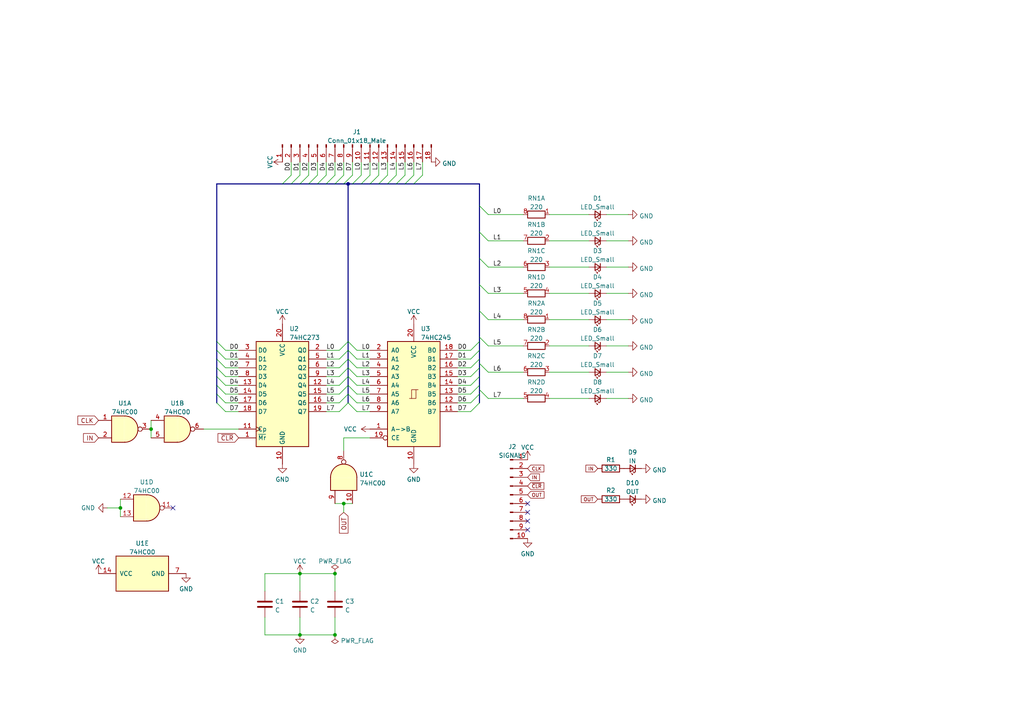
<source format=kicad_sch>
(kicad_sch (version 20211123) (generator eeschema)

  (uuid 777ff4be-2502-41af-9a9e-8ac80729c111)

  (paper "A4")

  (lib_symbols
    (symbol "74xx:74HC00" (pin_names (offset 1.016)) (in_bom yes) (on_board yes)
      (property "Reference" "U" (id 0) (at 0 1.27 0)
        (effects (font (size 1.27 1.27)))
      )
      (property "Value" "74HC00" (id 1) (at 0 -1.27 0)
        (effects (font (size 1.27 1.27)))
      )
      (property "Footprint" "" (id 2) (at 0 0 0)
        (effects (font (size 1.27 1.27)) hide)
      )
      (property "Datasheet" "http://www.ti.com/lit/gpn/sn74hc00" (id 3) (at 0 0 0)
        (effects (font (size 1.27 1.27)) hide)
      )
      (property "ki_locked" "" (id 4) (at 0 0 0)
        (effects (font (size 1.27 1.27)))
      )
      (property "ki_keywords" "HCMOS nand 2-input" (id 5) (at 0 0 0)
        (effects (font (size 1.27 1.27)) hide)
      )
      (property "ki_description" "quad 2-input NAND gate" (id 6) (at 0 0 0)
        (effects (font (size 1.27 1.27)) hide)
      )
      (property "ki_fp_filters" "DIP*W7.62mm* SO14*" (id 7) (at 0 0 0)
        (effects (font (size 1.27 1.27)) hide)
      )
      (symbol "74HC00_1_1"
        (arc (start 0 -3.81) (mid 3.81 0) (end 0 3.81)
          (stroke (width 0.254) (type default) (color 0 0 0 0))
          (fill (type background))
        )
        (polyline
          (pts
            (xy 0 3.81)
            (xy -3.81 3.81)
            (xy -3.81 -3.81)
            (xy 0 -3.81)
          )
          (stroke (width 0.254) (type default) (color 0 0 0 0))
          (fill (type background))
        )
        (pin input line (at -7.62 2.54 0) (length 3.81)
          (name "~" (effects (font (size 1.27 1.27))))
          (number "1" (effects (font (size 1.27 1.27))))
        )
        (pin input line (at -7.62 -2.54 0) (length 3.81)
          (name "~" (effects (font (size 1.27 1.27))))
          (number "2" (effects (font (size 1.27 1.27))))
        )
        (pin output inverted (at 7.62 0 180) (length 3.81)
          (name "~" (effects (font (size 1.27 1.27))))
          (number "3" (effects (font (size 1.27 1.27))))
        )
      )
      (symbol "74HC00_1_2"
        (arc (start -3.81 -3.81) (mid -2.589 0) (end -3.81 3.81)
          (stroke (width 0.254) (type default) (color 0 0 0 0))
          (fill (type none))
        )
        (arc (start -0.6096 -3.81) (mid 2.1842 -2.5851) (end 3.81 0)
          (stroke (width 0.254) (type default) (color 0 0 0 0))
          (fill (type background))
        )
        (polyline
          (pts
            (xy -3.81 -3.81)
            (xy -0.635 -3.81)
          )
          (stroke (width 0.254) (type default) (color 0 0 0 0))
          (fill (type background))
        )
        (polyline
          (pts
            (xy -3.81 3.81)
            (xy -0.635 3.81)
          )
          (stroke (width 0.254) (type default) (color 0 0 0 0))
          (fill (type background))
        )
        (polyline
          (pts
            (xy -0.635 3.81)
            (xy -3.81 3.81)
            (xy -3.81 3.81)
            (xy -3.556 3.4036)
            (xy -3.0226 2.2606)
            (xy -2.6924 1.0414)
            (xy -2.6162 -0.254)
            (xy -2.7686 -1.4986)
            (xy -3.175 -2.7178)
            (xy -3.81 -3.81)
            (xy -3.81 -3.81)
            (xy -0.635 -3.81)
          )
          (stroke (width -25.4) (type default) (color 0 0 0 0))
          (fill (type background))
        )
        (arc (start 3.81 0) (mid 2.1915 2.5936) (end -0.6096 3.81)
          (stroke (width 0.254) (type default) (color 0 0 0 0))
          (fill (type background))
        )
        (pin input inverted (at -7.62 2.54 0) (length 4.318)
          (name "~" (effects (font (size 1.27 1.27))))
          (number "1" (effects (font (size 1.27 1.27))))
        )
        (pin input inverted (at -7.62 -2.54 0) (length 4.318)
          (name "~" (effects (font (size 1.27 1.27))))
          (number "2" (effects (font (size 1.27 1.27))))
        )
        (pin output line (at 7.62 0 180) (length 3.81)
          (name "~" (effects (font (size 1.27 1.27))))
          (number "3" (effects (font (size 1.27 1.27))))
        )
      )
      (symbol "74HC00_2_1"
        (arc (start 0 -3.81) (mid 3.81 0) (end 0 3.81)
          (stroke (width 0.254) (type default) (color 0 0 0 0))
          (fill (type background))
        )
        (polyline
          (pts
            (xy 0 3.81)
            (xy -3.81 3.81)
            (xy -3.81 -3.81)
            (xy 0 -3.81)
          )
          (stroke (width 0.254) (type default) (color 0 0 0 0))
          (fill (type background))
        )
        (pin input line (at -7.62 2.54 0) (length 3.81)
          (name "~" (effects (font (size 1.27 1.27))))
          (number "4" (effects (font (size 1.27 1.27))))
        )
        (pin input line (at -7.62 -2.54 0) (length 3.81)
          (name "~" (effects (font (size 1.27 1.27))))
          (number "5" (effects (font (size 1.27 1.27))))
        )
        (pin output inverted (at 7.62 0 180) (length 3.81)
          (name "~" (effects (font (size 1.27 1.27))))
          (number "6" (effects (font (size 1.27 1.27))))
        )
      )
      (symbol "74HC00_2_2"
        (arc (start -3.81 -3.81) (mid -2.589 0) (end -3.81 3.81)
          (stroke (width 0.254) (type default) (color 0 0 0 0))
          (fill (type none))
        )
        (arc (start -0.6096 -3.81) (mid 2.1842 -2.5851) (end 3.81 0)
          (stroke (width 0.254) (type default) (color 0 0 0 0))
          (fill (type background))
        )
        (polyline
          (pts
            (xy -3.81 -3.81)
            (xy -0.635 -3.81)
          )
          (stroke (width 0.254) (type default) (color 0 0 0 0))
          (fill (type background))
        )
        (polyline
          (pts
            (xy -3.81 3.81)
            (xy -0.635 3.81)
          )
          (stroke (width 0.254) (type default) (color 0 0 0 0))
          (fill (type background))
        )
        (polyline
          (pts
            (xy -0.635 3.81)
            (xy -3.81 3.81)
            (xy -3.81 3.81)
            (xy -3.556 3.4036)
            (xy -3.0226 2.2606)
            (xy -2.6924 1.0414)
            (xy -2.6162 -0.254)
            (xy -2.7686 -1.4986)
            (xy -3.175 -2.7178)
            (xy -3.81 -3.81)
            (xy -3.81 -3.81)
            (xy -0.635 -3.81)
          )
          (stroke (width -25.4) (type default) (color 0 0 0 0))
          (fill (type background))
        )
        (arc (start 3.81 0) (mid 2.1915 2.5936) (end -0.6096 3.81)
          (stroke (width 0.254) (type default) (color 0 0 0 0))
          (fill (type background))
        )
        (pin input inverted (at -7.62 2.54 0) (length 4.318)
          (name "~" (effects (font (size 1.27 1.27))))
          (number "4" (effects (font (size 1.27 1.27))))
        )
        (pin input inverted (at -7.62 -2.54 0) (length 4.318)
          (name "~" (effects (font (size 1.27 1.27))))
          (number "5" (effects (font (size 1.27 1.27))))
        )
        (pin output line (at 7.62 0 180) (length 3.81)
          (name "~" (effects (font (size 1.27 1.27))))
          (number "6" (effects (font (size 1.27 1.27))))
        )
      )
      (symbol "74HC00_3_1"
        (arc (start 0 -3.81) (mid 3.81 0) (end 0 3.81)
          (stroke (width 0.254) (type default) (color 0 0 0 0))
          (fill (type background))
        )
        (polyline
          (pts
            (xy 0 3.81)
            (xy -3.81 3.81)
            (xy -3.81 -3.81)
            (xy 0 -3.81)
          )
          (stroke (width 0.254) (type default) (color 0 0 0 0))
          (fill (type background))
        )
        (pin input line (at -7.62 -2.54 0) (length 3.81)
          (name "~" (effects (font (size 1.27 1.27))))
          (number "10" (effects (font (size 1.27 1.27))))
        )
        (pin output inverted (at 7.62 0 180) (length 3.81)
          (name "~" (effects (font (size 1.27 1.27))))
          (number "8" (effects (font (size 1.27 1.27))))
        )
        (pin input line (at -7.62 2.54 0) (length 3.81)
          (name "~" (effects (font (size 1.27 1.27))))
          (number "9" (effects (font (size 1.27 1.27))))
        )
      )
      (symbol "74HC00_3_2"
        (arc (start -3.81 -3.81) (mid -2.589 0) (end -3.81 3.81)
          (stroke (width 0.254) (type default) (color 0 0 0 0))
          (fill (type none))
        )
        (arc (start -0.6096 -3.81) (mid 2.1842 -2.5851) (end 3.81 0)
          (stroke (width 0.254) (type default) (color 0 0 0 0))
          (fill (type background))
        )
        (polyline
          (pts
            (xy -3.81 -3.81)
            (xy -0.635 -3.81)
          )
          (stroke (width 0.254) (type default) (color 0 0 0 0))
          (fill (type background))
        )
        (polyline
          (pts
            (xy -3.81 3.81)
            (xy -0.635 3.81)
          )
          (stroke (width 0.254) (type default) (color 0 0 0 0))
          (fill (type background))
        )
        (polyline
          (pts
            (xy -0.635 3.81)
            (xy -3.81 3.81)
            (xy -3.81 3.81)
            (xy -3.556 3.4036)
            (xy -3.0226 2.2606)
            (xy -2.6924 1.0414)
            (xy -2.6162 -0.254)
            (xy -2.7686 -1.4986)
            (xy -3.175 -2.7178)
            (xy -3.81 -3.81)
            (xy -3.81 -3.81)
            (xy -0.635 -3.81)
          )
          (stroke (width -25.4) (type default) (color 0 0 0 0))
          (fill (type background))
        )
        (arc (start 3.81 0) (mid 2.1915 2.5936) (end -0.6096 3.81)
          (stroke (width 0.254) (type default) (color 0 0 0 0))
          (fill (type background))
        )
        (pin input inverted (at -7.62 -2.54 0) (length 4.318)
          (name "~" (effects (font (size 1.27 1.27))))
          (number "10" (effects (font (size 1.27 1.27))))
        )
        (pin output line (at 7.62 0 180) (length 3.81)
          (name "~" (effects (font (size 1.27 1.27))))
          (number "8" (effects (font (size 1.27 1.27))))
        )
        (pin input inverted (at -7.62 2.54 0) (length 4.318)
          (name "~" (effects (font (size 1.27 1.27))))
          (number "9" (effects (font (size 1.27 1.27))))
        )
      )
      (symbol "74HC00_4_1"
        (arc (start 0 -3.81) (mid 3.81 0) (end 0 3.81)
          (stroke (width 0.254) (type default) (color 0 0 0 0))
          (fill (type background))
        )
        (polyline
          (pts
            (xy 0 3.81)
            (xy -3.81 3.81)
            (xy -3.81 -3.81)
            (xy 0 -3.81)
          )
          (stroke (width 0.254) (type default) (color 0 0 0 0))
          (fill (type background))
        )
        (pin output inverted (at 7.62 0 180) (length 3.81)
          (name "~" (effects (font (size 1.27 1.27))))
          (number "11" (effects (font (size 1.27 1.27))))
        )
        (pin input line (at -7.62 2.54 0) (length 3.81)
          (name "~" (effects (font (size 1.27 1.27))))
          (number "12" (effects (font (size 1.27 1.27))))
        )
        (pin input line (at -7.62 -2.54 0) (length 3.81)
          (name "~" (effects (font (size 1.27 1.27))))
          (number "13" (effects (font (size 1.27 1.27))))
        )
      )
      (symbol "74HC00_4_2"
        (arc (start -3.81 -3.81) (mid -2.589 0) (end -3.81 3.81)
          (stroke (width 0.254) (type default) (color 0 0 0 0))
          (fill (type none))
        )
        (arc (start -0.6096 -3.81) (mid 2.1842 -2.5851) (end 3.81 0)
          (stroke (width 0.254) (type default) (color 0 0 0 0))
          (fill (type background))
        )
        (polyline
          (pts
            (xy -3.81 -3.81)
            (xy -0.635 -3.81)
          )
          (stroke (width 0.254) (type default) (color 0 0 0 0))
          (fill (type background))
        )
        (polyline
          (pts
            (xy -3.81 3.81)
            (xy -0.635 3.81)
          )
          (stroke (width 0.254) (type default) (color 0 0 0 0))
          (fill (type background))
        )
        (polyline
          (pts
            (xy -0.635 3.81)
            (xy -3.81 3.81)
            (xy -3.81 3.81)
            (xy -3.556 3.4036)
            (xy -3.0226 2.2606)
            (xy -2.6924 1.0414)
            (xy -2.6162 -0.254)
            (xy -2.7686 -1.4986)
            (xy -3.175 -2.7178)
            (xy -3.81 -3.81)
            (xy -3.81 -3.81)
            (xy -0.635 -3.81)
          )
          (stroke (width -25.4) (type default) (color 0 0 0 0))
          (fill (type background))
        )
        (arc (start 3.81 0) (mid 2.1915 2.5936) (end -0.6096 3.81)
          (stroke (width 0.254) (type default) (color 0 0 0 0))
          (fill (type background))
        )
        (pin output line (at 7.62 0 180) (length 3.81)
          (name "~" (effects (font (size 1.27 1.27))))
          (number "11" (effects (font (size 1.27 1.27))))
        )
        (pin input inverted (at -7.62 2.54 0) (length 4.318)
          (name "~" (effects (font (size 1.27 1.27))))
          (number "12" (effects (font (size 1.27 1.27))))
        )
        (pin input inverted (at -7.62 -2.54 0) (length 4.318)
          (name "~" (effects (font (size 1.27 1.27))))
          (number "13" (effects (font (size 1.27 1.27))))
        )
      )
      (symbol "74HC00_5_0"
        (pin power_in line (at 0 12.7 270) (length 5.08)
          (name "VCC" (effects (font (size 1.27 1.27))))
          (number "14" (effects (font (size 1.27 1.27))))
        )
        (pin power_in line (at 0 -12.7 90) (length 5.08)
          (name "GND" (effects (font (size 1.27 1.27))))
          (number "7" (effects (font (size 1.27 1.27))))
        )
      )
      (symbol "74HC00_5_1"
        (rectangle (start -5.08 7.62) (end 5.08 -7.62)
          (stroke (width 0.254) (type default) (color 0 0 0 0))
          (fill (type background))
        )
      )
    )
    (symbol "74xx:74HC245" (pin_names (offset 1.016)) (in_bom yes) (on_board yes)
      (property "Reference" "U" (id 0) (at -7.62 16.51 0)
        (effects (font (size 1.27 1.27)))
      )
      (property "Value" "74HC245" (id 1) (at -7.62 -16.51 0)
        (effects (font (size 1.27 1.27)))
      )
      (property "Footprint" "" (id 2) (at 0 0 0)
        (effects (font (size 1.27 1.27)) hide)
      )
      (property "Datasheet" "http://www.ti.com/lit/gpn/sn74HC245" (id 3) (at 0 0 0)
        (effects (font (size 1.27 1.27)) hide)
      )
      (property "ki_locked" "" (id 4) (at 0 0 0)
        (effects (font (size 1.27 1.27)))
      )
      (property "ki_keywords" "HCMOS BUS 3State" (id 5) (at 0 0 0)
        (effects (font (size 1.27 1.27)) hide)
      )
      (property "ki_description" "Octal BUS Transceivers, 3-State outputs" (id 6) (at 0 0 0)
        (effects (font (size 1.27 1.27)) hide)
      )
      (property "ki_fp_filters" "DIP?20*" (id 7) (at 0 0 0)
        (effects (font (size 1.27 1.27)) hide)
      )
      (symbol "74HC245_1_0"
        (polyline
          (pts
            (xy -0.635 -1.27)
            (xy -0.635 1.27)
            (xy 0.635 1.27)
          )
          (stroke (width 0) (type default) (color 0 0 0 0))
          (fill (type none))
        )
        (polyline
          (pts
            (xy -1.27 -1.27)
            (xy 0.635 -1.27)
            (xy 0.635 1.27)
            (xy 1.27 1.27)
          )
          (stroke (width 0) (type default) (color 0 0 0 0))
          (fill (type none))
        )
        (pin input line (at -12.7 -10.16 0) (length 5.08)
          (name "A->B" (effects (font (size 1.27 1.27))))
          (number "1" (effects (font (size 1.27 1.27))))
        )
        (pin power_in line (at 0 -20.32 90) (length 5.08)
          (name "GND" (effects (font (size 1.27 1.27))))
          (number "10" (effects (font (size 1.27 1.27))))
        )
        (pin tri_state line (at 12.7 -5.08 180) (length 5.08)
          (name "B7" (effects (font (size 1.27 1.27))))
          (number "11" (effects (font (size 1.27 1.27))))
        )
        (pin tri_state line (at 12.7 -2.54 180) (length 5.08)
          (name "B6" (effects (font (size 1.27 1.27))))
          (number "12" (effects (font (size 1.27 1.27))))
        )
        (pin tri_state line (at 12.7 0 180) (length 5.08)
          (name "B5" (effects (font (size 1.27 1.27))))
          (number "13" (effects (font (size 1.27 1.27))))
        )
        (pin tri_state line (at 12.7 2.54 180) (length 5.08)
          (name "B4" (effects (font (size 1.27 1.27))))
          (number "14" (effects (font (size 1.27 1.27))))
        )
        (pin tri_state line (at 12.7 5.08 180) (length 5.08)
          (name "B3" (effects (font (size 1.27 1.27))))
          (number "15" (effects (font (size 1.27 1.27))))
        )
        (pin tri_state line (at 12.7 7.62 180) (length 5.08)
          (name "B2" (effects (font (size 1.27 1.27))))
          (number "16" (effects (font (size 1.27 1.27))))
        )
        (pin tri_state line (at 12.7 10.16 180) (length 5.08)
          (name "B1" (effects (font (size 1.27 1.27))))
          (number "17" (effects (font (size 1.27 1.27))))
        )
        (pin tri_state line (at 12.7 12.7 180) (length 5.08)
          (name "B0" (effects (font (size 1.27 1.27))))
          (number "18" (effects (font (size 1.27 1.27))))
        )
        (pin input inverted (at -12.7 -12.7 0) (length 5.08)
          (name "CE" (effects (font (size 1.27 1.27))))
          (number "19" (effects (font (size 1.27 1.27))))
        )
        (pin tri_state line (at -12.7 12.7 0) (length 5.08)
          (name "A0" (effects (font (size 1.27 1.27))))
          (number "2" (effects (font (size 1.27 1.27))))
        )
        (pin power_in line (at 0 20.32 270) (length 5.08)
          (name "VCC" (effects (font (size 1.27 1.27))))
          (number "20" (effects (font (size 1.27 1.27))))
        )
        (pin tri_state line (at -12.7 10.16 0) (length 5.08)
          (name "A1" (effects (font (size 1.27 1.27))))
          (number "3" (effects (font (size 1.27 1.27))))
        )
        (pin tri_state line (at -12.7 7.62 0) (length 5.08)
          (name "A2" (effects (font (size 1.27 1.27))))
          (number "4" (effects (font (size 1.27 1.27))))
        )
        (pin tri_state line (at -12.7 5.08 0) (length 5.08)
          (name "A3" (effects (font (size 1.27 1.27))))
          (number "5" (effects (font (size 1.27 1.27))))
        )
        (pin tri_state line (at -12.7 2.54 0) (length 5.08)
          (name "A4" (effects (font (size 1.27 1.27))))
          (number "6" (effects (font (size 1.27 1.27))))
        )
        (pin tri_state line (at -12.7 0 0) (length 5.08)
          (name "A5" (effects (font (size 1.27 1.27))))
          (number "7" (effects (font (size 1.27 1.27))))
        )
        (pin tri_state line (at -12.7 -2.54 0) (length 5.08)
          (name "A6" (effects (font (size 1.27 1.27))))
          (number "8" (effects (font (size 1.27 1.27))))
        )
        (pin tri_state line (at -12.7 -5.08 0) (length 5.08)
          (name "A7" (effects (font (size 1.27 1.27))))
          (number "9" (effects (font (size 1.27 1.27))))
        )
      )
      (symbol "74HC245_1_1"
        (rectangle (start -7.62 15.24) (end 7.62 -15.24)
          (stroke (width 0.254) (type default) (color 0 0 0 0))
          (fill (type background))
        )
      )
    )
    (symbol "74xx:74HC273" (in_bom yes) (on_board yes)
      (property "Reference" "U" (id 0) (at -7.62 16.51 0)
        (effects (font (size 1.27 1.27)))
      )
      (property "Value" "74HC273" (id 1) (at -7.62 -16.51 0)
        (effects (font (size 1.27 1.27)))
      )
      (property "Footprint" "" (id 2) (at 0 0 0)
        (effects (font (size 1.27 1.27)) hide)
      )
      (property "Datasheet" "https://assets.nexperia.com/documents/data-sheet/74HC_HCT273.pdf" (id 3) (at 0 0 0)
        (effects (font (size 1.27 1.27)) hide)
      )
      (property "ki_keywords" "HCMOS DFF DFF8" (id 4) (at 0 0 0)
        (effects (font (size 1.27 1.27)) hide)
      )
      (property "ki_description" "8-bit D Flip-Flop, reset" (id 5) (at 0 0 0)
        (effects (font (size 1.27 1.27)) hide)
      )
      (property "ki_fp_filters" "DIP?20* SO?20* SOIC?20*" (id 6) (at 0 0 0)
        (effects (font (size 1.27 1.27)) hide)
      )
      (symbol "74HC273_1_0"
        (pin input line (at -12.7 -12.7 0) (length 5.08)
          (name "~{Mr}" (effects (font (size 1.27 1.27))))
          (number "1" (effects (font (size 1.27 1.27))))
        )
        (pin power_in line (at 0 -20.32 90) (length 5.08)
          (name "GND" (effects (font (size 1.27 1.27))))
          (number "10" (effects (font (size 1.27 1.27))))
        )
        (pin input clock (at -12.7 -10.16 0) (length 5.08)
          (name "Cp" (effects (font (size 1.27 1.27))))
          (number "11" (effects (font (size 1.27 1.27))))
        )
        (pin output line (at 12.7 2.54 180) (length 5.08)
          (name "Q4" (effects (font (size 1.27 1.27))))
          (number "12" (effects (font (size 1.27 1.27))))
        )
        (pin input line (at -12.7 2.54 0) (length 5.08)
          (name "D4" (effects (font (size 1.27 1.27))))
          (number "13" (effects (font (size 1.27 1.27))))
        )
        (pin input line (at -12.7 0 0) (length 5.08)
          (name "D5" (effects (font (size 1.27 1.27))))
          (number "14" (effects (font (size 1.27 1.27))))
        )
        (pin output line (at 12.7 0 180) (length 5.08)
          (name "Q5" (effects (font (size 1.27 1.27))))
          (number "15" (effects (font (size 1.27 1.27))))
        )
        (pin output line (at 12.7 -2.54 180) (length 5.08)
          (name "Q6" (effects (font (size 1.27 1.27))))
          (number "16" (effects (font (size 1.27 1.27))))
        )
        (pin input line (at -12.7 -2.54 0) (length 5.08)
          (name "D6" (effects (font (size 1.27 1.27))))
          (number "17" (effects (font (size 1.27 1.27))))
        )
        (pin input line (at -12.7 -5.08 0) (length 5.08)
          (name "D7" (effects (font (size 1.27 1.27))))
          (number "18" (effects (font (size 1.27 1.27))))
        )
        (pin output line (at 12.7 -5.08 180) (length 5.08)
          (name "Q7" (effects (font (size 1.27 1.27))))
          (number "19" (effects (font (size 1.27 1.27))))
        )
        (pin output line (at 12.7 12.7 180) (length 5.08)
          (name "Q0" (effects (font (size 1.27 1.27))))
          (number "2" (effects (font (size 1.27 1.27))))
        )
        (pin power_in line (at 0 20.32 270) (length 5.08)
          (name "VCC" (effects (font (size 1.27 1.27))))
          (number "20" (effects (font (size 1.27 1.27))))
        )
        (pin input line (at -12.7 12.7 0) (length 5.08)
          (name "D0" (effects (font (size 1.27 1.27))))
          (number "3" (effects (font (size 1.27 1.27))))
        )
        (pin input line (at -12.7 10.16 0) (length 5.08)
          (name "D1" (effects (font (size 1.27 1.27))))
          (number "4" (effects (font (size 1.27 1.27))))
        )
        (pin output line (at 12.7 10.16 180) (length 5.08)
          (name "Q1" (effects (font (size 1.27 1.27))))
          (number "5" (effects (font (size 1.27 1.27))))
        )
        (pin output line (at 12.7 7.62 180) (length 5.08)
          (name "Q2" (effects (font (size 1.27 1.27))))
          (number "6" (effects (font (size 1.27 1.27))))
        )
        (pin input line (at -12.7 7.62 0) (length 5.08)
          (name "D2" (effects (font (size 1.27 1.27))))
          (number "7" (effects (font (size 1.27 1.27))))
        )
        (pin input line (at -12.7 5.08 0) (length 5.08)
          (name "D3" (effects (font (size 1.27 1.27))))
          (number "8" (effects (font (size 1.27 1.27))))
        )
        (pin output line (at 12.7 5.08 180) (length 5.08)
          (name "Q3" (effects (font (size 1.27 1.27))))
          (number "9" (effects (font (size 1.27 1.27))))
        )
      )
      (symbol "74HC273_1_1"
        (rectangle (start -7.62 15.24) (end 7.62 -15.24)
          (stroke (width 0.254) (type default) (color 0 0 0 0))
          (fill (type background))
        )
      )
    )
    (symbol "Connector:Conn_01x10_Male" (pin_names (offset 1.016) hide) (in_bom yes) (on_board yes)
      (property "Reference" "J" (id 0) (at 0 12.7 0)
        (effects (font (size 1.27 1.27)))
      )
      (property "Value" "Conn_01x10_Male" (id 1) (at 0 -15.24 0)
        (effects (font (size 1.27 1.27)))
      )
      (property "Footprint" "" (id 2) (at 0 0 0)
        (effects (font (size 1.27 1.27)) hide)
      )
      (property "Datasheet" "~" (id 3) (at 0 0 0)
        (effects (font (size 1.27 1.27)) hide)
      )
      (property "ki_keywords" "connector" (id 4) (at 0 0 0)
        (effects (font (size 1.27 1.27)) hide)
      )
      (property "ki_description" "Generic connector, single row, 01x10, script generated (kicad-library-utils/schlib/autogen/connector/)" (id 5) (at 0 0 0)
        (effects (font (size 1.27 1.27)) hide)
      )
      (property "ki_fp_filters" "Connector*:*_1x??_*" (id 6) (at 0 0 0)
        (effects (font (size 1.27 1.27)) hide)
      )
      (symbol "Conn_01x10_Male_1_1"
        (polyline
          (pts
            (xy 1.27 -12.7)
            (xy 0.8636 -12.7)
          )
          (stroke (width 0.1524) (type default) (color 0 0 0 0))
          (fill (type none))
        )
        (polyline
          (pts
            (xy 1.27 -10.16)
            (xy 0.8636 -10.16)
          )
          (stroke (width 0.1524) (type default) (color 0 0 0 0))
          (fill (type none))
        )
        (polyline
          (pts
            (xy 1.27 -7.62)
            (xy 0.8636 -7.62)
          )
          (stroke (width 0.1524) (type default) (color 0 0 0 0))
          (fill (type none))
        )
        (polyline
          (pts
            (xy 1.27 -5.08)
            (xy 0.8636 -5.08)
          )
          (stroke (width 0.1524) (type default) (color 0 0 0 0))
          (fill (type none))
        )
        (polyline
          (pts
            (xy 1.27 -2.54)
            (xy 0.8636 -2.54)
          )
          (stroke (width 0.1524) (type default) (color 0 0 0 0))
          (fill (type none))
        )
        (polyline
          (pts
            (xy 1.27 0)
            (xy 0.8636 0)
          )
          (stroke (width 0.1524) (type default) (color 0 0 0 0))
          (fill (type none))
        )
        (polyline
          (pts
            (xy 1.27 2.54)
            (xy 0.8636 2.54)
          )
          (stroke (width 0.1524) (type default) (color 0 0 0 0))
          (fill (type none))
        )
        (polyline
          (pts
            (xy 1.27 5.08)
            (xy 0.8636 5.08)
          )
          (stroke (width 0.1524) (type default) (color 0 0 0 0))
          (fill (type none))
        )
        (polyline
          (pts
            (xy 1.27 7.62)
            (xy 0.8636 7.62)
          )
          (stroke (width 0.1524) (type default) (color 0 0 0 0))
          (fill (type none))
        )
        (polyline
          (pts
            (xy 1.27 10.16)
            (xy 0.8636 10.16)
          )
          (stroke (width 0.1524) (type default) (color 0 0 0 0))
          (fill (type none))
        )
        (rectangle (start 0.8636 -12.573) (end 0 -12.827)
          (stroke (width 0.1524) (type default) (color 0 0 0 0))
          (fill (type outline))
        )
        (rectangle (start 0.8636 -10.033) (end 0 -10.287)
          (stroke (width 0.1524) (type default) (color 0 0 0 0))
          (fill (type outline))
        )
        (rectangle (start 0.8636 -7.493) (end 0 -7.747)
          (stroke (width 0.1524) (type default) (color 0 0 0 0))
          (fill (type outline))
        )
        (rectangle (start 0.8636 -4.953) (end 0 -5.207)
          (stroke (width 0.1524) (type default) (color 0 0 0 0))
          (fill (type outline))
        )
        (rectangle (start 0.8636 -2.413) (end 0 -2.667)
          (stroke (width 0.1524) (type default) (color 0 0 0 0))
          (fill (type outline))
        )
        (rectangle (start 0.8636 0.127) (end 0 -0.127)
          (stroke (width 0.1524) (type default) (color 0 0 0 0))
          (fill (type outline))
        )
        (rectangle (start 0.8636 2.667) (end 0 2.413)
          (stroke (width 0.1524) (type default) (color 0 0 0 0))
          (fill (type outline))
        )
        (rectangle (start 0.8636 5.207) (end 0 4.953)
          (stroke (width 0.1524) (type default) (color 0 0 0 0))
          (fill (type outline))
        )
        (rectangle (start 0.8636 7.747) (end 0 7.493)
          (stroke (width 0.1524) (type default) (color 0 0 0 0))
          (fill (type outline))
        )
        (rectangle (start 0.8636 10.287) (end 0 10.033)
          (stroke (width 0.1524) (type default) (color 0 0 0 0))
          (fill (type outline))
        )
        (pin passive line (at 5.08 10.16 180) (length 3.81)
          (name "Pin_1" (effects (font (size 1.27 1.27))))
          (number "1" (effects (font (size 1.27 1.27))))
        )
        (pin passive line (at 5.08 -12.7 180) (length 3.81)
          (name "Pin_10" (effects (font (size 1.27 1.27))))
          (number "10" (effects (font (size 1.27 1.27))))
        )
        (pin passive line (at 5.08 7.62 180) (length 3.81)
          (name "Pin_2" (effects (font (size 1.27 1.27))))
          (number "2" (effects (font (size 1.27 1.27))))
        )
        (pin passive line (at 5.08 5.08 180) (length 3.81)
          (name "Pin_3" (effects (font (size 1.27 1.27))))
          (number "3" (effects (font (size 1.27 1.27))))
        )
        (pin passive line (at 5.08 2.54 180) (length 3.81)
          (name "Pin_4" (effects (font (size 1.27 1.27))))
          (number "4" (effects (font (size 1.27 1.27))))
        )
        (pin passive line (at 5.08 0 180) (length 3.81)
          (name "Pin_5" (effects (font (size 1.27 1.27))))
          (number "5" (effects (font (size 1.27 1.27))))
        )
        (pin passive line (at 5.08 -2.54 180) (length 3.81)
          (name "Pin_6" (effects (font (size 1.27 1.27))))
          (number "6" (effects (font (size 1.27 1.27))))
        )
        (pin passive line (at 5.08 -5.08 180) (length 3.81)
          (name "Pin_7" (effects (font (size 1.27 1.27))))
          (number "7" (effects (font (size 1.27 1.27))))
        )
        (pin passive line (at 5.08 -7.62 180) (length 3.81)
          (name "Pin_8" (effects (font (size 1.27 1.27))))
          (number "8" (effects (font (size 1.27 1.27))))
        )
        (pin passive line (at 5.08 -10.16 180) (length 3.81)
          (name "Pin_9" (effects (font (size 1.27 1.27))))
          (number "9" (effects (font (size 1.27 1.27))))
        )
      )
    )
    (symbol "Connector:Conn_01x18_Male" (pin_names (offset 1.016) hide) (in_bom yes) (on_board yes)
      (property "Reference" "J" (id 0) (at 0 22.86 0)
        (effects (font (size 1.27 1.27)))
      )
      (property "Value" "Conn_01x18_Male" (id 1) (at 0 -25.4 0)
        (effects (font (size 1.27 1.27)))
      )
      (property "Footprint" "" (id 2) (at 0 0 0)
        (effects (font (size 1.27 1.27)) hide)
      )
      (property "Datasheet" "~" (id 3) (at 0 0 0)
        (effects (font (size 1.27 1.27)) hide)
      )
      (property "ki_keywords" "connector" (id 4) (at 0 0 0)
        (effects (font (size 1.27 1.27)) hide)
      )
      (property "ki_description" "Generic connector, single row, 01x18, script generated (kicad-library-utils/schlib/autogen/connector/)" (id 5) (at 0 0 0)
        (effects (font (size 1.27 1.27)) hide)
      )
      (property "ki_fp_filters" "Connector*:*_1x??_*" (id 6) (at 0 0 0)
        (effects (font (size 1.27 1.27)) hide)
      )
      (symbol "Conn_01x18_Male_1_1"
        (polyline
          (pts
            (xy 1.27 -22.86)
            (xy 0.8636 -22.86)
          )
          (stroke (width 0.1524) (type default) (color 0 0 0 0))
          (fill (type none))
        )
        (polyline
          (pts
            (xy 1.27 -20.32)
            (xy 0.8636 -20.32)
          )
          (stroke (width 0.1524) (type default) (color 0 0 0 0))
          (fill (type none))
        )
        (polyline
          (pts
            (xy 1.27 -17.78)
            (xy 0.8636 -17.78)
          )
          (stroke (width 0.1524) (type default) (color 0 0 0 0))
          (fill (type none))
        )
        (polyline
          (pts
            (xy 1.27 -15.24)
            (xy 0.8636 -15.24)
          )
          (stroke (width 0.1524) (type default) (color 0 0 0 0))
          (fill (type none))
        )
        (polyline
          (pts
            (xy 1.27 -12.7)
            (xy 0.8636 -12.7)
          )
          (stroke (width 0.1524) (type default) (color 0 0 0 0))
          (fill (type none))
        )
        (polyline
          (pts
            (xy 1.27 -10.16)
            (xy 0.8636 -10.16)
          )
          (stroke (width 0.1524) (type default) (color 0 0 0 0))
          (fill (type none))
        )
        (polyline
          (pts
            (xy 1.27 -7.62)
            (xy 0.8636 -7.62)
          )
          (stroke (width 0.1524) (type default) (color 0 0 0 0))
          (fill (type none))
        )
        (polyline
          (pts
            (xy 1.27 -5.08)
            (xy 0.8636 -5.08)
          )
          (stroke (width 0.1524) (type default) (color 0 0 0 0))
          (fill (type none))
        )
        (polyline
          (pts
            (xy 1.27 -2.54)
            (xy 0.8636 -2.54)
          )
          (stroke (width 0.1524) (type default) (color 0 0 0 0))
          (fill (type none))
        )
        (polyline
          (pts
            (xy 1.27 0)
            (xy 0.8636 0)
          )
          (stroke (width 0.1524) (type default) (color 0 0 0 0))
          (fill (type none))
        )
        (polyline
          (pts
            (xy 1.27 2.54)
            (xy 0.8636 2.54)
          )
          (stroke (width 0.1524) (type default) (color 0 0 0 0))
          (fill (type none))
        )
        (polyline
          (pts
            (xy 1.27 5.08)
            (xy 0.8636 5.08)
          )
          (stroke (width 0.1524) (type default) (color 0 0 0 0))
          (fill (type none))
        )
        (polyline
          (pts
            (xy 1.27 7.62)
            (xy 0.8636 7.62)
          )
          (stroke (width 0.1524) (type default) (color 0 0 0 0))
          (fill (type none))
        )
        (polyline
          (pts
            (xy 1.27 10.16)
            (xy 0.8636 10.16)
          )
          (stroke (width 0.1524) (type default) (color 0 0 0 0))
          (fill (type none))
        )
        (polyline
          (pts
            (xy 1.27 12.7)
            (xy 0.8636 12.7)
          )
          (stroke (width 0.1524) (type default) (color 0 0 0 0))
          (fill (type none))
        )
        (polyline
          (pts
            (xy 1.27 15.24)
            (xy 0.8636 15.24)
          )
          (stroke (width 0.1524) (type default) (color 0 0 0 0))
          (fill (type none))
        )
        (polyline
          (pts
            (xy 1.27 17.78)
            (xy 0.8636 17.78)
          )
          (stroke (width 0.1524) (type default) (color 0 0 0 0))
          (fill (type none))
        )
        (polyline
          (pts
            (xy 1.27 20.32)
            (xy 0.8636 20.32)
          )
          (stroke (width 0.1524) (type default) (color 0 0 0 0))
          (fill (type none))
        )
        (rectangle (start 0.8636 -22.733) (end 0 -22.987)
          (stroke (width 0.1524) (type default) (color 0 0 0 0))
          (fill (type outline))
        )
        (rectangle (start 0.8636 -20.193) (end 0 -20.447)
          (stroke (width 0.1524) (type default) (color 0 0 0 0))
          (fill (type outline))
        )
        (rectangle (start 0.8636 -17.653) (end 0 -17.907)
          (stroke (width 0.1524) (type default) (color 0 0 0 0))
          (fill (type outline))
        )
        (rectangle (start 0.8636 -15.113) (end 0 -15.367)
          (stroke (width 0.1524) (type default) (color 0 0 0 0))
          (fill (type outline))
        )
        (rectangle (start 0.8636 -12.573) (end 0 -12.827)
          (stroke (width 0.1524) (type default) (color 0 0 0 0))
          (fill (type outline))
        )
        (rectangle (start 0.8636 -10.033) (end 0 -10.287)
          (stroke (width 0.1524) (type default) (color 0 0 0 0))
          (fill (type outline))
        )
        (rectangle (start 0.8636 -7.493) (end 0 -7.747)
          (stroke (width 0.1524) (type default) (color 0 0 0 0))
          (fill (type outline))
        )
        (rectangle (start 0.8636 -4.953) (end 0 -5.207)
          (stroke (width 0.1524) (type default) (color 0 0 0 0))
          (fill (type outline))
        )
        (rectangle (start 0.8636 -2.413) (end 0 -2.667)
          (stroke (width 0.1524) (type default) (color 0 0 0 0))
          (fill (type outline))
        )
        (rectangle (start 0.8636 0.127) (end 0 -0.127)
          (stroke (width 0.1524) (type default) (color 0 0 0 0))
          (fill (type outline))
        )
        (rectangle (start 0.8636 2.667) (end 0 2.413)
          (stroke (width 0.1524) (type default) (color 0 0 0 0))
          (fill (type outline))
        )
        (rectangle (start 0.8636 5.207) (end 0 4.953)
          (stroke (width 0.1524) (type default) (color 0 0 0 0))
          (fill (type outline))
        )
        (rectangle (start 0.8636 7.747) (end 0 7.493)
          (stroke (width 0.1524) (type default) (color 0 0 0 0))
          (fill (type outline))
        )
        (rectangle (start 0.8636 10.287) (end 0 10.033)
          (stroke (width 0.1524) (type default) (color 0 0 0 0))
          (fill (type outline))
        )
        (rectangle (start 0.8636 12.827) (end 0 12.573)
          (stroke (width 0.1524) (type default) (color 0 0 0 0))
          (fill (type outline))
        )
        (rectangle (start 0.8636 15.367) (end 0 15.113)
          (stroke (width 0.1524) (type default) (color 0 0 0 0))
          (fill (type outline))
        )
        (rectangle (start 0.8636 17.907) (end 0 17.653)
          (stroke (width 0.1524) (type default) (color 0 0 0 0))
          (fill (type outline))
        )
        (rectangle (start 0.8636 20.447) (end 0 20.193)
          (stroke (width 0.1524) (type default) (color 0 0 0 0))
          (fill (type outline))
        )
        (pin passive line (at 5.08 20.32 180) (length 3.81)
          (name "Pin_1" (effects (font (size 1.27 1.27))))
          (number "1" (effects (font (size 1.27 1.27))))
        )
        (pin passive line (at 5.08 -2.54 180) (length 3.81)
          (name "Pin_10" (effects (font (size 1.27 1.27))))
          (number "10" (effects (font (size 1.27 1.27))))
        )
        (pin passive line (at 5.08 -5.08 180) (length 3.81)
          (name "Pin_11" (effects (font (size 1.27 1.27))))
          (number "11" (effects (font (size 1.27 1.27))))
        )
        (pin passive line (at 5.08 -7.62 180) (length 3.81)
          (name "Pin_12" (effects (font (size 1.27 1.27))))
          (number "12" (effects (font (size 1.27 1.27))))
        )
        (pin passive line (at 5.08 -10.16 180) (length 3.81)
          (name "Pin_13" (effects (font (size 1.27 1.27))))
          (number "13" (effects (font (size 1.27 1.27))))
        )
        (pin passive line (at 5.08 -12.7 180) (length 3.81)
          (name "Pin_14" (effects (font (size 1.27 1.27))))
          (number "14" (effects (font (size 1.27 1.27))))
        )
        (pin passive line (at 5.08 -15.24 180) (length 3.81)
          (name "Pin_15" (effects (font (size 1.27 1.27))))
          (number "15" (effects (font (size 1.27 1.27))))
        )
        (pin passive line (at 5.08 -17.78 180) (length 3.81)
          (name "Pin_16" (effects (font (size 1.27 1.27))))
          (number "16" (effects (font (size 1.27 1.27))))
        )
        (pin passive line (at 5.08 -20.32 180) (length 3.81)
          (name "Pin_17" (effects (font (size 1.27 1.27))))
          (number "17" (effects (font (size 1.27 1.27))))
        )
        (pin passive line (at 5.08 -22.86 180) (length 3.81)
          (name "Pin_18" (effects (font (size 1.27 1.27))))
          (number "18" (effects (font (size 1.27 1.27))))
        )
        (pin passive line (at 5.08 17.78 180) (length 3.81)
          (name "Pin_2" (effects (font (size 1.27 1.27))))
          (number "2" (effects (font (size 1.27 1.27))))
        )
        (pin passive line (at 5.08 15.24 180) (length 3.81)
          (name "Pin_3" (effects (font (size 1.27 1.27))))
          (number "3" (effects (font (size 1.27 1.27))))
        )
        (pin passive line (at 5.08 12.7 180) (length 3.81)
          (name "Pin_4" (effects (font (size 1.27 1.27))))
          (number "4" (effects (font (size 1.27 1.27))))
        )
        (pin passive line (at 5.08 10.16 180) (length 3.81)
          (name "Pin_5" (effects (font (size 1.27 1.27))))
          (number "5" (effects (font (size 1.27 1.27))))
        )
        (pin passive line (at 5.08 7.62 180) (length 3.81)
          (name "Pin_6" (effects (font (size 1.27 1.27))))
          (number "6" (effects (font (size 1.27 1.27))))
        )
        (pin passive line (at 5.08 5.08 180) (length 3.81)
          (name "Pin_7" (effects (font (size 1.27 1.27))))
          (number "7" (effects (font (size 1.27 1.27))))
        )
        (pin passive line (at 5.08 2.54 180) (length 3.81)
          (name "Pin_8" (effects (font (size 1.27 1.27))))
          (number "8" (effects (font (size 1.27 1.27))))
        )
        (pin passive line (at 5.08 0 180) (length 3.81)
          (name "Pin_9" (effects (font (size 1.27 1.27))))
          (number "9" (effects (font (size 1.27 1.27))))
        )
      )
    )
    (symbol "Device:C" (pin_numbers hide) (pin_names (offset 0.254)) (in_bom yes) (on_board yes)
      (property "Reference" "C" (id 0) (at 0.635 2.54 0)
        (effects (font (size 1.27 1.27)) (justify left))
      )
      (property "Value" "C" (id 1) (at 0.635 -2.54 0)
        (effects (font (size 1.27 1.27)) (justify left))
      )
      (property "Footprint" "" (id 2) (at 0.9652 -3.81 0)
        (effects (font (size 1.27 1.27)) hide)
      )
      (property "Datasheet" "~" (id 3) (at 0 0 0)
        (effects (font (size 1.27 1.27)) hide)
      )
      (property "ki_keywords" "cap capacitor" (id 4) (at 0 0 0)
        (effects (font (size 1.27 1.27)) hide)
      )
      (property "ki_description" "Unpolarized capacitor" (id 5) (at 0 0 0)
        (effects (font (size 1.27 1.27)) hide)
      )
      (property "ki_fp_filters" "C_*" (id 6) (at 0 0 0)
        (effects (font (size 1.27 1.27)) hide)
      )
      (symbol "C_0_1"
        (polyline
          (pts
            (xy -2.032 -0.762)
            (xy 2.032 -0.762)
          )
          (stroke (width 0.508) (type default) (color 0 0 0 0))
          (fill (type none))
        )
        (polyline
          (pts
            (xy -2.032 0.762)
            (xy 2.032 0.762)
          )
          (stroke (width 0.508) (type default) (color 0 0 0 0))
          (fill (type none))
        )
      )
      (symbol "C_1_1"
        (pin passive line (at 0 3.81 270) (length 2.794)
          (name "~" (effects (font (size 1.27 1.27))))
          (number "1" (effects (font (size 1.27 1.27))))
        )
        (pin passive line (at 0 -3.81 90) (length 2.794)
          (name "~" (effects (font (size 1.27 1.27))))
          (number "2" (effects (font (size 1.27 1.27))))
        )
      )
    )
    (symbol "Device:LED_Small" (pin_numbers hide) (pin_names (offset 0.254) hide) (in_bom yes) (on_board yes)
      (property "Reference" "D" (id 0) (at -1.27 3.175 0)
        (effects (font (size 1.27 1.27)) (justify left))
      )
      (property "Value" "LED_Small" (id 1) (at -4.445 -2.54 0)
        (effects (font (size 1.27 1.27)) (justify left))
      )
      (property "Footprint" "" (id 2) (at 0 0 90)
        (effects (font (size 1.27 1.27)) hide)
      )
      (property "Datasheet" "~" (id 3) (at 0 0 90)
        (effects (font (size 1.27 1.27)) hide)
      )
      (property "ki_keywords" "LED diode light-emitting-diode" (id 4) (at 0 0 0)
        (effects (font (size 1.27 1.27)) hide)
      )
      (property "ki_description" "Light emitting diode, small symbol" (id 5) (at 0 0 0)
        (effects (font (size 1.27 1.27)) hide)
      )
      (property "ki_fp_filters" "LED* LED_SMD:* LED_THT:*" (id 6) (at 0 0 0)
        (effects (font (size 1.27 1.27)) hide)
      )
      (symbol "LED_Small_0_1"
        (polyline
          (pts
            (xy -0.762 -1.016)
            (xy -0.762 1.016)
          )
          (stroke (width 0.254) (type default) (color 0 0 0 0))
          (fill (type none))
        )
        (polyline
          (pts
            (xy 1.016 0)
            (xy -0.762 0)
          )
          (stroke (width 0) (type default) (color 0 0 0 0))
          (fill (type none))
        )
        (polyline
          (pts
            (xy 0.762 -1.016)
            (xy -0.762 0)
            (xy 0.762 1.016)
            (xy 0.762 -1.016)
          )
          (stroke (width 0.254) (type default) (color 0 0 0 0))
          (fill (type none))
        )
        (polyline
          (pts
            (xy 0 0.762)
            (xy -0.508 1.27)
            (xy -0.254 1.27)
            (xy -0.508 1.27)
            (xy -0.508 1.016)
          )
          (stroke (width 0) (type default) (color 0 0 0 0))
          (fill (type none))
        )
        (polyline
          (pts
            (xy 0.508 1.27)
            (xy 0 1.778)
            (xy 0.254 1.778)
            (xy 0 1.778)
            (xy 0 1.524)
          )
          (stroke (width 0) (type default) (color 0 0 0 0))
          (fill (type none))
        )
      )
      (symbol "LED_Small_1_1"
        (pin passive line (at -2.54 0 0) (length 1.778)
          (name "K" (effects (font (size 1.27 1.27))))
          (number "1" (effects (font (size 1.27 1.27))))
        )
        (pin passive line (at 2.54 0 180) (length 1.778)
          (name "A" (effects (font (size 1.27 1.27))))
          (number "2" (effects (font (size 1.27 1.27))))
        )
      )
    )
    (symbol "Device:R" (pin_numbers hide) (pin_names (offset 0)) (in_bom yes) (on_board yes)
      (property "Reference" "R" (id 0) (at 2.032 0 90)
        (effects (font (size 1.27 1.27)))
      )
      (property "Value" "R" (id 1) (at 0 0 90)
        (effects (font (size 1.27 1.27)))
      )
      (property "Footprint" "" (id 2) (at -1.778 0 90)
        (effects (font (size 1.27 1.27)) hide)
      )
      (property "Datasheet" "~" (id 3) (at 0 0 0)
        (effects (font (size 1.27 1.27)) hide)
      )
      (property "ki_keywords" "R res resistor" (id 4) (at 0 0 0)
        (effects (font (size 1.27 1.27)) hide)
      )
      (property "ki_description" "Resistor" (id 5) (at 0 0 0)
        (effects (font (size 1.27 1.27)) hide)
      )
      (property "ki_fp_filters" "R_*" (id 6) (at 0 0 0)
        (effects (font (size 1.27 1.27)) hide)
      )
      (symbol "R_0_1"
        (rectangle (start -1.016 -2.54) (end 1.016 2.54)
          (stroke (width 0.254) (type default) (color 0 0 0 0))
          (fill (type none))
        )
      )
      (symbol "R_1_1"
        (pin passive line (at 0 3.81 270) (length 1.27)
          (name "~" (effects (font (size 1.27 1.27))))
          (number "1" (effects (font (size 1.27 1.27))))
        )
        (pin passive line (at 0 -3.81 90) (length 1.27)
          (name "~" (effects (font (size 1.27 1.27))))
          (number "2" (effects (font (size 1.27 1.27))))
        )
      )
    )
    (symbol "Device:R_Pack04_Split" (pin_names (offset 0) hide) (in_bom yes) (on_board yes)
      (property "Reference" "RN" (id 0) (at 2.032 0 90)
        (effects (font (size 1.27 1.27)))
      )
      (property "Value" "R_Pack04_Split" (id 1) (at 0 0 90)
        (effects (font (size 1.27 1.27)))
      )
      (property "Footprint" "" (id 2) (at -2.032 0 90)
        (effects (font (size 1.27 1.27)) hide)
      )
      (property "Datasheet" "~" (id 3) (at 0 0 0)
        (effects (font (size 1.27 1.27)) hide)
      )
      (property "ki_keywords" "R network parallel topology isolated" (id 4) (at 0 0 0)
        (effects (font (size 1.27 1.27)) hide)
      )
      (property "ki_description" "4 resistor network, parallel topology, split" (id 5) (at 0 0 0)
        (effects (font (size 1.27 1.27)) hide)
      )
      (property "ki_fp_filters" "DIP* SOIC* R*Array*Concave* R*Array*Convex*" (id 6) (at 0 0 0)
        (effects (font (size 1.27 1.27)) hide)
      )
      (symbol "R_Pack04_Split_0_1"
        (rectangle (start 1.016 2.54) (end -1.016 -2.54)
          (stroke (width 0.254) (type default) (color 0 0 0 0))
          (fill (type none))
        )
      )
      (symbol "R_Pack04_Split_1_1"
        (pin passive line (at 0 -3.81 90) (length 1.27)
          (name "R1.1" (effects (font (size 1.27 1.27))))
          (number "1" (effects (font (size 1.27 1.27))))
        )
        (pin passive line (at 0 3.81 270) (length 1.27)
          (name "R1.2" (effects (font (size 1.27 1.27))))
          (number "8" (effects (font (size 1.27 1.27))))
        )
      )
      (symbol "R_Pack04_Split_2_1"
        (pin passive line (at 0 -3.81 90) (length 1.27)
          (name "R2.1" (effects (font (size 1.27 1.27))))
          (number "2" (effects (font (size 1.27 1.27))))
        )
        (pin passive line (at 0 3.81 270) (length 1.27)
          (name "R2.2" (effects (font (size 1.27 1.27))))
          (number "7" (effects (font (size 1.27 1.27))))
        )
      )
      (symbol "R_Pack04_Split_3_1"
        (pin passive line (at 0 -3.81 90) (length 1.27)
          (name "R3.1" (effects (font (size 1.27 1.27))))
          (number "3" (effects (font (size 1.27 1.27))))
        )
        (pin passive line (at 0 3.81 270) (length 1.27)
          (name "R3.2" (effects (font (size 1.27 1.27))))
          (number "6" (effects (font (size 1.27 1.27))))
        )
      )
      (symbol "R_Pack04_Split_4_1"
        (pin passive line (at 0 -3.81 90) (length 1.27)
          (name "R4.1" (effects (font (size 1.27 1.27))))
          (number "4" (effects (font (size 1.27 1.27))))
        )
        (pin passive line (at 0 3.81 270) (length 1.27)
          (name "R4.2" (effects (font (size 1.27 1.27))))
          (number "5" (effects (font (size 1.27 1.27))))
        )
      )
    )
    (symbol "power:GND" (power) (pin_names (offset 0)) (in_bom yes) (on_board yes)
      (property "Reference" "#PWR" (id 0) (at 0 -6.35 0)
        (effects (font (size 1.27 1.27)) hide)
      )
      (property "Value" "GND" (id 1) (at 0 -3.81 0)
        (effects (font (size 1.27 1.27)))
      )
      (property "Footprint" "" (id 2) (at 0 0 0)
        (effects (font (size 1.27 1.27)) hide)
      )
      (property "Datasheet" "" (id 3) (at 0 0 0)
        (effects (font (size 1.27 1.27)) hide)
      )
      (property "ki_keywords" "power-flag" (id 4) (at 0 0 0)
        (effects (font (size 1.27 1.27)) hide)
      )
      (property "ki_description" "Power symbol creates a global label with name \"GND\" , ground" (id 5) (at 0 0 0)
        (effects (font (size 1.27 1.27)) hide)
      )
      (symbol "GND_0_1"
        (polyline
          (pts
            (xy 0 0)
            (xy 0 -1.27)
            (xy 1.27 -1.27)
            (xy 0 -2.54)
            (xy -1.27 -1.27)
            (xy 0 -1.27)
          )
          (stroke (width 0) (type default) (color 0 0 0 0))
          (fill (type none))
        )
      )
      (symbol "GND_1_1"
        (pin power_in line (at 0 0 270) (length 0) hide
          (name "GND" (effects (font (size 1.27 1.27))))
          (number "1" (effects (font (size 1.27 1.27))))
        )
      )
    )
    (symbol "power:PWR_FLAG" (power) (pin_numbers hide) (pin_names (offset 0) hide) (in_bom yes) (on_board yes)
      (property "Reference" "#FLG" (id 0) (at 0 1.905 0)
        (effects (font (size 1.27 1.27)) hide)
      )
      (property "Value" "PWR_FLAG" (id 1) (at 0 3.81 0)
        (effects (font (size 1.27 1.27)))
      )
      (property "Footprint" "" (id 2) (at 0 0 0)
        (effects (font (size 1.27 1.27)) hide)
      )
      (property "Datasheet" "~" (id 3) (at 0 0 0)
        (effects (font (size 1.27 1.27)) hide)
      )
      (property "ki_keywords" "power-flag" (id 4) (at 0 0 0)
        (effects (font (size 1.27 1.27)) hide)
      )
      (property "ki_description" "Special symbol for telling ERC where power comes from" (id 5) (at 0 0 0)
        (effects (font (size 1.27 1.27)) hide)
      )
      (symbol "PWR_FLAG_0_0"
        (pin power_out line (at 0 0 90) (length 0)
          (name "pwr" (effects (font (size 1.27 1.27))))
          (number "1" (effects (font (size 1.27 1.27))))
        )
      )
      (symbol "PWR_FLAG_0_1"
        (polyline
          (pts
            (xy 0 0)
            (xy 0 1.27)
            (xy -1.016 1.905)
            (xy 0 2.54)
            (xy 1.016 1.905)
            (xy 0 1.27)
          )
          (stroke (width 0) (type default) (color 0 0 0 0))
          (fill (type none))
        )
      )
    )
    (symbol "power:VCC" (power) (pin_names (offset 0)) (in_bom yes) (on_board yes)
      (property "Reference" "#PWR" (id 0) (at 0 -3.81 0)
        (effects (font (size 1.27 1.27)) hide)
      )
      (property "Value" "VCC" (id 1) (at 0 3.81 0)
        (effects (font (size 1.27 1.27)))
      )
      (property "Footprint" "" (id 2) (at 0 0 0)
        (effects (font (size 1.27 1.27)) hide)
      )
      (property "Datasheet" "" (id 3) (at 0 0 0)
        (effects (font (size 1.27 1.27)) hide)
      )
      (property "ki_keywords" "power-flag" (id 4) (at 0 0 0)
        (effects (font (size 1.27 1.27)) hide)
      )
      (property "ki_description" "Power symbol creates a global label with name \"VCC\"" (id 5) (at 0 0 0)
        (effects (font (size 1.27 1.27)) hide)
      )
      (symbol "VCC_0_1"
        (polyline
          (pts
            (xy -0.762 1.27)
            (xy 0 2.54)
          )
          (stroke (width 0) (type default) (color 0 0 0 0))
          (fill (type none))
        )
        (polyline
          (pts
            (xy 0 0)
            (xy 0 2.54)
          )
          (stroke (width 0) (type default) (color 0 0 0 0))
          (fill (type none))
        )
        (polyline
          (pts
            (xy 0 2.54)
            (xy 0.762 1.27)
          )
          (stroke (width 0) (type default) (color 0 0 0 0))
          (fill (type none))
        )
      )
      (symbol "VCC_1_1"
        (pin power_in line (at 0 0 90) (length 0) hide
          (name "VCC" (effects (font (size 1.27 1.27))))
          (number "1" (effects (font (size 1.27 1.27))))
        )
      )
    )
  )


  (junction (at 97.155 166.37) (diameter 0) (color 0 0 0 0)
    (uuid 04d545e6-f4b4-40c2-a37b-bdadd12d94fc)
  )
  (junction (at 86.995 166.37) (diameter 0) (color 0 0 0 0)
    (uuid 6804af73-7b0a-453e-82ff-1a9e3837245c)
  )
  (junction (at 43.815 124.46) (diameter 0) (color 0 0 0 0)
    (uuid 684c4ade-4abc-44d9-bb67-e4ee27c2fccc)
  )
  (junction (at 97.155 184.15) (diameter 0) (color 0 0 0 0)
    (uuid 87b19483-9258-4f7e-a743-f60d1fb7ceb1)
  )
  (junction (at 100.965 53.34) (diameter 0) (color 0 0 0 0)
    (uuid a2732a82-a210-44a9-9bf7-46ebdde54100)
  )
  (junction (at 34.925 147.32) (diameter 0) (color 0 0 0 0)
    (uuid bfa7a59b-7f4d-4336-bec6-bc15edc08d90)
  )
  (junction (at 99.695 146.05) (diameter 0) (color 0 0 0 0)
    (uuid cc499264-cd2b-44cf-b708-c9f9427e1ed9)
  )
  (junction (at 86.995 184.15) (diameter 0) (color 0 0 0 0)
    (uuid e4ad2adb-916d-46dd-a7a2-7742b512cc6d)
  )

  (no_connect (at 153.035 153.67) (uuid 8771808c-be7c-4ca9-b012-631f87ad86e8))
  (no_connect (at 153.035 151.13) (uuid 8771808c-be7c-4ca9-b012-631f87ad86e9))
  (no_connect (at 153.035 148.59) (uuid 8771808c-be7c-4ca9-b012-631f87ad86ea))
  (no_connect (at 153.035 146.05) (uuid 8771808c-be7c-4ca9-b012-631f87ad86eb))
  (no_connect (at 50.165 147.32) (uuid c5720f7b-7464-49fa-b77f-4ded682680dd))

  (bus_entry (at 98.425 109.22) (size 2.54 -2.54)
    (stroke (width 0) (type default) (color 0 0 0 0))
    (uuid 028c558b-bace-4c9d-a102-a45beed15220)
  )
  (bus_entry (at 103.505 119.38) (size -2.54 -2.54)
    (stroke (width 0) (type default) (color 0 0 0 0))
    (uuid 05e0ad4a-1c1a-4345-8457-b486adfb95b4)
  )
  (bus_entry (at 120.015 50.8) (size -2.54 2.54)
    (stroke (width 0) (type default) (color 0 0 0 0))
    (uuid 085a9dbb-947e-4a60-8ca2-efa781d809b6)
  )
  (bus_entry (at 114.935 50.8) (size -2.54 2.54)
    (stroke (width 0) (type default) (color 0 0 0 0))
    (uuid 0d2916f8-cac7-4aaa-bf2b-d88d8df77b19)
  )
  (bus_entry (at 65.405 119.38) (size -2.54 -2.54)
    (stroke (width 0) (type default) (color 0 0 0 0))
    (uuid 12d98d6f-450d-4f5d-9d89-ec8233303dd7)
  )
  (bus_entry (at 65.405 101.6) (size -2.54 -2.54)
    (stroke (width 0) (type default) (color 0 0 0 0))
    (uuid 196150ea-eb85-474a-abc5-d12f836e8ec5)
  )
  (bus_entry (at 141.605 69.85) (size -2.54 -2.54)
    (stroke (width 0) (type default) (color 0 0 0 0))
    (uuid 19889f04-c7a4-4c83-9145-adcd69adf641)
  )
  (bus_entry (at 136.525 119.38) (size 2.54 -2.54)
    (stroke (width 0) (type default) (color 0 0 0 0))
    (uuid 1f170450-8fe9-4456-a8fd-52984c4a5f06)
  )
  (bus_entry (at 122.555 50.8) (size -2.54 2.54)
    (stroke (width 0) (type default) (color 0 0 0 0))
    (uuid 2185df06-2535-4aac-8004-fa468255c3ab)
  )
  (bus_entry (at 103.505 114.3) (size -2.54 -2.54)
    (stroke (width 0) (type default) (color 0 0 0 0))
    (uuid 24eae00d-fb2d-4291-b5e0-634241e6e530)
  )
  (bus_entry (at 84.455 50.8) (size -2.54 2.54)
    (stroke (width 0) (type default) (color 0 0 0 0))
    (uuid 26d072aa-6c23-4feb-8850-15ca28113a1d)
  )
  (bus_entry (at 136.525 111.76) (size 2.54 -2.54)
    (stroke (width 0) (type default) (color 0 0 0 0))
    (uuid 2974a8cf-c96b-415a-a69f-7486582fa41c)
  )
  (bus_entry (at 117.475 50.8) (size -2.54 2.54)
    (stroke (width 0) (type default) (color 0 0 0 0))
    (uuid 2beabe12-e731-4b91-9c2a-60977a27ec7b)
  )
  (bus_entry (at 99.695 50.8) (size -2.54 2.54)
    (stroke (width 0) (type default) (color 0 0 0 0))
    (uuid 2caba588-e55e-4c8c-bddc-eb0a822ea2eb)
  )
  (bus_entry (at 136.525 114.3) (size 2.54 -2.54)
    (stroke (width 0) (type default) (color 0 0 0 0))
    (uuid 302830fa-bd2c-4ac7-9dc2-e359dae60e2c)
  )
  (bus_entry (at 98.425 104.14) (size 2.54 -2.54)
    (stroke (width 0) (type default) (color 0 0 0 0))
    (uuid 3346ad8e-bceb-4cb6-a44a-1ce6117b921c)
  )
  (bus_entry (at 92.075 50.8) (size -2.54 2.54)
    (stroke (width 0) (type default) (color 0 0 0 0))
    (uuid 3447e2ee-e7d3-48ae-9276-a8b415ffad43)
  )
  (bus_entry (at 104.775 50.8) (size -2.54 2.54)
    (stroke (width 0) (type default) (color 0 0 0 0))
    (uuid 39e2cc33-ea02-455f-a7ee-a452bd684d6c)
  )
  (bus_entry (at 141.605 62.23) (size -2.54 -2.54)
    (stroke (width 0) (type default) (color 0 0 0 0))
    (uuid 43f377ff-c480-4360-b21b-3b5398206541)
  )
  (bus_entry (at 136.525 106.68) (size 2.54 -2.54)
    (stroke (width 0) (type default) (color 0 0 0 0))
    (uuid 44ebe06b-c4fc-4a35-830f-a9bc7fb09234)
  )
  (bus_entry (at 65.405 111.76) (size -2.54 -2.54)
    (stroke (width 0) (type default) (color 0 0 0 0))
    (uuid 4ab31bb5-d47e-4644-bdb0-1a71a7206cfd)
  )
  (bus_entry (at 102.235 50.8) (size -2.54 2.54)
    (stroke (width 0) (type default) (color 0 0 0 0))
    (uuid 4e90317a-12d8-4971-bd0a-5eeedebf6155)
  )
  (bus_entry (at 98.425 114.3) (size 2.54 -2.54)
    (stroke (width 0) (type default) (color 0 0 0 0))
    (uuid 542a29e1-d488-45ce-a0fe-08de5147e905)
  )
  (bus_entry (at 65.405 109.22) (size -2.54 -2.54)
    (stroke (width 0) (type default) (color 0 0 0 0))
    (uuid 593b5b1e-774b-4c78-9919-050bf42d1a6e)
  )
  (bus_entry (at 65.405 114.3) (size -2.54 -2.54)
    (stroke (width 0) (type default) (color 0 0 0 0))
    (uuid 6cc9444f-23d9-417e-809f-b3384d268b97)
  )
  (bus_entry (at 103.505 104.14) (size -2.54 -2.54)
    (stroke (width 0) (type default) (color 0 0 0 0))
    (uuid 70aecd59-48c9-4304-8d7f-22d4f9298e04)
  )
  (bus_entry (at 103.505 116.84) (size -2.54 -2.54)
    (stroke (width 0) (type default) (color 0 0 0 0))
    (uuid 7298f11b-49ba-4bb8-a3a7-05d31b1e9fbd)
  )
  (bus_entry (at 94.615 50.8) (size -2.54 2.54)
    (stroke (width 0) (type default) (color 0 0 0 0))
    (uuid 7456163f-6389-4faf-bd1b-326ed19dc8ab)
  )
  (bus_entry (at 98.425 111.76) (size 2.54 -2.54)
    (stroke (width 0) (type default) (color 0 0 0 0))
    (uuid 754bf309-bbf7-41fb-a2dd-559925a953bc)
  )
  (bus_entry (at 103.505 101.6) (size -2.54 -2.54)
    (stroke (width 0) (type default) (color 0 0 0 0))
    (uuid 84548436-2dd1-4f6f-a56f-7c43c97df5e4)
  )
  (bus_entry (at 86.995 50.8) (size -2.54 2.54)
    (stroke (width 0) (type default) (color 0 0 0 0))
    (uuid 8caa1d4a-6894-44ce-a3b7-b12e9c717b92)
  )
  (bus_entry (at 103.505 111.76) (size -2.54 -2.54)
    (stroke (width 0) (type default) (color 0 0 0 0))
    (uuid 8ef5a401-5050-4558-bfb4-466e1026ccfc)
  )
  (bus_entry (at 136.525 101.6) (size 2.54 -2.54)
    (stroke (width 0) (type default) (color 0 0 0 0))
    (uuid 92d39de8-c818-41cb-8c46-99a306e62f6e)
  )
  (bus_entry (at 103.505 106.68) (size -2.54 -2.54)
    (stroke (width 0) (type default) (color 0 0 0 0))
    (uuid 9313eef3-4097-4b41-a03c-64dd4d776770)
  )
  (bus_entry (at 107.315 50.8) (size -2.54 2.54)
    (stroke (width 0) (type default) (color 0 0 0 0))
    (uuid 9371687e-e4f0-4149-b7e7-b4a01ccae9c1)
  )
  (bus_entry (at 97.155 50.8) (size -2.54 2.54)
    (stroke (width 0) (type default) (color 0 0 0 0))
    (uuid 93ecdf07-a594-48cd-8591-d552d5e165fe)
  )
  (bus_entry (at 98.425 101.6) (size 2.54 -2.54)
    (stroke (width 0) (type default) (color 0 0 0 0))
    (uuid 98ea3dec-0109-4abc-a4f1-0c08224582a4)
  )
  (bus_entry (at 89.535 50.8) (size -2.54 2.54)
    (stroke (width 0) (type default) (color 0 0 0 0))
    (uuid 9f194676-cd47-4971-bb47-7fbb7e517fd2)
  )
  (bus_entry (at 141.605 100.33) (size -2.54 -2.54)
    (stroke (width 0) (type default) (color 0 0 0 0))
    (uuid ac10c136-e7c8-4446-8381-7aa232aead19)
  )
  (bus_entry (at 136.525 109.22) (size 2.54 -2.54)
    (stroke (width 0) (type default) (color 0 0 0 0))
    (uuid b22a03df-0d8c-4c99-8249-5a962c4027a0)
  )
  (bus_entry (at 65.405 104.14) (size -2.54 -2.54)
    (stroke (width 0) (type default) (color 0 0 0 0))
    (uuid b230f2dd-e170-46c8-8df5-b041e26b8809)
  )
  (bus_entry (at 136.525 104.14) (size 2.54 -2.54)
    (stroke (width 0) (type default) (color 0 0 0 0))
    (uuid bb0a12f1-1812-43a4-81a9-84ef94a84d01)
  )
  (bus_entry (at 141.605 85.09) (size -2.54 -2.54)
    (stroke (width 0) (type default) (color 0 0 0 0))
    (uuid bc864f41-f427-48a4-aedf-f9422091a566)
  )
  (bus_entry (at 136.525 116.84) (size 2.54 -2.54)
    (stroke (width 0) (type default) (color 0 0 0 0))
    (uuid be5b80a9-7637-4fae-a193-05267b2f0125)
  )
  (bus_entry (at 103.505 109.22) (size -2.54 -2.54)
    (stroke (width 0) (type default) (color 0 0 0 0))
    (uuid c750041a-fa82-4efc-9279-6e710e32b79c)
  )
  (bus_entry (at 141.605 115.57) (size -2.54 -2.54)
    (stroke (width 0) (type default) (color 0 0 0 0))
    (uuid c987bf46-aa39-4c73-83e0-f41f3b732fdc)
  )
  (bus_entry (at 98.425 119.38) (size 2.54 -2.54)
    (stroke (width 0) (type default) (color 0 0 0 0))
    (uuid cac68316-52c2-4d8f-ab1a-403c918abc3e)
  )
  (bus_entry (at 98.425 116.84) (size 2.54 -2.54)
    (stroke (width 0) (type default) (color 0 0 0 0))
    (uuid d18fbf07-da76-4c1b-94fb-5af08b325f53)
  )
  (bus_entry (at 141.605 92.71) (size -2.54 -2.54)
    (stroke (width 0) (type default) (color 0 0 0 0))
    (uuid d566db87-5de3-49d6-bf88-de58e49feb82)
  )
  (bus_entry (at 65.405 106.68) (size -2.54 -2.54)
    (stroke (width 0) (type default) (color 0 0 0 0))
    (uuid d5a88811-d58e-4fd3-977d-dd743d966907)
  )
  (bus_entry (at 141.605 77.47) (size -2.54 -2.54)
    (stroke (width 0) (type default) (color 0 0 0 0))
    (uuid da1d1175-be0b-4912-b4b9-552efce0c21b)
  )
  (bus_entry (at 98.425 106.68) (size 2.54 -2.54)
    (stroke (width 0) (type default) (color 0 0 0 0))
    (uuid e04adeee-0b84-4c8b-96ec-89a71763fba7)
  )
  (bus_entry (at 109.855 50.8) (size -2.54 2.54)
    (stroke (width 0) (type default) (color 0 0 0 0))
    (uuid e17045c6-f388-4237-acf5-4f6c1b8607f3)
  )
  (bus_entry (at 65.405 116.84) (size -2.54 -2.54)
    (stroke (width 0) (type default) (color 0 0 0 0))
    (uuid e1d1f63a-944a-4daf-92d4-1935a1a2b6fc)
  )
  (bus_entry (at 112.395 50.8) (size -2.54 2.54)
    (stroke (width 0) (type default) (color 0 0 0 0))
    (uuid edd4656f-4add-4130-87d3-c14a7a6d6371)
  )
  (bus_entry (at 141.605 107.95) (size -2.54 -2.54)
    (stroke (width 0) (type default) (color 0 0 0 0))
    (uuid f65f250b-feac-4b2d-93da-8371ebda01da)
  )

  (wire (pts (xy 76.835 179.07) (xy 76.835 184.15))
    (stroke (width 0) (type default) (color 0 0 0 0))
    (uuid 0231f86b-c460-4c46-ad60-ce61a93b181f)
  )
  (wire (pts (xy 99.695 146.05) (xy 99.695 148.59))
    (stroke (width 0) (type default) (color 0 0 0 0))
    (uuid 0adc613e-0bcd-4f64-84e2-51580b63c9c5)
  )
  (wire (pts (xy 141.605 107.95) (xy 151.765 107.95))
    (stroke (width 0) (type default) (color 0 0 0 0))
    (uuid 13fc02e3-b2dd-42cf-a2e0-6c3830bf3b32)
  )
  (bus (pts (xy 100.965 106.68) (xy 100.965 109.22))
    (stroke (width 0) (type default) (color 0 0 0 0))
    (uuid 1540f545-ed8a-48db-a139-afa05e38e677)
  )

  (wire (pts (xy 94.615 101.6) (xy 98.425 101.6))
    (stroke (width 0) (type default) (color 0 0 0 0))
    (uuid 15d94874-bd78-4326-a506-3af6e31d8caa)
  )
  (wire (pts (xy 76.835 184.15) (xy 86.995 184.15))
    (stroke (width 0) (type default) (color 0 0 0 0))
    (uuid 16f7e864-7917-444e-b754-61d6fc57a123)
  )
  (bus (pts (xy 139.065 74.93) (xy 139.065 82.55))
    (stroke (width 0) (type default) (color 0 0 0 0))
    (uuid 17956222-4283-4210-885a-f68214edb90a)
  )

  (wire (pts (xy 132.715 119.38) (xy 136.525 119.38))
    (stroke (width 0) (type default) (color 0 0 0 0))
    (uuid 18c88c7e-7f4e-4829-a0b3-af55e5184ed6)
  )
  (wire (pts (xy 107.315 119.38) (xy 103.505 119.38))
    (stroke (width 0) (type default) (color 0 0 0 0))
    (uuid 1994254b-3891-4c05-9ec5-7107ec4e3efd)
  )
  (wire (pts (xy 69.215 101.6) (xy 65.405 101.6))
    (stroke (width 0) (type default) (color 0 0 0 0))
    (uuid 1ae351b4-855c-45ad-a86d-abeee0d9f1cc)
  )
  (bus (pts (xy 84.455 53.34) (xy 86.995 53.34))
    (stroke (width 0) (type default) (color 0 0 0 0))
    (uuid 1d96df62-b3c0-47ba-9465-1081d7ec67a6)
  )

  (wire (pts (xy 159.385 62.23) (xy 170.815 62.23))
    (stroke (width 0) (type default) (color 0 0 0 0))
    (uuid 1f1e1ec4-7ef3-43b0-b6ef-61b8656f058a)
  )
  (wire (pts (xy 99.695 46.99) (xy 99.695 50.8))
    (stroke (width 0) (type default) (color 0 0 0 0))
    (uuid 20e85bb2-16e4-4f4e-8947-bf06da1c3882)
  )
  (bus (pts (xy 92.075 53.34) (xy 94.615 53.34))
    (stroke (width 0) (type default) (color 0 0 0 0))
    (uuid 22695541-4588-4015-bb9c-1ac41489714f)
  )

  (wire (pts (xy 122.555 46.99) (xy 122.555 50.8))
    (stroke (width 0) (type default) (color 0 0 0 0))
    (uuid 2366b0bc-80c4-4e07-a2e6-6a3ddd3868d2)
  )
  (wire (pts (xy 92.075 46.99) (xy 92.075 50.8))
    (stroke (width 0) (type default) (color 0 0 0 0))
    (uuid 23e9b5cc-6ad1-4778-8288-de204d8d08e1)
  )
  (wire (pts (xy 175.895 69.85) (xy 182.245 69.85))
    (stroke (width 0) (type default) (color 0 0 0 0))
    (uuid 2495c2a8-640f-4b6e-a5c9-84c2d2f7c207)
  )
  (bus (pts (xy 139.065 59.69) (xy 139.065 67.31))
    (stroke (width 0) (type default) (color 0 0 0 0))
    (uuid 24e09952-5bfb-466b-b73e-202d14db91f6)
  )
  (bus (pts (xy 139.065 82.55) (xy 139.065 90.17))
    (stroke (width 0) (type default) (color 0 0 0 0))
    (uuid 24f1962c-f4d3-4d1c-b545-44e245de5281)
  )
  (bus (pts (xy 107.315 53.34) (xy 109.855 53.34))
    (stroke (width 0) (type default) (color 0 0 0 0))
    (uuid 28d81a24-2b7d-48d8-9f34-ea2973aca13f)
  )
  (bus (pts (xy 100.965 111.76) (xy 100.965 114.3))
    (stroke (width 0) (type default) (color 0 0 0 0))
    (uuid 28f7248b-2c52-4584-ac75-3bace2785f71)
  )

  (wire (pts (xy 43.815 124.46) (xy 43.815 127))
    (stroke (width 0) (type default) (color 0 0 0 0))
    (uuid 2a38ad3c-15af-4702-9b7e-6d06c9590bd5)
  )
  (wire (pts (xy 94.615 46.99) (xy 94.615 50.8))
    (stroke (width 0) (type default) (color 0 0 0 0))
    (uuid 2b3b01b7-1431-407d-a452-ad942064545b)
  )
  (bus (pts (xy 62.865 111.76) (xy 62.865 109.22))
    (stroke (width 0) (type default) (color 0 0 0 0))
    (uuid 2b9b7788-3dfa-4b62-9809-4312a7cf8713)
  )
  (bus (pts (xy 100.965 101.6) (xy 100.965 104.14))
    (stroke (width 0) (type default) (color 0 0 0 0))
    (uuid 2c95f9eb-d0db-4698-8826-26e5fdfc271a)
  )
  (bus (pts (xy 139.065 53.34) (xy 139.065 59.69))
    (stroke (width 0) (type default) (color 0 0 0 0))
    (uuid 2e2caa87-5950-40a4-b1a5-22dd8834bb7d)
  )

  (wire (pts (xy 76.835 166.37) (xy 86.995 166.37))
    (stroke (width 0) (type default) (color 0 0 0 0))
    (uuid 2eefbfed-07a8-4791-8d4e-6ccbdd5e89cf)
  )
  (bus (pts (xy 86.995 53.34) (xy 89.535 53.34))
    (stroke (width 0) (type default) (color 0 0 0 0))
    (uuid 3095b166-8531-4b21-a49d-d4e800693283)
  )
  (bus (pts (xy 62.865 99.06) (xy 62.865 53.34))
    (stroke (width 0) (type default) (color 0 0 0 0))
    (uuid 3110243d-9565-41ac-b898-30bf2c59612b)
  )
  (bus (pts (xy 62.865 101.6) (xy 62.865 99.06))
    (stroke (width 0) (type default) (color 0 0 0 0))
    (uuid 31ae4384-a9ad-4903-9c73-e9126565f945)
  )

  (wire (pts (xy 141.605 92.71) (xy 151.765 92.71))
    (stroke (width 0) (type default) (color 0 0 0 0))
    (uuid 33414917-7685-45bb-a6a2-658e30ecb79b)
  )
  (bus (pts (xy 62.865 106.68) (xy 62.865 104.14))
    (stroke (width 0) (type default) (color 0 0 0 0))
    (uuid 3437db58-adeb-4ac3-9d07-cd464f31de1b)
  )

  (wire (pts (xy 107.315 106.68) (xy 103.505 106.68))
    (stroke (width 0) (type default) (color 0 0 0 0))
    (uuid 357ea304-b7a6-4d19-99e5-d9c6cbbee136)
  )
  (wire (pts (xy 97.155 146.05) (xy 99.695 146.05))
    (stroke (width 0) (type default) (color 0 0 0 0))
    (uuid 3851d25d-66d5-434c-a9d5-ba2dce9d33bd)
  )
  (wire (pts (xy 132.715 114.3) (xy 136.525 114.3))
    (stroke (width 0) (type default) (color 0 0 0 0))
    (uuid 3b8f26eb-a080-4820-b301-c810d0d6844e)
  )
  (bus (pts (xy 100.965 99.06) (xy 100.965 101.6))
    (stroke (width 0) (type default) (color 0 0 0 0))
    (uuid 3c2cff32-9e1d-4057-967c-87036efc9565)
  )

  (wire (pts (xy 99.695 130.81) (xy 99.695 127))
    (stroke (width 0) (type default) (color 0 0 0 0))
    (uuid 42a28266-cbd8-4a5b-803d-c71551930a99)
  )
  (wire (pts (xy 120.015 46.99) (xy 120.015 50.8))
    (stroke (width 0) (type default) (color 0 0 0 0))
    (uuid 47cc22e5-d907-4066-9a05-4cc67b314e71)
  )
  (wire (pts (xy 117.475 46.99) (xy 117.475 50.8))
    (stroke (width 0) (type default) (color 0 0 0 0))
    (uuid 4965faf2-456e-4a3a-93fe-e659774f3fd4)
  )
  (wire (pts (xy 59.055 124.46) (xy 69.215 124.46))
    (stroke (width 0) (type default) (color 0 0 0 0))
    (uuid 4bb467ec-00be-4dda-a451-a49b8850b4d7)
  )
  (bus (pts (xy 100.965 109.22) (xy 100.965 111.76))
    (stroke (width 0) (type default) (color 0 0 0 0))
    (uuid 4d8065d4-b077-4fc5-8f22-4404cac328b2)
  )

  (wire (pts (xy 34.925 147.32) (xy 34.925 144.78))
    (stroke (width 0) (type default) (color 0 0 0 0))
    (uuid 4e44c00e-f25d-48dc-ad69-131a4687f688)
  )
  (wire (pts (xy 159.385 100.33) (xy 170.815 100.33))
    (stroke (width 0) (type default) (color 0 0 0 0))
    (uuid 4eeec89d-95bd-4632-8082-849c6638a34a)
  )
  (wire (pts (xy 86.995 166.37) (xy 97.155 166.37))
    (stroke (width 0) (type default) (color 0 0 0 0))
    (uuid 4fb0792b-0ba7-483a-8382-17be2948d44d)
  )
  (wire (pts (xy 175.895 115.57) (xy 182.245 115.57))
    (stroke (width 0) (type default) (color 0 0 0 0))
    (uuid 50298a91-4021-4c19-9a54-048f75529dcf)
  )
  (bus (pts (xy 62.865 116.84) (xy 62.865 114.3))
    (stroke (width 0) (type default) (color 0 0 0 0))
    (uuid 5335e6d3-ebe7-4fcd-b85c-4082b2cb95d6)
  )
  (bus (pts (xy 109.855 53.34) (xy 112.395 53.34))
    (stroke (width 0) (type default) (color 0 0 0 0))
    (uuid 548595e5-4f64-479e-8814-036a4e16c4aa)
  )

  (wire (pts (xy 107.315 104.14) (xy 103.505 104.14))
    (stroke (width 0) (type default) (color 0 0 0 0))
    (uuid 5712c2e6-1ecc-4ee8-9daf-fbad5360af06)
  )
  (bus (pts (xy 139.065 97.79) (xy 139.065 99.06))
    (stroke (width 0) (type default) (color 0 0 0 0))
    (uuid 58684dcc-94a1-4481-9425-3594678e317b)
  )

  (wire (pts (xy 141.605 77.47) (xy 151.765 77.47))
    (stroke (width 0) (type default) (color 0 0 0 0))
    (uuid 592d7300-b7ff-4665-8409-4a83280fe811)
  )
  (wire (pts (xy 175.895 85.09) (xy 182.245 85.09))
    (stroke (width 0) (type default) (color 0 0 0 0))
    (uuid 5e7b1abe-c578-42b1-8281-06caae7df812)
  )
  (bus (pts (xy 100.965 104.14) (xy 100.965 106.68))
    (stroke (width 0) (type default) (color 0 0 0 0))
    (uuid 615edecb-1474-4809-86f4-2ed73c5ba7c1)
  )

  (wire (pts (xy 141.605 69.85) (xy 151.765 69.85))
    (stroke (width 0) (type default) (color 0 0 0 0))
    (uuid 617a1052-93d2-402e-b872-3260b8a35653)
  )
  (wire (pts (xy 94.615 119.38) (xy 98.425 119.38))
    (stroke (width 0) (type default) (color 0 0 0 0))
    (uuid 64bdff46-381b-4db3-bb0e-53bfbc7d4fe9)
  )
  (wire (pts (xy 132.715 106.68) (xy 136.525 106.68))
    (stroke (width 0) (type default) (color 0 0 0 0))
    (uuid 65ca0815-0951-474d-8a03-e2fcbc396696)
  )
  (bus (pts (xy 100.965 53.34) (xy 100.965 99.06))
    (stroke (width 0) (type default) (color 0 0 0 0))
    (uuid 67283b26-9224-44ad-8b66-f455853c1adc)
  )

  (wire (pts (xy 132.715 111.76) (xy 136.525 111.76))
    (stroke (width 0) (type default) (color 0 0 0 0))
    (uuid 69ad6cb4-4682-4992-9c2a-fccbff0da118)
  )
  (wire (pts (xy 109.855 46.99) (xy 109.855 50.8))
    (stroke (width 0) (type default) (color 0 0 0 0))
    (uuid 6b63e0b7-b77d-4473-bd75-5374f7d2c593)
  )
  (wire (pts (xy 141.605 85.09) (xy 151.765 85.09))
    (stroke (width 0) (type default) (color 0 0 0 0))
    (uuid 6bd75fc4-3d18-4bfe-9951-10a505846379)
  )
  (wire (pts (xy 132.715 101.6) (xy 136.525 101.6))
    (stroke (width 0) (type default) (color 0 0 0 0))
    (uuid 6bdb8f34-ab7c-455b-a8c8-65d9f7b9ee90)
  )
  (wire (pts (xy 99.695 146.05) (xy 102.235 146.05))
    (stroke (width 0) (type default) (color 0 0 0 0))
    (uuid 6cec6f92-3b97-460b-858b-66367123d481)
  )
  (wire (pts (xy 69.215 116.84) (xy 65.405 116.84))
    (stroke (width 0) (type default) (color 0 0 0 0))
    (uuid 6e013dd0-63d0-44ec-9b8b-841dd9bb38ac)
  )
  (wire (pts (xy 86.995 179.07) (xy 86.995 184.15))
    (stroke (width 0) (type default) (color 0 0 0 0))
    (uuid 72e7d54d-d5cb-48a7-885c-045f1bfa4e86)
  )
  (wire (pts (xy 132.715 104.14) (xy 136.525 104.14))
    (stroke (width 0) (type default) (color 0 0 0 0))
    (uuid 759b5863-415f-4fbf-8161-59027c41ceef)
  )
  (wire (pts (xy 175.895 100.33) (xy 182.245 100.33))
    (stroke (width 0) (type default) (color 0 0 0 0))
    (uuid 76d68cce-1e9f-4f7a-a1d7-130208e77b42)
  )
  (bus (pts (xy 99.695 53.34) (xy 100.965 53.34))
    (stroke (width 0) (type default) (color 0 0 0 0))
    (uuid 79eca94e-8bae-40de-90cb-aad7e6a78204)
  )

  (wire (pts (xy 97.155 46.99) (xy 97.155 50.8))
    (stroke (width 0) (type default) (color 0 0 0 0))
    (uuid 7ac3fd90-d9d0-4995-bb89-0e3e32d468c4)
  )
  (wire (pts (xy 159.385 92.71) (xy 170.815 92.71))
    (stroke (width 0) (type default) (color 0 0 0 0))
    (uuid 800d46b2-474e-4231-87eb-bbeff5c8e790)
  )
  (wire (pts (xy 84.455 46.99) (xy 84.455 50.8))
    (stroke (width 0) (type default) (color 0 0 0 0))
    (uuid 8042448f-2165-480a-af5d-7749b667ac51)
  )
  (wire (pts (xy 43.815 121.92) (xy 43.815 124.46))
    (stroke (width 0) (type default) (color 0 0 0 0))
    (uuid 82046b9c-f3b7-484c-b01c-38209133e1a1)
  )
  (bus (pts (xy 94.615 53.34) (xy 97.155 53.34))
    (stroke (width 0) (type default) (color 0 0 0 0))
    (uuid 82e20e93-1570-4e71-9989-96702ba5c8f6)
  )

  (wire (pts (xy 69.215 114.3) (xy 65.405 114.3))
    (stroke (width 0) (type default) (color 0 0 0 0))
    (uuid 86b28131-0cb6-4809-8f70-8657b34799db)
  )
  (wire (pts (xy 97.155 184.15) (xy 86.995 184.15))
    (stroke (width 0) (type default) (color 0 0 0 0))
    (uuid 8906fec5-43bd-44f4-9e58-1a73f7dcf649)
  )
  (wire (pts (xy 94.615 104.14) (xy 98.425 104.14))
    (stroke (width 0) (type default) (color 0 0 0 0))
    (uuid 8a0784e8-86ef-41cf-b118-3317b2f02ea3)
  )
  (bus (pts (xy 97.155 53.34) (xy 99.695 53.34))
    (stroke (width 0) (type default) (color 0 0 0 0))
    (uuid 8ac737a4-5725-477a-84e8-3c56b8e2f8c0)
  )

  (wire (pts (xy 107.315 114.3) (xy 103.505 114.3))
    (stroke (width 0) (type default) (color 0 0 0 0))
    (uuid 8b944f0d-0c21-47a1-9bb2-10735ca33894)
  )
  (bus (pts (xy 139.065 101.6) (xy 139.065 104.14))
    (stroke (width 0) (type default) (color 0 0 0 0))
    (uuid 8bf9aaa8-1239-4cec-9903-f279e3f67aa0)
  )

  (wire (pts (xy 89.535 46.99) (xy 89.535 50.8))
    (stroke (width 0) (type default) (color 0 0 0 0))
    (uuid 8cae5c3a-3ac2-4370-87d2-5109484e379c)
  )
  (bus (pts (xy 139.065 113.03) (xy 139.065 114.3))
    (stroke (width 0) (type default) (color 0 0 0 0))
    (uuid 8d2bd959-4419-40f2-95f6-79d284a38ab7)
  )

  (wire (pts (xy 114.935 46.99) (xy 114.935 50.8))
    (stroke (width 0) (type default) (color 0 0 0 0))
    (uuid 8fd0baef-2d0a-4560-ad2a-be711457e3d5)
  )
  (wire (pts (xy 159.385 107.95) (xy 170.815 107.95))
    (stroke (width 0) (type default) (color 0 0 0 0))
    (uuid 8ffa42e8-fa35-490e-b361-3263ed1dca60)
  )
  (bus (pts (xy 81.915 53.34) (xy 84.455 53.34))
    (stroke (width 0) (type default) (color 0 0 0 0))
    (uuid 90504b47-85f4-4567-8101-ade614389863)
  )

  (wire (pts (xy 107.315 116.84) (xy 103.505 116.84))
    (stroke (width 0) (type default) (color 0 0 0 0))
    (uuid 9623f9db-b64d-4c05-b620-a711835dc4e7)
  )
  (bus (pts (xy 89.535 53.34) (xy 92.075 53.34))
    (stroke (width 0) (type default) (color 0 0 0 0))
    (uuid 97076142-d64e-4b05-a564-51edcf831438)
  )

  (wire (pts (xy 97.155 179.07) (xy 97.155 184.15))
    (stroke (width 0) (type default) (color 0 0 0 0))
    (uuid 99cf30c9-c5c1-4808-84b6-be05da31e959)
  )
  (bus (pts (xy 139.065 109.22) (xy 139.065 111.76))
    (stroke (width 0) (type default) (color 0 0 0 0))
    (uuid 9e00b44f-3ac1-4550-a3dc-c3b9b4ac3e1e)
  )
  (bus (pts (xy 62.865 53.34) (xy 81.915 53.34))
    (stroke (width 0) (type default) (color 0 0 0 0))
    (uuid a157afcf-291d-495d-8997-43d962c8d6fc)
  )

  (wire (pts (xy 94.615 111.76) (xy 98.425 111.76))
    (stroke (width 0) (type default) (color 0 0 0 0))
    (uuid a655ad04-8487-4a8e-9ffe-5d8e91f8b4d5)
  )
  (wire (pts (xy 99.695 127) (xy 107.315 127))
    (stroke (width 0) (type default) (color 0 0 0 0))
    (uuid a90197d8-7b80-4154-ac04-245334d7422a)
  )
  (wire (pts (xy 107.315 46.99) (xy 107.315 50.8))
    (stroke (width 0) (type default) (color 0 0 0 0))
    (uuid a93f1825-0290-46c2-9289-edc994513ee1)
  )
  (bus (pts (xy 139.065 104.14) (xy 139.065 105.41))
    (stroke (width 0) (type default) (color 0 0 0 0))
    (uuid a96b41de-7f21-4dd9-b5ec-5387f768ff62)
  )
  (bus (pts (xy 62.865 104.14) (xy 62.865 101.6))
    (stroke (width 0) (type default) (color 0 0 0 0))
    (uuid aa376282-bacb-434c-b7f6-bbad54ae8ad6)
  )

  (wire (pts (xy 86.995 166.37) (xy 86.995 171.45))
    (stroke (width 0) (type default) (color 0 0 0 0))
    (uuid aa6390b7-818c-4801-8332-0e66b71dfdaa)
  )
  (wire (pts (xy 69.215 106.68) (xy 65.405 106.68))
    (stroke (width 0) (type default) (color 0 0 0 0))
    (uuid aae1bc96-94ef-4930-842b-5575a05053f1)
  )
  (wire (pts (xy 141.605 100.33) (xy 151.765 100.33))
    (stroke (width 0) (type default) (color 0 0 0 0))
    (uuid aba880c7-de3b-419b-b3f2-8ba97c9123f5)
  )
  (wire (pts (xy 159.385 85.09) (xy 170.815 85.09))
    (stroke (width 0) (type default) (color 0 0 0 0))
    (uuid ac058c90-f6b0-4473-9917-a269b1887478)
  )
  (wire (pts (xy 94.615 116.84) (xy 98.425 116.84))
    (stroke (width 0) (type default) (color 0 0 0 0))
    (uuid ad965479-a42c-486d-ad15-6b31369315b2)
  )
  (wire (pts (xy 175.895 107.95) (xy 182.245 107.95))
    (stroke (width 0) (type default) (color 0 0 0 0))
    (uuid aeb71e1a-39ee-4a2b-b466-4022b940f94d)
  )
  (bus (pts (xy 100.965 114.3) (xy 100.965 116.84))
    (stroke (width 0) (type default) (color 0 0 0 0))
    (uuid b01c79f9-ac8f-4f30-a5c8-21b6770beaa4)
  )

  (wire (pts (xy 102.235 46.99) (xy 102.235 50.8))
    (stroke (width 0) (type default) (color 0 0 0 0))
    (uuid b17e3da4-327b-4986-9dff-d49d5cf10713)
  )
  (wire (pts (xy 104.775 46.99) (xy 104.775 50.8))
    (stroke (width 0) (type default) (color 0 0 0 0))
    (uuid b2327c6e-4e05-45c9-8f70-c6a627cbb84e)
  )
  (wire (pts (xy 159.385 69.85) (xy 170.815 69.85))
    (stroke (width 0) (type default) (color 0 0 0 0))
    (uuid b32769eb-2040-411b-bd33-ac81b3b46415)
  )
  (bus (pts (xy 139.065 90.17) (xy 139.065 97.79))
    (stroke (width 0) (type default) (color 0 0 0 0))
    (uuid b529bc8b-d959-4b2a-acf2-18f5e77ceb0f)
  )
  (bus (pts (xy 114.935 53.34) (xy 117.475 53.34))
    (stroke (width 0) (type default) (color 0 0 0 0))
    (uuid b8b0bda8-ced7-4c07-b592-1da1eaae890a)
  )
  (bus (pts (xy 139.065 114.3) (xy 139.065 116.84))
    (stroke (width 0) (type default) (color 0 0 0 0))
    (uuid bb538fc5-4394-465f-853b-671db6d8d734)
  )
  (bus (pts (xy 104.775 53.34) (xy 107.315 53.34))
    (stroke (width 0) (type default) (color 0 0 0 0))
    (uuid bc5db661-8490-4772-a5f7-2ac11d4f4c19)
  )

  (wire (pts (xy 175.895 92.71) (xy 182.245 92.71))
    (stroke (width 0) (type default) (color 0 0 0 0))
    (uuid be338c4e-edb0-4445-8b4d-ae9f8e51ca69)
  )
  (wire (pts (xy 132.715 109.22) (xy 136.525 109.22))
    (stroke (width 0) (type default) (color 0 0 0 0))
    (uuid bfec3aa2-b926-40f5-8c06-e034396067ad)
  )
  (wire (pts (xy 69.215 119.38) (xy 65.405 119.38))
    (stroke (width 0) (type default) (color 0 0 0 0))
    (uuid c4ea0a3a-e6f4-486a-9e1a-672a1c1be607)
  )
  (bus (pts (xy 102.235 53.34) (xy 104.775 53.34))
    (stroke (width 0) (type default) (color 0 0 0 0))
    (uuid c7104414-9b61-47b1-9037-6b539b6ded28)
  )

  (wire (pts (xy 97.155 166.37) (xy 97.155 171.45))
    (stroke (width 0) (type default) (color 0 0 0 0))
    (uuid c72ddac6-1c50-415f-a111-4865d4fd3c5e)
  )
  (wire (pts (xy 159.385 77.47) (xy 170.815 77.47))
    (stroke (width 0) (type default) (color 0 0 0 0))
    (uuid c87edd95-0730-48b4-b2c8-e9334ac58e01)
  )
  (bus (pts (xy 139.065 105.41) (xy 139.065 106.68))
    (stroke (width 0) (type default) (color 0 0 0 0))
    (uuid ca777c51-6c0d-45c5-a290-0937fb48acbf)
  )

  (wire (pts (xy 69.215 104.14) (xy 65.405 104.14))
    (stroke (width 0) (type default) (color 0 0 0 0))
    (uuid cf361a31-7b0e-4b4e-91f2-c1213f33172e)
  )
  (wire (pts (xy 69.215 111.76) (xy 65.405 111.76))
    (stroke (width 0) (type default) (color 0 0 0 0))
    (uuid cfbbb3c5-c58b-45ff-950a-6d68e0889ebc)
  )
  (wire (pts (xy 141.605 115.57) (xy 151.765 115.57))
    (stroke (width 0) (type default) (color 0 0 0 0))
    (uuid cfd43dd8-2f06-4f7d-a99d-b124976cf94b)
  )
  (wire (pts (xy 107.315 101.6) (xy 103.505 101.6))
    (stroke (width 0) (type default) (color 0 0 0 0))
    (uuid d056fa5c-e1d6-4b25-a188-06322298dac6)
  )
  (bus (pts (xy 62.865 114.3) (xy 62.865 111.76))
    (stroke (width 0) (type default) (color 0 0 0 0))
    (uuid d38c7777-83e7-4443-b5f3-8511b0e0806c)
  )

  (wire (pts (xy 175.895 62.23) (xy 182.245 62.23))
    (stroke (width 0) (type default) (color 0 0 0 0))
    (uuid d4a5a45d-f6e0-4da8-83f2-d3419bd8d5c0)
  )
  (wire (pts (xy 94.615 106.68) (xy 98.425 106.68))
    (stroke (width 0) (type default) (color 0 0 0 0))
    (uuid d94a6601-1980-429a-90e2-ea15d962309b)
  )
  (wire (pts (xy 175.895 77.47) (xy 182.245 77.47))
    (stroke (width 0) (type default) (color 0 0 0 0))
    (uuid daaeb0c9-ebe6-4d37-a3d8-4e8092af907d)
  )
  (wire (pts (xy 94.615 114.3) (xy 98.425 114.3))
    (stroke (width 0) (type default) (color 0 0 0 0))
    (uuid db4a9725-eb35-443f-9c64-b91a8d36d4d3)
  )
  (bus (pts (xy 120.015 53.34) (xy 139.065 53.34))
    (stroke (width 0) (type default) (color 0 0 0 0))
    (uuid de6de8c0-ca26-4296-954f-5d2b69a8d1e4)
  )
  (bus (pts (xy 112.395 53.34) (xy 114.935 53.34))
    (stroke (width 0) (type default) (color 0 0 0 0))
    (uuid dfb511bb-75c2-419c-ae68-46260b7a5c84)
  )

  (wire (pts (xy 86.995 46.99) (xy 86.995 50.8))
    (stroke (width 0) (type default) (color 0 0 0 0))
    (uuid e2692259-8166-4c9b-8e00-31f12c1f7fbb)
  )
  (wire (pts (xy 159.385 115.57) (xy 170.815 115.57))
    (stroke (width 0) (type default) (color 0 0 0 0))
    (uuid e28c70ee-78e0-45ea-9b80-ef50000a28e3)
  )
  (bus (pts (xy 100.965 53.34) (xy 102.235 53.34))
    (stroke (width 0) (type default) (color 0 0 0 0))
    (uuid e5a92569-ecfa-4898-8dcc-c7276f293bec)
  )

  (wire (pts (xy 76.835 166.37) (xy 76.835 171.45))
    (stroke (width 0) (type default) (color 0 0 0 0))
    (uuid e88d803b-b325-4089-a9b0-7edcf5dc9ed6)
  )
  (wire (pts (xy 69.215 109.22) (xy 65.405 109.22))
    (stroke (width 0) (type default) (color 0 0 0 0))
    (uuid ebb626c7-94bf-49b4-8bc8-64d755e185b8)
  )
  (wire (pts (xy 94.615 109.22) (xy 98.425 109.22))
    (stroke (width 0) (type default) (color 0 0 0 0))
    (uuid ede913a9-498f-4ffd-bd0f-f8b7bdcb30e2)
  )
  (bus (pts (xy 139.065 111.76) (xy 139.065 113.03))
    (stroke (width 0) (type default) (color 0 0 0 0))
    (uuid ee229f36-3cd6-4b67-8480-ccff8f254c0d)
  )

  (wire (pts (xy 141.605 62.23) (xy 151.765 62.23))
    (stroke (width 0) (type default) (color 0 0 0 0))
    (uuid ef2c8dc9-4011-437f-b90c-26b5ce20bdf5)
  )
  (bus (pts (xy 139.065 106.68) (xy 139.065 109.22))
    (stroke (width 0) (type default) (color 0 0 0 0))
    (uuid efebb88b-4161-40f5-9b3c-37043cb705b0)
  )

  (wire (pts (xy 107.315 109.22) (xy 103.505 109.22))
    (stroke (width 0) (type default) (color 0 0 0 0))
    (uuid f00c08af-e5e7-4d7e-9f98-790781367545)
  )
  (bus (pts (xy 139.065 99.06) (xy 139.065 101.6))
    (stroke (width 0) (type default) (color 0 0 0 0))
    (uuid f27c2657-bcca-4a6e-b14b-2ee7d1383edb)
  )

  (wire (pts (xy 112.395 46.99) (xy 112.395 50.8))
    (stroke (width 0) (type default) (color 0 0 0 0))
    (uuid f5d8ff71-e48c-4600-ac12-896ebab70874)
  )
  (bus (pts (xy 139.065 67.31) (xy 139.065 74.93))
    (stroke (width 0) (type default) (color 0 0 0 0))
    (uuid f6476cb1-6f43-4726-9068-10c959ee8eab)
  )
  (bus (pts (xy 62.865 109.22) (xy 62.865 106.68))
    (stroke (width 0) (type default) (color 0 0 0 0))
    (uuid f6c31c41-cebf-4c1f-993e-3a827d299593)
  )
  (bus (pts (xy 117.475 53.34) (xy 120.015 53.34))
    (stroke (width 0) (type default) (color 0 0 0 0))
    (uuid f74952b7-15c9-4329-a91e-dd9b0b596d64)
  )

  (wire (pts (xy 34.925 147.32) (xy 34.925 149.86))
    (stroke (width 0) (type default) (color 0 0 0 0))
    (uuid f77ea28e-fe74-49a7-a6ad-9f57d76a0163)
  )
  (wire (pts (xy 31.115 147.32) (xy 34.925 147.32))
    (stroke (width 0) (type default) (color 0 0 0 0))
    (uuid f78a01e4-be07-4dca-9d43-d07c43705b0b)
  )
  (wire (pts (xy 107.315 111.76) (xy 103.505 111.76))
    (stroke (width 0) (type default) (color 0 0 0 0))
    (uuid f872f2c1-8a1d-4d50-b482-07947e5145a0)
  )
  (wire (pts (xy 132.715 116.84) (xy 136.525 116.84))
    (stroke (width 0) (type default) (color 0 0 0 0))
    (uuid fb74d504-059b-46df-a13b-9f8cfd81dfd6)
  )

  (label "L7" (at 107.315 119.38 180)
    (effects (font (size 1.27 1.27)) (justify right bottom))
    (uuid 032bf27b-b0fe-49db-81c3-a6bb92b35322)
  )
  (label "L2" (at 107.315 106.68 180)
    (effects (font (size 1.27 1.27)) (justify right bottom))
    (uuid 04a56c4d-15bc-4a64-9297-27d40f632e37)
  )
  (label "D0" (at 69.215 101.6 180)
    (effects (font (size 1.27 1.27)) (justify right bottom))
    (uuid 057550e3-814f-4b15-a7da-b58c7db95b7e)
  )
  (label "D7" (at 69.215 119.38 180)
    (effects (font (size 1.27 1.27)) (justify right bottom))
    (uuid 1470b88d-d6e4-4a6a-88a8-4b2ca569e49e)
  )
  (label "L4" (at 94.615 111.76 0)
    (effects (font (size 1.27 1.27)) (justify left bottom))
    (uuid 14771cbc-b61d-4128-ac02-9f833f47186d)
  )
  (label "D2" (at 69.215 106.68 180)
    (effects (font (size 1.27 1.27)) (justify right bottom))
    (uuid 14dadfdf-6b47-40ae-a569-81043bd7888f)
  )
  (label "L3" (at 112.395 46.99 270)
    (effects (font (size 1.27 1.27)) (justify right bottom))
    (uuid 15c9ea9b-13bd-40c0-b68d-3bd18b0b0607)
  )
  (label "D5" (at 69.215 114.3 180)
    (effects (font (size 1.27 1.27)) (justify right bottom))
    (uuid 172b215b-0ea3-4bcf-9259-98a3dce7b4e2)
  )
  (label "D2" (at 89.535 46.99 270)
    (effects (font (size 1.27 1.27)) (justify right bottom))
    (uuid 1ea2dc1a-2b4c-4113-b800-421cdedf442f)
  )
  (label "L1" (at 107.315 46.99 270)
    (effects (font (size 1.27 1.27)) (justify right bottom))
    (uuid 20288742-e2d3-4fa5-bbba-6240f3078b5b)
  )
  (label "D6" (at 69.215 116.84 180)
    (effects (font (size 1.27 1.27)) (justify right bottom))
    (uuid 26736bd2-3df9-4ab2-a539-c3878aeacacb)
  )
  (label "D5" (at 97.155 46.99 270)
    (effects (font (size 1.27 1.27)) (justify right bottom))
    (uuid 2782a91d-4cd6-4664-b441-0b005bfcbb80)
  )
  (label "L0" (at 107.315 101.6 180)
    (effects (font (size 1.27 1.27)) (justify right bottom))
    (uuid 282cb316-62f4-44b2-9bb5-8b1057ce3f00)
  )
  (label "D3" (at 92.075 46.99 270)
    (effects (font (size 1.27 1.27)) (justify right bottom))
    (uuid 2988ef06-6d7b-4b8a-8848-bc48a5ef5b9f)
  )
  (label "L1" (at 107.315 104.14 180)
    (effects (font (size 1.27 1.27)) (justify right bottom))
    (uuid 374ef722-9ced-42ad-b486-92815c5ffa8e)
  )
  (label "L1" (at 94.615 104.14 0)
    (effects (font (size 1.27 1.27)) (justify left bottom))
    (uuid 3c9e1fb2-a845-423b-95e7-fd92780b0806)
  )
  (label "L1" (at 145.415 69.85 180)
    (effects (font (size 1.27 1.27)) (justify right bottom))
    (uuid 449a2f38-43b0-4991-97e0-20fba4c25b53)
  )
  (label "D3" (at 132.715 109.22 0)
    (effects (font (size 1.27 1.27)) (justify left bottom))
    (uuid 4dc9dd9a-6f76-45b0-8de9-9ba9360e45a7)
  )
  (label "D2" (at 132.715 106.68 0)
    (effects (font (size 1.27 1.27)) (justify left bottom))
    (uuid 54851288-a25c-4928-b2e7-6d465a0a64aa)
  )
  (label "D6" (at 132.715 116.84 0)
    (effects (font (size 1.27 1.27)) (justify left bottom))
    (uuid 55d00168-3e9f-49a0-90eb-6e42723ae2a5)
  )
  (label "D0" (at 132.715 101.6 0)
    (effects (font (size 1.27 1.27)) (justify left bottom))
    (uuid 60f7ece9-f3e6-4613-a04d-fec96c8eb21a)
  )
  (label "D4" (at 94.615 46.99 270)
    (effects (font (size 1.27 1.27)) (justify right bottom))
    (uuid 6a440599-f7e2-4eab-8637-00fa07c756e3)
  )
  (label "D3" (at 69.215 109.22 180)
    (effects (font (size 1.27 1.27)) (justify right bottom))
    (uuid 6b756719-9039-49e3-bc7e-d8f1d1f3292c)
  )
  (label "L7" (at 94.615 119.38 0)
    (effects (font (size 1.27 1.27)) (justify left bottom))
    (uuid 6c7779b6-f37a-46f3-a3d8-1b2db253e406)
  )
  (label "L6" (at 107.315 116.84 180)
    (effects (font (size 1.27 1.27)) (justify right bottom))
    (uuid 70a2a1c7-21e5-4941-99dc-f977ffb6e4aa)
  )
  (label "D7" (at 102.235 46.99 270)
    (effects (font (size 1.27 1.27)) (justify right bottom))
    (uuid 74c3fbfe-e3db-4d0f-8a22-f1be6405afa2)
  )
  (label "L4" (at 107.315 111.76 180)
    (effects (font (size 1.27 1.27)) (justify right bottom))
    (uuid 7641a1ab-dff9-45d8-b9ab-86eab9caeef3)
  )
  (label "D4" (at 69.215 111.76 180)
    (effects (font (size 1.27 1.27)) (justify right bottom))
    (uuid 7735fefd-abe6-48f1-a813-ce9ca69746dd)
  )
  (label "L4" (at 114.935 46.99 270)
    (effects (font (size 1.27 1.27)) (justify right bottom))
    (uuid 7bfe279d-2916-4feb-9fe4-cb0c8d44b2ba)
  )
  (label "L7" (at 122.555 46.99 270)
    (effects (font (size 1.27 1.27)) (justify right bottom))
    (uuid 7d03eba9-78bf-4b84-ad46-d02d1a413503)
  )
  (label "L6" (at 145.415 107.95 180)
    (effects (font (size 1.27 1.27)) (justify right bottom))
    (uuid 7dd17527-9d9c-41fe-b3d4-11aa1c8b6cfd)
  )
  (label "L0" (at 94.615 101.6 0)
    (effects (font (size 1.27 1.27)) (justify left bottom))
    (uuid 7fe6c735-1cef-432f-9e11-022f0b49a6b6)
  )
  (label "D0" (at 84.455 46.99 270)
    (effects (font (size 1.27 1.27)) (justify right bottom))
    (uuid 81a2d17e-0118-4eef-b5f1-57bde6c37da6)
  )
  (label "L7" (at 145.415 115.57 180)
    (effects (font (size 1.27 1.27)) (justify right bottom))
    (uuid 82c2b90d-5fd8-40cf-af30-3a30206d32f6)
  )
  (label "L0" (at 145.415 62.23 180)
    (effects (font (size 1.27 1.27)) (justify right bottom))
    (uuid 8501b477-9c78-4e10-9165-99ac6ec50dc4)
  )
  (label "L4" (at 145.415 92.71 180)
    (effects (font (size 1.27 1.27)) (justify right bottom))
    (uuid 880ff20c-5d29-49bc-afb5-2d6a0687c374)
  )
  (label "L3" (at 94.615 109.22 0)
    (effects (font (size 1.27 1.27)) (justify left bottom))
    (uuid 898c44c3-a723-4b03-9884-5bb7b507261f)
  )
  (label "D4" (at 132.715 111.76 0)
    (effects (font (size 1.27 1.27)) (justify left bottom))
    (uuid 97175538-576a-4df1-8825-a73321a1a98b)
  )
  (label "D5" (at 132.715 114.3 0)
    (effects (font (size 1.27 1.27)) (justify left bottom))
    (uuid 9dd35ad5-1092-4cca-90f3-cad61fbc05a7)
  )
  (label "L5" (at 94.615 114.3 0)
    (effects (font (size 1.27 1.27)) (justify left bottom))
    (uuid a00ace73-8d49-4763-b13a-1ae97b3283af)
  )
  (label "D1" (at 69.215 104.14 180)
    (effects (font (size 1.27 1.27)) (justify right bottom))
    (uuid a147fff2-a0af-4e4b-aabf-9866a74a5828)
  )
  (label "D1" (at 86.995 46.99 270)
    (effects (font (size 1.27 1.27)) (justify right bottom))
    (uuid a64c6bb9-e180-49ba-a192-79f3c6e3fdd9)
  )
  (label "L2" (at 145.415 77.47 180)
    (effects (font (size 1.27 1.27)) (justify right bottom))
    (uuid abae8e34-d826-491c-980a-9501f824d540)
  )
  (label "D1" (at 132.715 104.14 0)
    (effects (font (size 1.27 1.27)) (justify left bottom))
    (uuid b528da04-e0b1-4a0e-bd03-85f025303bf2)
  )
  (label "L2" (at 109.855 46.99 270)
    (effects (font (size 1.27 1.27)) (justify right bottom))
    (uuid b6a54dc3-7584-446e-a63f-45a67a40752b)
  )
  (label "L5" (at 107.315 114.3 180)
    (effects (font (size 1.27 1.27)) (justify right bottom))
    (uuid bfe7c8cf-1d19-410c-9027-f46db5a52099)
  )
  (label "D6" (at 99.695 46.99 270)
    (effects (font (size 1.27 1.27)) (justify right bottom))
    (uuid cbb02188-e8b3-416d-9191-bc1833fe59a5)
  )
  (label "L3" (at 107.315 109.22 180)
    (effects (font (size 1.27 1.27)) (justify right bottom))
    (uuid cc51a8e1-aa88-45f1-a311-7db4efee6d75)
  )
  (label "L5" (at 145.415 100.33 180)
    (effects (font (size 1.27 1.27)) (justify right bottom))
    (uuid d1845dab-8b2b-48f5-a873-8dabbe4e4f3f)
  )
  (label "L5" (at 117.475 46.99 270)
    (effects (font (size 1.27 1.27)) (justify right bottom))
    (uuid dd8ce1aa-48a0-4345-a79e-b345a8678d8d)
  )
  (label "L2" (at 94.615 106.68 0)
    (effects (font (size 1.27 1.27)) (justify left bottom))
    (uuid e67ddb09-c5b0-44ef-a368-eb98cb1f26b6)
  )
  (label "L0" (at 104.775 46.99 270)
    (effects (font (size 1.27 1.27)) (justify right bottom))
    (uuid e75f6c55-d6d0-414a-a002-706401f3adc6)
  )
  (label "L6" (at 94.615 116.84 0)
    (effects (font (size 1.27 1.27)) (justify left bottom))
    (uuid e89efeba-208f-49e0-9f85-0a9614f2fa59)
  )
  (label "L6" (at 120.015 46.99 270)
    (effects (font (size 1.27 1.27)) (justify right bottom))
    (uuid eefc7c4a-0250-4060-8ef7-a2f63b590169)
  )
  (label "L3" (at 145.415 85.09 180)
    (effects (font (size 1.27 1.27)) (justify right bottom))
    (uuid f9ac72c6-869f-45a8-bb09-dca9b7d8d44f)
  )
  (label "D7" (at 132.715 119.38 0)
    (effects (font (size 1.27 1.27)) (justify left bottom))
    (uuid fb411ac7-54b4-4119-a114-7f8eca2f6f67)
  )

  (global_label "CLK" (shape input) (at 153.035 135.89 0) (fields_autoplaced)
    (effects (font (size 1 1)) (justify left))
    (uuid 01961235-d95c-4884-aa5f-b54a435a9b8b)
    (property "Intersheet References" "${INTERSHEET_REFS}" (id 0) (at 157.7445 135.8275 0)
      (effects (font (size 1 1)) (justify left) hide)
    )
  )
  (global_label "IN" (shape input) (at 153.035 138.43 0) (fields_autoplaced)
    (effects (font (size 1 1)) (justify left))
    (uuid 16fc4671-a28c-4003-a97e-7d8eac8360fc)
    (property "Intersheet References" "${INTERSHEET_REFS}" (id 0) (at 156.4588 138.3675 0)
      (effects (font (size 1 1)) (justify left) hide)
    )
  )
  (global_label "IN" (shape input) (at 173.355 135.89 180) (fields_autoplaced)
    (effects (font (size 1 1)) (justify right))
    (uuid 4d8dba59-de16-4211-97b3-05c9eb9d1a6a)
    (property "Intersheet References" "${INTERSHEET_REFS}" (id 0) (at 169.9312 135.9525 0)
      (effects (font (size 1 1)) (justify right) hide)
    )
  )
  (global_label "IN" (shape input) (at 28.575 127 180) (fields_autoplaced)
    (effects (font (size 1.27 1.27)) (justify right))
    (uuid 7271a63d-4e53-4930-89b1-a876a1ab4549)
    (property "Intersheet References" "${INTERSHEET_REFS}" (id 0) (at 24.2267 126.9206 0)
      (effects (font (size 1.27 1.27)) (justify right) hide)
    )
  )
  (global_label "OUT" (shape input) (at 99.695 148.59 270) (fields_autoplaced)
    (effects (font (size 1.27 1.27)) (justify right))
    (uuid 73598db5-c3e8-4a89-8ebd-3451e319d9d5)
    (property "Intersheet References" "${INTERSHEET_REFS}" (id 0) (at 99.6156 154.6317 90)
      (effects (font (size 1.27 1.27)) (justify right) hide)
    )
  )
  (global_label "CLK" (shape input) (at 28.575 121.92 180) (fields_autoplaced)
    (effects (font (size 1.27 1.27)) (justify right))
    (uuid 8a9b3670-d167-4945-b96c-e477b13a222a)
    (property "Intersheet References" "${INTERSHEET_REFS}" (id 0) (at 22.5938 121.8406 0)
      (effects (font (size 1.27 1.27)) (justify right) hide)
    )
  )
  (global_label "OUT" (shape input) (at 173.355 144.78 180) (fields_autoplaced)
    (effects (font (size 1 1)) (justify right))
    (uuid a3d9c057-3906-4181-ae98-aafe24ccb1f6)
    (property "Intersheet References" "${INTERSHEET_REFS}" (id 0) (at 168.5979 144.8425 0)
      (effects (font (size 1 1)) (justify right) hide)
    )
  )
  (global_label "~{CLR}" (shape input) (at 69.215 127 180) (fields_autoplaced)
    (effects (font (size 1.27 1.27)) (justify right))
    (uuid a5fb26bc-cec0-4db0-9890-3eb7b659f0ee)
    (property "Intersheet References" "${INTERSHEET_REFS}" (id 0) (at 63.2338 126.9206 0)
      (effects (font (size 1.27 1.27)) (justify right) hide)
    )
  )
  (global_label "~{CLR}" (shape input) (at 153.035 140.97 0) (fields_autoplaced)
    (effects (font (size 1 1)) (justify left))
    (uuid c3e4221f-d842-47bd-9d8b-9c8a2dc64c1e)
    (property "Intersheet References" "${INTERSHEET_REFS}" (id 0) (at 157.7445 140.9075 0)
      (effects (font (size 1 1)) (justify left) hide)
    )
  )
  (global_label "OUT" (shape input) (at 153.035 143.51 0) (fields_autoplaced)
    (effects (font (size 1 1)) (justify left))
    (uuid e8dab2c8-b208-4691-9872-86a1b8b8fecc)
    (property "Intersheet References" "${INTERSHEET_REFS}" (id 0) (at 157.7921 143.4475 0)
      (effects (font (size 1 1)) (justify left) hide)
    )
  )

  (symbol (lib_id "power:GND") (at 86.995 184.15 0) (unit 1)
    (in_bom yes) (on_board yes) (fields_autoplaced)
    (uuid 0390a7b1-02ec-44f2-8025-9b2affd155fa)
    (property "Reference" "#PWR08" (id 0) (at 86.995 190.5 0)
      (effects (font (size 1.27 1.27)) hide)
    )
    (property "Value" "GND" (id 1) (at 86.995 188.5934 0))
    (property "Footprint" "" (id 2) (at 86.995 184.15 0)
      (effects (font (size 1.27 1.27)) hide)
    )
    (property "Datasheet" "" (id 3) (at 86.995 184.15 0)
      (effects (font (size 1.27 1.27)) hide)
    )
    (pin "1" (uuid a32057b0-008c-4ed6-a79b-c173f2dcd721))
  )

  (symbol (lib_id "power:PWR_FLAG") (at 97.155 166.37 0) (unit 1)
    (in_bom yes) (on_board yes) (fields_autoplaced)
    (uuid 080d1e15-e542-4111-af8a-3154e1965d87)
    (property "Reference" "#FLG01" (id 0) (at 97.155 164.465 0)
      (effects (font (size 1.27 1.27)) hide)
    )
    (property "Value" "PWR_FLAG" (id 1) (at 97.155 162.7942 0))
    (property "Footprint" "" (id 2) (at 97.155 166.37 0)
      (effects (font (size 1.27 1.27)) hide)
    )
    (property "Datasheet" "~" (id 3) (at 97.155 166.37 0)
      (effects (font (size 1.27 1.27)) hide)
    )
    (pin "1" (uuid d4dae139-edc4-4348-90da-41a403b9e554))
  )

  (symbol (lib_id "power:GND") (at 186.055 144.78 90) (unit 1)
    (in_bom yes) (on_board yes) (fields_autoplaced)
    (uuid 0841acdd-dd87-433b-81de-84aa1805194e)
    (property "Reference" "#PWR024" (id 0) (at 192.405 144.78 0)
      (effects (font (size 1.27 1.27)) hide)
    )
    (property "Value" "GND" (id 1) (at 189.23 145.2138 90)
      (effects (font (size 1.27 1.27)) (justify right))
    )
    (property "Footprint" "" (id 2) (at 186.055 144.78 0)
      (effects (font (size 1.27 1.27)) hide)
    )
    (property "Datasheet" "" (id 3) (at 186.055 144.78 0)
      (effects (font (size 1.27 1.27)) hide)
    )
    (pin "1" (uuid db6f5d8c-f98a-405e-8659-622dce791b25))
  )

  (symbol (lib_id "Device:R_Pack04_Split") (at 155.575 62.23 90) (unit 1)
    (in_bom yes) (on_board yes) (fields_autoplaced)
    (uuid 12dac229-fc50-4399-b103-59387c63da1e)
    (property "Reference" "RN1" (id 0) (at 155.575 57.5142 90))
    (property "Value" "220" (id 1) (at 155.575 60.0511 90))
    (property "Footprint" "Resistor_SMD:R_Array_Convex_4x0603" (id 2) (at 155.575 64.262 90)
      (effects (font (size 1.27 1.27)) hide)
    )
    (property "Datasheet" "~" (id 3) (at 155.575 62.23 0)
      (effects (font (size 1.27 1.27)) hide)
    )
    (pin "1" (uuid 1b9f7074-7352-465d-88fb-a11f05f994ca))
    (pin "8" (uuid b858a6c0-abef-4b24-a0cb-1c10e6a64bd6))
    (pin "2" (uuid 2815d743-148f-4db1-a3aa-43a438803fb1))
    (pin "7" (uuid 1777d33f-8ae9-4aa6-bad6-95e87226138b))
    (pin "3" (uuid f7e65cee-6abe-4a2e-8e93-0ddaaecf8b29))
    (pin "6" (uuid 9d64bf62-16f0-4aec-a8bf-57919b716537))
    (pin "4" (uuid ac858437-d72d-499c-a598-8d849bd04de6))
    (pin "5" (uuid fa8cabfb-4899-46c6-8e34-43ffacbd65c1))
  )

  (symbol (lib_id "74xx:74HC00") (at 99.695 138.43 90) (unit 3)
    (in_bom yes) (on_board yes) (fields_autoplaced)
    (uuid 1bc309d6-0846-40fa-9384-c64cf325be27)
    (property "Reference" "U1" (id 0) (at 104.267 137.5953 90)
      (effects (font (size 1.27 1.27)) (justify right))
    )
    (property "Value" "74HC00" (id 1) (at 104.267 140.1322 90)
      (effects (font (size 1.27 1.27)) (justify right))
    )
    (property "Footprint" "Package_SO:SO-14_3.9x8.65mm_P1.27mm" (id 2) (at 99.695 138.43 0)
      (effects (font (size 1.27 1.27)) hide)
    )
    (property "Datasheet" "http://www.ti.com/lit/gpn/sn74hc00" (id 3) (at 99.695 138.43 0)
      (effects (font (size 1.27 1.27)) hide)
    )
    (pin "1" (uuid 683be3b2-e214-4d63-9d2e-18785332674b))
    (pin "2" (uuid aabb24a3-4d28-4ad6-a66b-06d82d173f80))
    (pin "3" (uuid 72c02cb6-143e-4dae-b44d-6eee3eda97de))
    (pin "4" (uuid dfa1ec02-6378-41de-8ae5-489a2537abeb))
    (pin "5" (uuid afb00b56-d348-4457-b9b4-4b677804b092))
    (pin "6" (uuid f938c37d-02eb-4687-ba96-f02a1ec63174))
    (pin "10" (uuid 023a9d2e-d4b3-4b2f-a0fc-bc16c38fb827))
    (pin "8" (uuid c4e0b32e-60e1-4e1f-8b1d-a16bdea97233))
    (pin "9" (uuid 2945a8c0-3c08-4363-bbba-253382f3cc9a))
    (pin "11" (uuid 7107d870-e4e8-44d6-bd47-a9e7c1455896))
    (pin "12" (uuid af4ded7e-25a3-40b9-9d13-c1892f5104f8))
    (pin "13" (uuid b7ef62e9-76ae-4a32-b505-9871ef94a1e2))
    (pin "14" (uuid a8861811-d88e-41bc-a67e-e5ad8bee4a15))
    (pin "7" (uuid 50a26eed-6f44-40c1-91d8-1fb678dad7be))
  )

  (symbol (lib_id "power:VCC") (at 120.015 93.98 0) (mirror y) (unit 1)
    (in_bom yes) (on_board yes) (fields_autoplaced)
    (uuid 1f711308-7178-4c46-86a2-cc8212a6055c)
    (property "Reference" "#PWR010" (id 0) (at 120.015 97.79 0)
      (effects (font (size 1.27 1.27)) hide)
    )
    (property "Value" "VCC" (id 1) (at 120.015 90.4042 0))
    (property "Footprint" "" (id 2) (at 120.015 93.98 0)
      (effects (font (size 1.27 1.27)) hide)
    )
    (property "Datasheet" "" (id 3) (at 120.015 93.98 0)
      (effects (font (size 1.27 1.27)) hide)
    )
    (pin "1" (uuid 1968be49-b05c-4c24-8b1e-bb8d9c6262dc))
  )

  (symbol (lib_id "Device:LED_Small") (at 173.355 77.47 180) (unit 1)
    (in_bom yes) (on_board yes) (fields_autoplaced)
    (uuid 2346c037-e6a9-4197-bd61-5de2bf7db962)
    (property "Reference" "D3" (id 0) (at 173.2915 72.7542 0))
    (property "Value" "LED_Small" (id 1) (at 173.2915 75.2911 0))
    (property "Footprint" "LED_SMD:LED_0805_2012Metric" (id 2) (at 173.355 77.47 90)
      (effects (font (size 1.27 1.27)) hide)
    )
    (property "Datasheet" "~" (id 3) (at 173.355 77.47 90)
      (effects (font (size 1.27 1.27)) hide)
    )
    (pin "1" (uuid f3fae5e8-38e8-4925-8ada-b13ec1bf52c1))
    (pin "2" (uuid cdf4083f-8b9a-4af7-b236-e6ba421c209c))
  )

  (symbol (lib_id "power:GND") (at 182.245 107.95 90) (unit 1)
    (in_bom yes) (on_board yes) (fields_autoplaced)
    (uuid 2c23ccc9-ea01-479f-a532-0d2b300ae136)
    (property "Reference" "#PWR021" (id 0) (at 188.595 107.95 0)
      (effects (font (size 1.27 1.27)) hide)
    )
    (property "Value" "GND" (id 1) (at 185.42 108.3838 90)
      (effects (font (size 1.27 1.27)) (justify right))
    )
    (property "Footprint" "" (id 2) (at 182.245 107.95 0)
      (effects (font (size 1.27 1.27)) hide)
    )
    (property "Datasheet" "" (id 3) (at 182.245 107.95 0)
      (effects (font (size 1.27 1.27)) hide)
    )
    (pin "1" (uuid 0d80c0e4-aa04-483d-84b3-97593b920795))
  )

  (symbol (lib_id "Connector:Conn_01x18_Male") (at 102.235 41.91 90) (mirror x) (unit 1)
    (in_bom yes) (on_board yes) (fields_autoplaced)
    (uuid 2d847e63-e3c1-4335-8428-d3647bfa0649)
    (property "Reference" "J1" (id 0) (at 103.505 38.261 90))
    (property "Value" "Conn_01x18_Male" (id 1) (at 103.505 40.7979 90))
    (property "Footprint" "Connector_PinHeader_2.54mm:PinHeader_1x18_P2.54mm_Vertical" (id 2) (at 102.235 41.91 0)
      (effects (font (size 1.27 1.27)) hide)
    )
    (property "Datasheet" "~" (id 3) (at 102.235 41.91 0)
      (effects (font (size 1.27 1.27)) hide)
    )
    (pin "1" (uuid dbc9f1a0-25e1-407a-b7e4-d379beb411fe))
    (pin "10" (uuid 0b4c4a90-1058-407e-a245-eb35f34bace1))
    (pin "11" (uuid 5555b492-6843-467b-8bfa-893af3f3464d))
    (pin "12" (uuid 7781879d-b045-41ff-999a-3e93a5115b86))
    (pin "13" (uuid 9c2540ee-8c04-41c6-b86c-042b47af5476))
    (pin "14" (uuid 37a7c5cf-42da-478a-b193-c94bb084052a))
    (pin "15" (uuid 77238815-8ec3-4fa1-927b-b698c4b9c269))
    (pin "16" (uuid 96e7d601-cbb4-44ed-a704-871a352a71b2))
    (pin "17" (uuid 26490ce5-0d80-4e0d-b9ba-e92f90201bba))
    (pin "18" (uuid 5bff99c8-25af-4a1b-85ee-f92a2783c800))
    (pin "2" (uuid fb007213-8324-49a3-8c60-a03b7e183f7e))
    (pin "3" (uuid 55878af8-a81e-4861-996f-3e25816a3847))
    (pin "4" (uuid bdb8f702-fe1d-4426-99c5-45fcab9550a0))
    (pin "5" (uuid ec338d36-25f9-4a1a-962d-a363f1f97876))
    (pin "6" (uuid cbd89e16-396a-429a-8d08-ad366e9a21c1))
    (pin "7" (uuid 400cb5b1-1d68-4e98-afaf-a8377f2e0298))
    (pin "8" (uuid d0cfc055-8a59-4155-b5b4-6abd8be60633))
    (pin "9" (uuid 058d6dca-4781-4486-911c-49fc13017c1e))
  )

  (symbol (lib_id "74xx:74HC273") (at 81.915 114.3 0) (unit 1)
    (in_bom yes) (on_board yes) (fields_autoplaced)
    (uuid 304ba96c-638f-4684-84eb-55435035a658)
    (property "Reference" "U2" (id 0) (at 83.9344 95.3602 0)
      (effects (font (size 1.27 1.27)) (justify left))
    )
    (property "Value" "74HC273" (id 1) (at 83.9344 97.8971 0)
      (effects (font (size 1.27 1.27)) (justify left))
    )
    (property "Footprint" "Package_SO:SOIC-20W_7.5x12.8mm_P1.27mm" (id 2) (at 81.915 114.3 0)
      (effects (font (size 1.27 1.27)) hide)
    )
    (property "Datasheet" "https://assets.nexperia.com/documents/data-sheet/74HC_HCT273.pdf" (id 3) (at 81.915 114.3 0)
      (effects (font (size 1.27 1.27)) hide)
    )
    (pin "1" (uuid 650afd87-b6e3-4175-8fff-e33399a12403))
    (pin "10" (uuid 9d070dcd-83c1-4b0d-b6b3-37698890d5c2))
    (pin "11" (uuid 50edad75-75b4-4e16-bf42-b9426fe9254c))
    (pin "12" (uuid 25747d15-6dc8-4ee8-b33e-e30811f2f39b))
    (pin "13" (uuid 3cdbf053-3ebe-47b4-ae2d-850cafb5fd92))
    (pin "14" (uuid b38055bf-8bdf-4090-9f79-4b9919578add))
    (pin "15" (uuid 6558b408-3e46-4129-a0bd-82cffb160c78))
    (pin "16" (uuid 1c7e7dfa-e15c-48e7-8093-656da0edd1d5))
    (pin "17" (uuid 7e00fde8-9af1-4e6a-b3cc-2ca1ce827b83))
    (pin "18" (uuid 95b01465-46dc-47ba-9781-47fb3e3e1e91))
    (pin "19" (uuid 37ff8ae4-75c6-480a-8ca7-7509f45eb82d))
    (pin "2" (uuid 1464b870-e492-459a-9bcd-9128c058f5ae))
    (pin "20" (uuid 25b3abcd-0733-43e0-93cf-05fa87ca9a6e))
    (pin "3" (uuid bd6ab2fc-bd61-472c-84c3-059d625b6b49))
    (pin "4" (uuid c2473baf-058a-4c5b-975d-2fa0d999fb17))
    (pin "5" (uuid 45f044dd-8871-4851-91f2-fafd44aa701d))
    (pin "6" (uuid 95feef59-f85a-4e80-ad86-5caf5a613d52))
    (pin "7" (uuid 7cab1131-aea6-4696-81ce-2934e454628d))
    (pin "8" (uuid ef876c86-3704-4e47-859d-e3ae3008580d))
    (pin "9" (uuid fc30cc66-daee-49b9-9a14-65192b8d602b))
  )

  (symbol (lib_id "Device:R") (at 177.165 135.89 90) (unit 1)
    (in_bom yes) (on_board yes)
    (uuid 37518b3a-cf33-4a62-96c1-6071f2fce05a)
    (property "Reference" "R1" (id 0) (at 177.165 133.35 90))
    (property "Value" "330" (id 1) (at 177.165 135.89 90))
    (property "Footprint" "Resistor_SMD:R_0805_2012Metric" (id 2) (at 177.165 137.668 90)
      (effects (font (size 1.27 1.27)) hide)
    )
    (property "Datasheet" "~" (id 3) (at 177.165 135.89 0)
      (effects (font (size 1.27 1.27)) hide)
    )
    (pin "1" (uuid ecf35673-8e2a-402f-9439-54668e7b964d))
    (pin "2" (uuid 552e0d82-b00f-4ba5-957c-a230a2f5a1e5))
  )

  (symbol (lib_id "Device:LED_Small") (at 173.355 107.95 180) (unit 1)
    (in_bom yes) (on_board yes) (fields_autoplaced)
    (uuid 3cf17196-a781-4913-b997-f4ba1e2f7c19)
    (property "Reference" "D7" (id 0) (at 173.2915 103.2342 0))
    (property "Value" "LED_Small" (id 1) (at 173.2915 105.7711 0))
    (property "Footprint" "LED_SMD:LED_0805_2012Metric" (id 2) (at 173.355 107.95 90)
      (effects (font (size 1.27 1.27)) hide)
    )
    (property "Datasheet" "~" (id 3) (at 173.355 107.95 90)
      (effects (font (size 1.27 1.27)) hide)
    )
    (pin "1" (uuid 3ef521ba-59eb-4376-96d8-92c468ffa884))
    (pin "2" (uuid daa65f69-833d-4e5e-920d-a37929ea61dc))
  )

  (symbol (lib_id "74xx:74HC00") (at 51.435 124.46 0) (unit 2)
    (in_bom yes) (on_board yes) (fields_autoplaced)
    (uuid 3ee945ca-defe-40f8-b307-39dad4144404)
    (property "Reference" "U1" (id 0) (at 51.435 116.9502 0))
    (property "Value" "74HC00" (id 1) (at 51.435 119.4871 0))
    (property "Footprint" "Package_SO:SO-14_3.9x8.65mm_P1.27mm" (id 2) (at 51.435 124.46 0)
      (effects (font (size 1.27 1.27)) hide)
    )
    (property "Datasheet" "http://www.ti.com/lit/gpn/sn74hc00" (id 3) (at 51.435 124.46 0)
      (effects (font (size 1.27 1.27)) hide)
    )
    (pin "1" (uuid 3936151e-75ba-4eb0-8be1-fa3601db459d))
    (pin "2" (uuid f15282cb-9ebc-4dc1-8852-5cc542e16c8c))
    (pin "3" (uuid c32e1e7c-7255-4092-9c84-1effea762f48))
    (pin "4" (uuid 2dd7ae8a-4fa8-4b27-96ec-b6d7ba3107ce))
    (pin "5" (uuid 164c0ee0-c5ff-47d7-972c-ad4ba5a12d3e))
    (pin "6" (uuid 57d401c8-d839-496f-96f8-8905edb718a7))
    (pin "10" (uuid 2c7a8cf4-480a-4997-b2ca-55b6b0ac93da))
    (pin "8" (uuid 10ec8775-f7c0-4467-a28d-e7cc3b6e8c0d))
    (pin "9" (uuid b0fe4cd9-0b8c-42b4-a40b-2d4936c24c9a))
    (pin "11" (uuid d4e9ac29-d8d4-4c4e-b266-d3a2c6147ae6))
    (pin "12" (uuid 5cb7adca-286b-4f53-bfb1-cd653374617c))
    (pin "13" (uuid 6732c6d5-ad7b-4dc9-a816-7ae9aa3db287))
    (pin "14" (uuid 482d1efc-ffb6-40c0-bf95-8e9eb508be68))
    (pin "7" (uuid 4bd0c3ec-530f-49d0-b35a-6c455161c09d))
  )

  (symbol (lib_id "74xx:74HC00") (at 42.545 147.32 0) (unit 4)
    (in_bom yes) (on_board yes) (fields_autoplaced)
    (uuid 3f92a1c5-63b5-4206-b63a-d157d2b10ce5)
    (property "Reference" "U1" (id 0) (at 42.545 139.8102 0))
    (property "Value" "74HC00" (id 1) (at 42.545 142.3471 0))
    (property "Footprint" "Package_SO:SO-14_3.9x8.65mm_P1.27mm" (id 2) (at 42.545 147.32 0)
      (effects (font (size 1.27 1.27)) hide)
    )
    (property "Datasheet" "http://www.ti.com/lit/gpn/sn74hc00" (id 3) (at 42.545 147.32 0)
      (effects (font (size 1.27 1.27)) hide)
    )
    (pin "1" (uuid 6e864559-8656-4ffc-bc89-87616bb4b38a))
    (pin "2" (uuid f1cd56e7-b366-46d9-8c61-925a62848b0c))
    (pin "3" (uuid ea56e6b3-b48c-4dd3-af91-19bfc342e3da))
    (pin "4" (uuid f12d085f-d584-4812-9eb9-8760f26656c0))
    (pin "5" (uuid 9b20b666-d6e0-49a1-9ffa-078e8d9e071d))
    (pin "6" (uuid 207506ed-0974-4e7e-987c-ab09261a9132))
    (pin "10" (uuid cab48698-18a9-4ed7-bc32-1f0fd3d81b98))
    (pin "8" (uuid 8e9aec2b-65aa-4cd5-92ed-5f39bc8c10e6))
    (pin "9" (uuid ca84c854-0da0-4d2b-8e06-3e2b30218920))
    (pin "11" (uuid 2279d2e9-7eec-49a9-a957-c564d6804b9e))
    (pin "12" (uuid 1b1f38f5-4aac-472e-b1a5-eda2722fa5d5))
    (pin "13" (uuid c2e8be24-b5cd-49d2-8fea-148e347f9b7d))
    (pin "14" (uuid d88bbdfe-8ef1-4d12-a60b-a67b191f3e0e))
    (pin "7" (uuid c3da06f9-2ed4-48a5-ad02-50683ac9b0c1))
  )

  (symbol (lib_id "Device:R_Pack04_Split") (at 155.575 85.09 90) (unit 4)
    (in_bom yes) (on_board yes) (fields_autoplaced)
    (uuid 41e6d812-933d-47b2-95e8-5a457ade7254)
    (property "Reference" "RN1" (id 0) (at 155.575 80.3742 90))
    (property "Value" "220" (id 1) (at 155.575 82.9111 90))
    (property "Footprint" "Resistor_SMD:R_Array_Convex_4x0603" (id 2) (at 155.575 87.122 90)
      (effects (font (size 1.27 1.27)) hide)
    )
    (property "Datasheet" "~" (id 3) (at 155.575 85.09 0)
      (effects (font (size 1.27 1.27)) hide)
    )
    (pin "1" (uuid 85c16994-0c9f-4558-a21a-63ba90d868ff))
    (pin "8" (uuid ecea7949-ad68-4397-9904-88c03a131bd6))
    (pin "2" (uuid 619709b5-ba9b-4add-91b6-410559bda083))
    (pin "7" (uuid 5ca32e69-a499-4b8c-981c-ded1aa3d91c1))
    (pin "3" (uuid bd935550-0bde-45b7-8056-35e009c59ab2))
    (pin "6" (uuid 88970060-6cd8-49a7-aeee-e56979bdd4d8))
    (pin "4" (uuid 194518e5-046d-4a13-9bdc-ad24a38f4814))
    (pin "5" (uuid 977d3c69-b678-420b-a6f3-d7a6047322ae))
  )

  (symbol (lib_id "Device:LED_Small") (at 183.515 135.89 180) (unit 1)
    (in_bom yes) (on_board yes) (fields_autoplaced)
    (uuid 4430ee49-8e5a-4c3c-ae5e-9d639d973e65)
    (property "Reference" "D9" (id 0) (at 183.4515 131.1742 0))
    (property "Value" "IN" (id 1) (at 183.4515 133.7111 0))
    (property "Footprint" "LED_SMD:LED_0805_2012Metric" (id 2) (at 183.515 135.89 90)
      (effects (font (size 1.27 1.27)) hide)
    )
    (property "Datasheet" "~" (id 3) (at 183.515 135.89 90)
      (effects (font (size 1.27 1.27)) hide)
    )
    (pin "1" (uuid e5a9576f-fae9-4a19-b7ce-5529df2bab4e))
    (pin "2" (uuid cf51e27a-092a-4f43-b224-eca90b117859))
  )

  (symbol (lib_id "power:VCC") (at 86.995 166.37 0) (mirror y) (unit 1)
    (in_bom yes) (on_board yes) (fields_autoplaced)
    (uuid 4518752e-a2d5-4905-a6b6-040cee7757a6)
    (property "Reference" "#PWR07" (id 0) (at 86.995 170.18 0)
      (effects (font (size 1.27 1.27)) hide)
    )
    (property "Value" "VCC" (id 1) (at 86.995 162.7942 0))
    (property "Footprint" "" (id 2) (at 86.995 166.37 0)
      (effects (font (size 1.27 1.27)) hide)
    )
    (property "Datasheet" "" (id 3) (at 86.995 166.37 0)
      (effects (font (size 1.27 1.27)) hide)
    )
    (pin "1" (uuid 058ee40a-f8bf-4311-aefe-be60d137cd25))
  )

  (symbol (lib_id "Device:R_Pack04_Split") (at 155.575 69.85 90) (unit 2)
    (in_bom yes) (on_board yes) (fields_autoplaced)
    (uuid 4694975e-f856-4e19-a9eb-eca23502ea73)
    (property "Reference" "RN1" (id 0) (at 155.575 65.1342 90))
    (property "Value" "220" (id 1) (at 155.575 67.6711 90))
    (property "Footprint" "Resistor_SMD:R_Array_Convex_4x0603" (id 2) (at 155.575 71.882 90)
      (effects (font (size 1.27 1.27)) hide)
    )
    (property "Datasheet" "~" (id 3) (at 155.575 69.85 0)
      (effects (font (size 1.27 1.27)) hide)
    )
    (pin "1" (uuid 829b20d6-1c28-478a-b60b-b457411288ab))
    (pin "8" (uuid e00913d7-941a-4140-a4f5-1d467af504ce))
    (pin "2" (uuid cd681829-2b9e-4408-8607-b3db1b34876b))
    (pin "7" (uuid 58411d25-0c17-4d1a-804f-ac7e9be98cf1))
    (pin "3" (uuid 506c8293-3211-47fe-bd51-c8816b38b085))
    (pin "6" (uuid ae09628b-48c2-4ef7-8713-f64da3a3035c))
    (pin "4" (uuid 43bcdd6c-6395-4091-987e-0a4b7e31795e))
    (pin "5" (uuid 0599c3cd-dfd2-474d-89c4-b27065b22857))
  )

  (symbol (lib_id "Device:C") (at 97.155 175.26 0) (unit 1)
    (in_bom yes) (on_board yes) (fields_autoplaced)
    (uuid 4900002b-ab88-492a-a2ee-1422480c4e6a)
    (property "Reference" "C3" (id 0) (at 100.076 174.4253 0)
      (effects (font (size 1.27 1.27)) (justify left))
    )
    (property "Value" "C" (id 1) (at 100.076 176.9622 0)
      (effects (font (size 1.27 1.27)) (justify left))
    )
    (property "Footprint" "Capacitor_SMD:C_0805_2012Metric" (id 2) (at 98.1202 179.07 0)
      (effects (font (size 1.27 1.27)) hide)
    )
    (property "Datasheet" "~" (id 3) (at 97.155 175.26 0)
      (effects (font (size 1.27 1.27)) hide)
    )
    (pin "1" (uuid 3751fbda-da17-46ba-94b0-876173996e2f))
    (pin "2" (uuid 7f9d69c7-574b-4135-b284-6f6c977cb9a2))
  )

  (symbol (lib_id "power:VCC") (at 81.915 93.98 0) (mirror y) (unit 1)
    (in_bom yes) (on_board yes) (fields_autoplaced)
    (uuid 494bf060-3328-4382-8c89-da99740acfa2)
    (property "Reference" "#PWR05" (id 0) (at 81.915 97.79 0)
      (effects (font (size 1.27 1.27)) hide)
    )
    (property "Value" "VCC" (id 1) (at 81.915 90.4042 0))
    (property "Footprint" "" (id 2) (at 81.915 93.98 0)
      (effects (font (size 1.27 1.27)) hide)
    )
    (property "Datasheet" "" (id 3) (at 81.915 93.98 0)
      (effects (font (size 1.27 1.27)) hide)
    )
    (pin "1" (uuid 3fb0367e-6190-4f88-a245-152f0ed0a8f9))
  )

  (symbol (lib_id "Device:LED_Small") (at 173.355 100.33 180) (unit 1)
    (in_bom yes) (on_board yes) (fields_autoplaced)
    (uuid 55487fdd-fabb-423d-9711-fd1866a77618)
    (property "Reference" "D6" (id 0) (at 173.2915 95.6142 0))
    (property "Value" "LED_Small" (id 1) (at 173.2915 98.1511 0))
    (property "Footprint" "LED_SMD:LED_0805_2012Metric" (id 2) (at 173.355 100.33 90)
      (effects (font (size 1.27 1.27)) hide)
    )
    (property "Datasheet" "~" (id 3) (at 173.355 100.33 90)
      (effects (font (size 1.27 1.27)) hide)
    )
    (pin "1" (uuid e0e5cfbc-8c15-45ad-94b3-fa780458a0a2))
    (pin "2" (uuid f8ffd92f-197f-4dc1-9bcd-465a2e6c1881))
  )

  (symbol (lib_id "Device:R_Pack04_Split") (at 155.575 92.71 90) (unit 1)
    (in_bom yes) (on_board yes) (fields_autoplaced)
    (uuid 55f40cdb-5719-4bdb-b2ff-7111660fb886)
    (property "Reference" "RN2" (id 0) (at 155.575 87.9942 90))
    (property "Value" "220" (id 1) (at 155.575 90.5311 90))
    (property "Footprint" "Resistor_SMD:R_Array_Convex_4x0603" (id 2) (at 155.575 94.742 90)
      (effects (font (size 1.27 1.27)) hide)
    )
    (property "Datasheet" "~" (id 3) (at 155.575 92.71 0)
      (effects (font (size 1.27 1.27)) hide)
    )
    (pin "1" (uuid 1b4512fc-870b-4854-86c8-dc34dff7094f))
    (pin "8" (uuid e29e3b3d-3538-4c02-bcd1-7ac89f45b240))
    (pin "2" (uuid eb5881f3-dd93-4a3b-b486-e65c3ceca0fb))
    (pin "7" (uuid 73a76e51-caec-44d4-aa1a-b9427c038c86))
    (pin "3" (uuid dbf6349a-2a41-4a4f-b9b9-64cd26dbf359))
    (pin "6" (uuid dea0cfe6-8bfb-4e22-be41-8e40e89d1eb6))
    (pin "4" (uuid ad1927c5-e87c-47f3-bf95-80ec9e72ed4e))
    (pin "5" (uuid 6f594651-0750-4973-8d04-618c0fd3aab7))
  )

  (symbol (lib_id "Device:LED_Small") (at 173.355 115.57 180) (unit 1)
    (in_bom yes) (on_board yes) (fields_autoplaced)
    (uuid 5c7cebda-85bb-4593-8a0f-a64cbb295fab)
    (property "Reference" "D8" (id 0) (at 173.2915 110.8542 0))
    (property "Value" "LED_Small" (id 1) (at 173.2915 113.3911 0))
    (property "Footprint" "LED_SMD:LED_0805_2012Metric" (id 2) (at 173.355 115.57 90)
      (effects (font (size 1.27 1.27)) hide)
    )
    (property "Datasheet" "~" (id 3) (at 173.355 115.57 90)
      (effects (font (size 1.27 1.27)) hide)
    )
    (pin "1" (uuid 931e1a8b-3b63-4d55-bd5f-ede093dd0551))
    (pin "2" (uuid 8e246b97-e6d6-4cdc-b6c6-58a299b6ca16))
  )

  (symbol (lib_id "power:GND") (at 182.245 100.33 90) (unit 1)
    (in_bom yes) (on_board yes) (fields_autoplaced)
    (uuid 664b9503-eddc-4807-9826-006f2dd8df6c)
    (property "Reference" "#PWR020" (id 0) (at 188.595 100.33 0)
      (effects (font (size 1.27 1.27)) hide)
    )
    (property "Value" "GND" (id 1) (at 185.42 100.7638 90)
      (effects (font (size 1.27 1.27)) (justify right))
    )
    (property "Footprint" "" (id 2) (at 182.245 100.33 0)
      (effects (font (size 1.27 1.27)) hide)
    )
    (property "Datasheet" "" (id 3) (at 182.245 100.33 0)
      (effects (font (size 1.27 1.27)) hide)
    )
    (pin "1" (uuid 15c7da8e-7143-4c04-916e-a46805ed8541))
  )

  (symbol (lib_id "74xx:74HC00") (at 41.275 166.37 90) (unit 5)
    (in_bom yes) (on_board yes) (fields_autoplaced)
    (uuid 6d371039-4abe-4d3b-9971-d85215f2a8d7)
    (property "Reference" "U1" (id 0) (at 41.275 157.5902 90))
    (property "Value" "74HC00" (id 1) (at 41.275 160.1271 90))
    (property "Footprint" "Package_SO:SO-14_3.9x8.65mm_P1.27mm" (id 2) (at 41.275 166.37 0)
      (effects (font (size 1.27 1.27)) hide)
    )
    (property "Datasheet" "http://www.ti.com/lit/gpn/sn74hc00" (id 3) (at 41.275 166.37 0)
      (effects (font (size 1.27 1.27)) hide)
    )
    (pin "1" (uuid d63c8225-279b-4539-9811-ba6246c2f508))
    (pin "2" (uuid f92144fd-7958-48ef-8259-9385a5178e76))
    (pin "3" (uuid aa1c81f6-faaa-4520-919c-3879aafeea80))
    (pin "4" (uuid 8819ca0b-86c4-4c9a-b72b-e621b8de5c7a))
    (pin "5" (uuid a4d38e3d-ef4e-4a67-8cb8-5408c7e6167d))
    (pin "6" (uuid 93a2da04-62ca-48b3-917d-e632bf01b442))
    (pin "10" (uuid 4bafcee0-bdfc-48c6-ad7c-4f5000044b3e))
    (pin "8" (uuid 6e9c23ac-7704-4581-9d2b-caa2b1985078))
    (pin "9" (uuid 29cb6e53-1930-4801-9060-5c4b1ef4c504))
    (pin "11" (uuid 527f8e38-5077-4593-b0dc-919e9899a308))
    (pin "12" (uuid 77db3536-2d69-4b54-abb0-2e3c5279baf1))
    (pin "13" (uuid b9b04ded-74ed-46e9-a073-f2fe0729b88b))
    (pin "14" (uuid ac2fd9c0-4eb5-466a-bd1a-5183fa2fa452))
    (pin "7" (uuid 087c3369-6259-444d-8128-d4bee9ed66af))
  )

  (symbol (lib_id "power:GND") (at 120.015 134.62 0) (unit 1)
    (in_bom yes) (on_board yes) (fields_autoplaced)
    (uuid 6ebb620b-d6b3-41bd-aaeb-44672e1519f5)
    (property "Reference" "#PWR011" (id 0) (at 120.015 140.97 0)
      (effects (font (size 1.27 1.27)) hide)
    )
    (property "Value" "GND" (id 1) (at 120.015 139.0634 0))
    (property "Footprint" "" (id 2) (at 120.015 134.62 0)
      (effects (font (size 1.27 1.27)) hide)
    )
    (property "Datasheet" "" (id 3) (at 120.015 134.62 0)
      (effects (font (size 1.27 1.27)) hide)
    )
    (pin "1" (uuid 2a2a0b1a-87e2-4e85-a0cb-fbdb98850b01))
  )

  (symbol (lib_id "Device:LED_Small") (at 173.355 85.09 180) (unit 1)
    (in_bom yes) (on_board yes) (fields_autoplaced)
    (uuid 6fbb956a-948b-481d-a47c-61b82011314a)
    (property "Reference" "D4" (id 0) (at 173.2915 80.3742 0))
    (property "Value" "LED_Small" (id 1) (at 173.2915 82.9111 0))
    (property "Footprint" "LED_SMD:LED_0805_2012Metric" (id 2) (at 173.355 85.09 90)
      (effects (font (size 1.27 1.27)) hide)
    )
    (property "Datasheet" "~" (id 3) (at 173.355 85.09 90)
      (effects (font (size 1.27 1.27)) hide)
    )
    (pin "1" (uuid e2d5b96f-2e63-4db4-8fdc-bf81d7ec1f14))
    (pin "2" (uuid 46a2c714-828e-44f1-9806-43bccab9b7bd))
  )

  (symbol (lib_id "power:GND") (at 31.115 147.32 270) (unit 1)
    (in_bom yes) (on_board yes)
    (uuid 717760bf-9daf-45f0-8663-d6c69c02fd4f)
    (property "Reference" "#PWR02" (id 0) (at 24.765 147.32 0)
      (effects (font (size 1.27 1.27)) hide)
    )
    (property "Value" "GND" (id 1) (at 23.495 147.32 90)
      (effects (font (size 1.27 1.27)) (justify left))
    )
    (property "Footprint" "" (id 2) (at 31.115 147.32 0)
      (effects (font (size 1.27 1.27)) hide)
    )
    (property "Datasheet" "" (id 3) (at 31.115 147.32 0)
      (effects (font (size 1.27 1.27)) hide)
    )
    (pin "1" (uuid ee7e7e5a-b57e-4d08-995b-b4ce0da393ba))
  )

  (symbol (lib_id "Device:R_Pack04_Split") (at 155.575 100.33 90) (unit 2)
    (in_bom yes) (on_board yes) (fields_autoplaced)
    (uuid 742ba6d7-342c-4ad6-b675-5d57a18b46a0)
    (property "Reference" "RN2" (id 0) (at 155.575 95.6142 90))
    (property "Value" "220" (id 1) (at 155.575 98.1511 90))
    (property "Footprint" "Resistor_SMD:R_Array_Convex_4x0603" (id 2) (at 155.575 102.362 90)
      (effects (font (size 1.27 1.27)) hide)
    )
    (property "Datasheet" "~" (id 3) (at 155.575 100.33 0)
      (effects (font (size 1.27 1.27)) hide)
    )
    (pin "1" (uuid aa08c46f-045c-49f1-8540-e9f140db5a32))
    (pin "8" (uuid 10abb115-27b1-408d-9dbf-64628cd69468))
    (pin "2" (uuid ee2cc9ef-5ffb-4fb9-ba8a-ac0ea57ef312))
    (pin "7" (uuid 2a733491-d05a-4a35-831c-36d35cd4431f))
    (pin "3" (uuid b2a3bd81-7e91-42a2-a8ea-eb8f5037deb0))
    (pin "6" (uuid 6d2b9a44-e7c8-46c3-bbb3-3f498472f106))
    (pin "4" (uuid 3bd39d4d-87bf-4e68-acb5-84b2b31b760a))
    (pin "5" (uuid 89bed6a0-74f1-4187-ab59-d22654351d8c))
  )

  (symbol (lib_id "power:GND") (at 182.245 62.23 90) (unit 1)
    (in_bom yes) (on_board yes) (fields_autoplaced)
    (uuid 78c2295d-c6d6-4111-899f-77ed33e1d951)
    (property "Reference" "#PWR015" (id 0) (at 188.595 62.23 0)
      (effects (font (size 1.27 1.27)) hide)
    )
    (property "Value" "GND" (id 1) (at 185.42 62.6638 90)
      (effects (font (size 1.27 1.27)) (justify right))
    )
    (property "Footprint" "" (id 2) (at 182.245 62.23 0)
      (effects (font (size 1.27 1.27)) hide)
    )
    (property "Datasheet" "" (id 3) (at 182.245 62.23 0)
      (effects (font (size 1.27 1.27)) hide)
    )
    (pin "1" (uuid 1e4efcf2-f513-48db-8137-2624e3f6a385))
  )

  (symbol (lib_id "power:GND") (at 53.975 166.37 0) (unit 1)
    (in_bom yes) (on_board yes) (fields_autoplaced)
    (uuid 81c57f72-6950-47a6-9085-d7e654258390)
    (property "Reference" "#PWR03" (id 0) (at 53.975 172.72 0)
      (effects (font (size 1.27 1.27)) hide)
    )
    (property "Value" "GND" (id 1) (at 53.975 170.8134 0))
    (property "Footprint" "" (id 2) (at 53.975 166.37 0)
      (effects (font (size 1.27 1.27)) hide)
    )
    (property "Datasheet" "" (id 3) (at 53.975 166.37 0)
      (effects (font (size 1.27 1.27)) hide)
    )
    (pin "1" (uuid 7c01ab93-e8c7-4a0c-989e-ba83b0fe36bc))
  )

  (symbol (lib_id "Device:C") (at 76.835 175.26 0) (unit 1)
    (in_bom yes) (on_board yes) (fields_autoplaced)
    (uuid 85a2e3a9-589e-4758-91a9-3b57611ab157)
    (property "Reference" "C1" (id 0) (at 79.756 174.4253 0)
      (effects (font (size 1.27 1.27)) (justify left))
    )
    (property "Value" "C" (id 1) (at 79.756 176.9622 0)
      (effects (font (size 1.27 1.27)) (justify left))
    )
    (property "Footprint" "Capacitor_SMD:C_0805_2012Metric" (id 2) (at 77.8002 179.07 0)
      (effects (font (size 1.27 1.27)) hide)
    )
    (property "Datasheet" "~" (id 3) (at 76.835 175.26 0)
      (effects (font (size 1.27 1.27)) hide)
    )
    (pin "1" (uuid 8c30fcc5-96f8-4e0c-b430-8440ef0bef70))
    (pin "2" (uuid 3bd6fcf2-c621-4b5f-bc1d-8faf1b30628b))
  )

  (symbol (lib_id "Device:LED_Small") (at 173.355 69.85 180) (unit 1)
    (in_bom yes) (on_board yes) (fields_autoplaced)
    (uuid 91aaec6f-495b-4f33-a801-7a7baab02004)
    (property "Reference" "D2" (id 0) (at 173.2915 65.1342 0))
    (property "Value" "LED_Small" (id 1) (at 173.2915 67.6711 0))
    (property "Footprint" "LED_SMD:LED_0805_2012Metric" (id 2) (at 173.355 69.85 90)
      (effects (font (size 1.27 1.27)) hide)
    )
    (property "Datasheet" "~" (id 3) (at 173.355 69.85 90)
      (effects (font (size 1.27 1.27)) hide)
    )
    (pin "1" (uuid ebed9103-1223-4df9-a989-683e15c71c5d))
    (pin "2" (uuid a7ae8f39-84f1-446e-bab1-576911f66246))
  )

  (symbol (lib_id "power:GND") (at 186.055 135.89 90) (unit 1)
    (in_bom yes) (on_board yes) (fields_autoplaced)
    (uuid 964cecdf-968f-440a-b2e9-94ace4211801)
    (property "Reference" "#PWR023" (id 0) (at 192.405 135.89 0)
      (effects (font (size 1.27 1.27)) hide)
    )
    (property "Value" "GND" (id 1) (at 189.23 136.3238 90)
      (effects (font (size 1.27 1.27)) (justify right))
    )
    (property "Footprint" "" (id 2) (at 186.055 135.89 0)
      (effects (font (size 1.27 1.27)) hide)
    )
    (property "Datasheet" "" (id 3) (at 186.055 135.89 0)
      (effects (font (size 1.27 1.27)) hide)
    )
    (pin "1" (uuid 1b08335c-0ab1-4309-8a81-c4cf0e54d896))
  )

  (symbol (lib_id "Device:LED_Small") (at 173.355 92.71 180) (unit 1)
    (in_bom yes) (on_board yes) (fields_autoplaced)
    (uuid a21e141f-3eac-4267-bd3f-6f3df4897505)
    (property "Reference" "D5" (id 0) (at 173.2915 87.9942 0))
    (property "Value" "LED_Small" (id 1) (at 173.2915 90.5311 0))
    (property "Footprint" "LED_SMD:LED_0805_2012Metric" (id 2) (at 173.355 92.71 90)
      (effects (font (size 1.27 1.27)) hide)
    )
    (property "Datasheet" "~" (id 3) (at 173.355 92.71 90)
      (effects (font (size 1.27 1.27)) hide)
    )
    (pin "1" (uuid 29fb98ca-167d-44cd-9d9e-93c30998713f))
    (pin "2" (uuid e3c20906-0e2f-42b8-83d9-bc3c638651ea))
  )

  (symbol (lib_id "Device:LED_Small") (at 183.515 144.78 180) (unit 1)
    (in_bom yes) (on_board yes) (fields_autoplaced)
    (uuid a4e3afaa-c197-4b94-a329-24b979718aeb)
    (property "Reference" "D10" (id 0) (at 183.4515 140.0642 0))
    (property "Value" "OUT" (id 1) (at 183.4515 142.6011 0))
    (property "Footprint" "LED_SMD:LED_0805_2012Metric" (id 2) (at 183.515 144.78 90)
      (effects (font (size 1.27 1.27)) hide)
    )
    (property "Datasheet" "~" (id 3) (at 183.515 144.78 90)
      (effects (font (size 1.27 1.27)) hide)
    )
    (pin "1" (uuid 7a072236-4e08-482e-bfa5-0056d8572c4c))
    (pin "2" (uuid 42e0009e-b3ff-4cd6-8074-ad79968cdf13))
  )

  (symbol (lib_id "74xx:74HC245") (at 120.015 114.3 0) (unit 1)
    (in_bom yes) (on_board yes) (fields_autoplaced)
    (uuid ab18136a-c112-41bf-94ae-50d78f6a567e)
    (property "Reference" "U3" (id 0) (at 122.0344 95.3602 0)
      (effects (font (size 1.27 1.27)) (justify left))
    )
    (property "Value" "74HC245" (id 1) (at 122.0344 97.8971 0)
      (effects (font (size 1.27 1.27)) (justify left))
    )
    (property "Footprint" "Package_SO:SOIC-20W_7.5x12.8mm_P1.27mm" (id 2) (at 120.015 114.3 0)
      (effects (font (size 1.27 1.27)) hide)
    )
    (property "Datasheet" "http://www.ti.com/lit/gpn/sn74HC245" (id 3) (at 120.015 114.3 0)
      (effects (font (size 1.27 1.27)) hide)
    )
    (pin "1" (uuid fc70a1c6-ffde-41a9-952b-583cab814852))
    (pin "10" (uuid 647f72a8-44ce-43c5-8f77-9fd3ee4638d3))
    (pin "11" (uuid 83ba52ce-7c4d-4e13-b254-68b09ce03ec0))
    (pin "12" (uuid 3e6c2775-3c21-407e-9695-855246eee871))
    (pin "13" (uuid 7088b43d-b92a-40cf-9edb-c3d2022faea0))
    (pin "14" (uuid d6e38662-5dee-46b7-a927-963a005e5e5c))
    (pin "15" (uuid 51828594-9dd2-432d-9526-9745fd520073))
    (pin "16" (uuid 085f8e8c-1c7e-4e24-b04b-29c08023bc66))
    (pin "17" (uuid bb9babce-6255-4738-95d6-f6103c29a16b))
    (pin "18" (uuid ad33f9e2-544a-4761-81c1-2b44295f6f94))
    (pin "19" (uuid 87dbca6b-bdb9-4660-a624-734e64aa4052))
    (pin "2" (uuid 94e32aa3-bf7a-40af-b29f-6e176669c733))
    (pin "20" (uuid bf8a610b-2732-41d2-8b77-4cebe0085652))
    (pin "3" (uuid 8a22f395-deab-4581-bca4-3c603158f59d))
    (pin "4" (uuid edf3f55f-e77f-4cd5-be25-232f7aef970c))
    (pin "5" (uuid e61933c3-6cf3-4c0c-be91-b2f386cd1b23))
    (pin "6" (uuid 7fcef42f-6efc-48e5-9846-716c348945b0))
    (pin "7" (uuid aa8993c8-073c-409b-915a-c5db0cb0e068))
    (pin "8" (uuid 8c5a0f8e-a825-4e8d-989e-5c6026a527c1))
    (pin "9" (uuid 51863c18-8b05-4d04-abc9-6b8e62df7df9))
  )

  (symbol (lib_id "Device:LED_Small") (at 173.355 62.23 180) (unit 1)
    (in_bom yes) (on_board yes) (fields_autoplaced)
    (uuid b0e6912e-a63d-424c-951a-ce79cce479bf)
    (property "Reference" "D1" (id 0) (at 173.2915 57.5142 0))
    (property "Value" "LED_Small" (id 1) (at 173.2915 60.0511 0))
    (property "Footprint" "LED_SMD:LED_0805_2012Metric" (id 2) (at 173.355 62.23 90)
      (effects (font (size 1.27 1.27)) hide)
    )
    (property "Datasheet" "~" (id 3) (at 173.355 62.23 90)
      (effects (font (size 1.27 1.27)) hide)
    )
    (pin "1" (uuid 54eedf68-3869-4237-a513-38f3d1b0dd69))
    (pin "2" (uuid db9f4f7d-bfa2-4211-add7-f850b0d4fd48))
  )

  (symbol (lib_id "power:GND") (at 182.245 92.71 90) (unit 1)
    (in_bom yes) (on_board yes) (fields_autoplaced)
    (uuid b82e1d97-b345-42c8-b348-d3dc0328b240)
    (property "Reference" "#PWR019" (id 0) (at 188.595 92.71 0)
      (effects (font (size 1.27 1.27)) hide)
    )
    (property "Value" "GND" (id 1) (at 185.42 93.1438 90)
      (effects (font (size 1.27 1.27)) (justify right))
    )
    (property "Footprint" "" (id 2) (at 182.245 92.71 0)
      (effects (font (size 1.27 1.27)) hide)
    )
    (property "Datasheet" "" (id 3) (at 182.245 92.71 0)
      (effects (font (size 1.27 1.27)) hide)
    )
    (pin "1" (uuid 975f0f94-5779-4d13-b0a3-1ab57f4e585d))
  )

  (symbol (lib_id "74xx:74HC00") (at 36.195 124.46 0) (unit 1)
    (in_bom yes) (on_board yes) (fields_autoplaced)
    (uuid bb340cc9-3b87-4b71-8ad0-5a9aad86eb48)
    (property "Reference" "U1" (id 0) (at 36.195 116.9502 0))
    (property "Value" "74HC00" (id 1) (at 36.195 119.4871 0))
    (property "Footprint" "Package_SO:SO-14_3.9x8.65mm_P1.27mm" (id 2) (at 36.195 124.46 0)
      (effects (font (size 1.27 1.27)) hide)
    )
    (property "Datasheet" "http://www.ti.com/lit/gpn/sn74hc00" (id 3) (at 36.195 124.46 0)
      (effects (font (size 1.27 1.27)) hide)
    )
    (pin "1" (uuid fffefc91-16c1-4724-853b-1a13512a9c9b))
    (pin "2" (uuid 6647b84d-0ee6-4c07-beb2-3798ca385285))
    (pin "3" (uuid 1b4ba343-62d9-40e3-9810-25e61a5e4588))
    (pin "4" (uuid d7f3d485-9684-43f1-a0eb-b41816a1a026))
    (pin "5" (uuid df8cc4b4-ff54-4a08-9929-d7fe18212df0))
    (pin "6" (uuid 383319a8-bb24-4ea5-b7a5-476a320d367b))
    (pin "10" (uuid c79f2314-1c65-4884-8ee1-6c4750543606))
    (pin "8" (uuid 2969a537-2160-4327-b577-b6f91d83879c))
    (pin "9" (uuid 67a20d1d-5a51-4f96-898d-0fa3c594b8e9))
    (pin "11" (uuid 0025c02d-c74e-4e77-9300-4a82f5862ed6))
    (pin "12" (uuid 3292fd94-6e71-4166-b5bc-b10dddc60e21))
    (pin "13" (uuid 76061f06-8a0e-451e-9baa-20a98e0a4ea0))
    (pin "14" (uuid 5d27a1fd-aef1-4bb9-b208-26855245d118))
    (pin "7" (uuid 4660ed86-2eaf-4cfe-8cf3-2cfd6937a682))
  )

  (symbol (lib_id "power:GND") (at 81.915 134.62 0) (unit 1)
    (in_bom yes) (on_board yes) (fields_autoplaced)
    (uuid c302f948-15d8-4c25-9389-8786a57100b5)
    (property "Reference" "#PWR06" (id 0) (at 81.915 140.97 0)
      (effects (font (size 1.27 1.27)) hide)
    )
    (property "Value" "GND" (id 1) (at 81.915 139.0634 0))
    (property "Footprint" "" (id 2) (at 81.915 134.62 0)
      (effects (font (size 1.27 1.27)) hide)
    )
    (property "Datasheet" "" (id 3) (at 81.915 134.62 0)
      (effects (font (size 1.27 1.27)) hide)
    )
    (pin "1" (uuid efbd2c45-7b6c-47e4-8bbd-f8baf5b3713f))
  )

  (symbol (lib_id "Device:R_Pack04_Split") (at 155.575 77.47 90) (unit 3)
    (in_bom yes) (on_board yes) (fields_autoplaced)
    (uuid c59278ce-184b-49e3-81ae-5e241a2be6db)
    (property "Reference" "RN1" (id 0) (at 155.575 72.7542 90))
    (property "Value" "220" (id 1) (at 155.575 75.2911 90))
    (property "Footprint" "Resistor_SMD:R_Array_Convex_4x0603" (id 2) (at 155.575 79.502 90)
      (effects (font (size 1.27 1.27)) hide)
    )
    (property "Datasheet" "~" (id 3) (at 155.575 77.47 0)
      (effects (font (size 1.27 1.27)) hide)
    )
    (pin "1" (uuid 01d93564-12f5-4252-86d7-9bdbd080179b))
    (pin "8" (uuid a8e4522e-ffe2-4894-8f42-635bcfd69738))
    (pin "2" (uuid 057e26c9-4e36-471a-8f04-a7d48fa20bd7))
    (pin "7" (uuid 5558a8ef-db22-4660-b1b1-6182ac747dbd))
    (pin "3" (uuid 490deb0a-8cb2-46af-a17c-9e48d25826f4))
    (pin "6" (uuid a2d8a8fc-3ef2-4b1f-8117-1c8312d3cb9a))
    (pin "4" (uuid 67f1f7b1-f0c3-4192-923c-c37584ea7483))
    (pin "5" (uuid a4e3c19f-d8eb-40c8-ba63-97a27c2aa832))
  )

  (symbol (lib_id "Device:C") (at 86.995 175.26 0) (unit 1)
    (in_bom yes) (on_board yes) (fields_autoplaced)
    (uuid cc6844d9-d5e8-401a-98d1-383a3ee85132)
    (property "Reference" "C2" (id 0) (at 89.916 174.4253 0)
      (effects (font (size 1.27 1.27)) (justify left))
    )
    (property "Value" "C" (id 1) (at 89.916 176.9622 0)
      (effects (font (size 1.27 1.27)) (justify left))
    )
    (property "Footprint" "Capacitor_SMD:C_0805_2012Metric" (id 2) (at 87.9602 179.07 0)
      (effects (font (size 1.27 1.27)) hide)
    )
    (property "Datasheet" "~" (id 3) (at 86.995 175.26 0)
      (effects (font (size 1.27 1.27)) hide)
    )
    (pin "1" (uuid f811d32c-d50b-485a-bfff-ba240ba8130b))
    (pin "2" (uuid 3824f9d0-f3d3-42f9-9ff5-c616dedc8e4d))
  )

  (symbol (lib_id "power:GND") (at 182.245 69.85 90) (unit 1)
    (in_bom yes) (on_board yes) (fields_autoplaced)
    (uuid d353e1a2-4d4a-4111-9470-0cecf72f53b4)
    (property "Reference" "#PWR016" (id 0) (at 188.595 69.85 0)
      (effects (font (size 1.27 1.27)) hide)
    )
    (property "Value" "GND" (id 1) (at 185.42 70.2838 90)
      (effects (font (size 1.27 1.27)) (justify right))
    )
    (property "Footprint" "" (id 2) (at 182.245 69.85 0)
      (effects (font (size 1.27 1.27)) hide)
    )
    (property "Datasheet" "" (id 3) (at 182.245 69.85 0)
      (effects (font (size 1.27 1.27)) hide)
    )
    (pin "1" (uuid 263aa955-db5b-4b3b-a336-9f8101dee7f3))
  )

  (symbol (lib_id "power:GND") (at 125.095 46.99 90) (mirror x) (unit 1)
    (in_bom yes) (on_board yes) (fields_autoplaced)
    (uuid d3b5816d-09ab-4b09-8bb4-572319299b76)
    (property "Reference" "#PWR012" (id 0) (at 131.445 46.99 0)
      (effects (font (size 1.27 1.27)) hide)
    )
    (property "Value" "GND" (id 1) (at 128.27 47.4238 90)
      (effects (font (size 1.27 1.27)) (justify right))
    )
    (property "Footprint" "" (id 2) (at 125.095 46.99 0)
      (effects (font (size 1.27 1.27)) hide)
    )
    (property "Datasheet" "" (id 3) (at 125.095 46.99 0)
      (effects (font (size 1.27 1.27)) hide)
    )
    (pin "1" (uuid 152d57d0-9c46-40b1-9c52-1801d2d10722))
  )

  (symbol (lib_id "power:GND") (at 182.245 85.09 90) (unit 1)
    (in_bom yes) (on_board yes) (fields_autoplaced)
    (uuid d80e2e15-7a4a-444e-9dcb-615fe9437a15)
    (property "Reference" "#PWR018" (id 0) (at 188.595 85.09 0)
      (effects (font (size 1.27 1.27)) hide)
    )
    (property "Value" "GND" (id 1) (at 185.42 85.5238 90)
      (effects (font (size 1.27 1.27)) (justify right))
    )
    (property "Footprint" "" (id 2) (at 182.245 85.09 0)
      (effects (font (size 1.27 1.27)) hide)
    )
    (property "Datasheet" "" (id 3) (at 182.245 85.09 0)
      (effects (font (size 1.27 1.27)) hide)
    )
    (pin "1" (uuid 415e14b5-814e-4501-a535-4542685362f2))
  )

  (symbol (lib_id "power:GND") (at 153.035 156.21 0) (unit 1)
    (in_bom yes) (on_board yes) (fields_autoplaced)
    (uuid d8f93773-c9c6-4a9a-870d-b4f5b0733f0b)
    (property "Reference" "#PWR014" (id 0) (at 153.035 162.56 0)
      (effects (font (size 1.27 1.27)) hide)
    )
    (property "Value" "GND" (id 1) (at 153.035 160.6534 0))
    (property "Footprint" "" (id 2) (at 153.035 156.21 0)
      (effects (font (size 1.27 1.27)) hide)
    )
    (property "Datasheet" "" (id 3) (at 153.035 156.21 0)
      (effects (font (size 1.27 1.27)) hide)
    )
    (pin "1" (uuid 15a0e6c9-d4f7-4119-b9c9-64f0df4bb570))
  )

  (symbol (lib_id "Device:R") (at 177.165 144.78 90) (unit 1)
    (in_bom yes) (on_board yes)
    (uuid da432535-e07f-4414-9844-6ec041a50e7e)
    (property "Reference" "R2" (id 0) (at 177.165 142.24 90))
    (property "Value" "330" (id 1) (at 177.165 144.78 90))
    (property "Footprint" "Resistor_SMD:R_0805_2012Metric" (id 2) (at 177.165 146.558 90)
      (effects (font (size 1.27 1.27)) hide)
    )
    (property "Datasheet" "~" (id 3) (at 177.165 144.78 0)
      (effects (font (size 1.27 1.27)) hide)
    )
    (pin "1" (uuid 740ec363-5da0-4803-9553-d130f45b7194))
    (pin "2" (uuid 1131f72c-2e75-4802-a15e-c698b9c71a30))
  )

  (symbol (lib_id "Device:R_Pack04_Split") (at 155.575 115.57 90) (unit 4)
    (in_bom yes) (on_board yes) (fields_autoplaced)
    (uuid df510aee-d5bc-463d-9ec2-3eb42894a9b3)
    (property "Reference" "RN2" (id 0) (at 155.575 110.8542 90))
    (property "Value" "220" (id 1) (at 155.575 113.3911 90))
    (property "Footprint" "Resistor_SMD:R_Array_Convex_4x0603" (id 2) (at 155.575 117.602 90)
      (effects (font (size 1.27 1.27)) hide)
    )
    (property "Datasheet" "~" (id 3) (at 155.575 115.57 0)
      (effects (font (size 1.27 1.27)) hide)
    )
    (pin "1" (uuid 402b1cff-e849-40ad-8886-3fe5d9985e74))
    (pin "8" (uuid 160ebb63-0ab6-44ad-a19f-50afb3706e55))
    (pin "2" (uuid 1f23bff3-500d-46ec-b1d4-120b297699f0))
    (pin "7" (uuid 8efa74e3-38ce-468a-b468-e504039b2c6e))
    (pin "3" (uuid 5be85a58-d608-4a1a-b312-f8cf4c26a4b1))
    (pin "6" (uuid ca7bc9f3-5966-4fc3-99ef-4a5f53071e28))
    (pin "4" (uuid de0f6afe-2625-4871-9a43-0f5b184a9916))
    (pin "5" (uuid e3dee913-c691-47b8-b49e-f12c202565b2))
  )

  (symbol (lib_id "power:VCC") (at 28.575 166.37 0) (mirror y) (unit 1)
    (in_bom yes) (on_board yes) (fields_autoplaced)
    (uuid e3836cea-41fd-4e6f-af11-1e176bc4aad8)
    (property "Reference" "#PWR01" (id 0) (at 28.575 170.18 0)
      (effects (font (size 1.27 1.27)) hide)
    )
    (property "Value" "VCC" (id 1) (at 28.575 162.7942 0))
    (property "Footprint" "" (id 2) (at 28.575 166.37 0)
      (effects (font (size 1.27 1.27)) hide)
    )
    (property "Datasheet" "" (id 3) (at 28.575 166.37 0)
      (effects (font (size 1.27 1.27)) hide)
    )
    (pin "1" (uuid 4057ec26-b22f-4795-9b12-8af4411e9851))
  )

  (symbol (lib_id "power:VCC") (at 81.915 46.99 90) (mirror x) (unit 1)
    (in_bom yes) (on_board yes) (fields_autoplaced)
    (uuid e95a82c7-e271-4f50-8cb2-ae6bcc08d521)
    (property "Reference" "#PWR04" (id 0) (at 85.725 46.99 0)
      (effects (font (size 1.27 1.27)) hide)
    )
    (property "Value" "VCC" (id 1) (at 78.3392 46.99 0))
    (property "Footprint" "" (id 2) (at 81.915 46.99 0)
      (effects (font (size 1.27 1.27)) hide)
    )
    (property "Datasheet" "" (id 3) (at 81.915 46.99 0)
      (effects (font (size 1.27 1.27)) hide)
    )
    (pin "1" (uuid 33462db2-a021-4cb7-afcd-c54775e5dff1))
  )

  (symbol (lib_id "power:VCC") (at 153.035 133.35 0) (unit 1)
    (in_bom yes) (on_board yes) (fields_autoplaced)
    (uuid ebc57c72-80c4-4e2e-9455-7db0278574db)
    (property "Reference" "#PWR013" (id 0) (at 153.035 137.16 0)
      (effects (font (size 1.27 1.27)) hide)
    )
    (property "Value" "VCC" (id 1) (at 153.035 129.7742 0))
    (property "Footprint" "" (id 2) (at 153.035 133.35 0)
      (effects (font (size 1.27 1.27)) hide)
    )
    (property "Datasheet" "" (id 3) (at 153.035 133.35 0)
      (effects (font (size 1.27 1.27)) hide)
    )
    (pin "1" (uuid d455a12b-730d-4f70-8a2a-e3c1a8e47eba))
  )

  (symbol (lib_id "power:GND") (at 182.245 77.47 90) (unit 1)
    (in_bom yes) (on_board yes) (fields_autoplaced)
    (uuid f76c99b4-6df2-4770-9ef3-20ec32109a3a)
    (property "Reference" "#PWR017" (id 0) (at 188.595 77.47 0)
      (effects (font (size 1.27 1.27)) hide)
    )
    (property "Value" "GND" (id 1) (at 185.42 77.9038 90)
      (effects (font (size 1.27 1.27)) (justify right))
    )
    (property "Footprint" "" (id 2) (at 182.245 77.47 0)
      (effects (font (size 1.27 1.27)) hide)
    )
    (property "Datasheet" "" (id 3) (at 182.245 77.47 0)
      (effects (font (size 1.27 1.27)) hide)
    )
    (pin "1" (uuid bfdbed90-a9f8-427a-aa22-322035f1abe7))
  )

  (symbol (lib_id "Connector:Conn_01x10_Male") (at 147.955 143.51 0) (unit 1)
    (in_bom yes) (on_board yes) (fields_autoplaced)
    (uuid fad81c9f-3dbb-44f7-8e44-6517b12f2b3a)
    (property "Reference" "J2" (id 0) (at 148.59 129.574 0))
    (property "Value" "SIGNALS" (id 1) (at 148.59 132.1109 0))
    (property "Footprint" "Connector_PinHeader_2.54mm:PinHeader_1x10_P2.54mm_Vertical" (id 2) (at 147.955 143.51 0)
      (effects (font (size 1.27 1.27)) hide)
    )
    (property "Datasheet" "~" (id 3) (at 147.955 143.51 0)
      (effects (font (size 1.27 1.27)) hide)
    )
    (pin "1" (uuid 8c9231b0-e6ab-4470-8959-2ba7ac583991))
    (pin "10" (uuid d1a9d7ba-1344-4fe2-9dd9-77c72100f546))
    (pin "2" (uuid 9e546563-99f1-445f-ab1d-144531caefe0))
    (pin "3" (uuid 67bbee95-8f0c-4020-b307-ffb813b3ea8c))
    (pin "4" (uuid a11bdb24-dada-4a65-bb01-4eb44500ed6a))
    (pin "5" (uuid 8b760193-3e0e-4835-8d3d-176053f79dc2))
    (pin "6" (uuid 4bed49d0-97d8-4668-9c5f-9c82f7be10c0))
    (pin "7" (uuid b4b35862-ce4b-47c8-9231-06afef6f61c9))
    (pin "8" (uuid 576265e5-ce77-45a8-be02-112db4ff457c))
    (pin "9" (uuid 8309de6f-d32c-42aa-b0b7-d3415299939d))
  )

  (symbol (lib_id "Device:R_Pack04_Split") (at 155.575 107.95 90) (unit 3)
    (in_bom yes) (on_board yes) (fields_autoplaced)
    (uuid fae32031-a1ca-4161-8afa-e99372e7573f)
    (property "Reference" "RN2" (id 0) (at 155.575 103.2342 90))
    (property "Value" "220" (id 1) (at 155.575 105.7711 90))
    (property "Footprint" "Resistor_SMD:R_Array_Convex_4x0603" (id 2) (at 155.575 109.982 90)
      (effects (font (size 1.27 1.27)) hide)
    )
    (property "Datasheet" "~" (id 3) (at 155.575 107.95 0)
      (effects (font (size 1.27 1.27)) hide)
    )
    (pin "1" (uuid 940e0cd2-a92d-4ce0-bd79-3e6fb69d4d17))
    (pin "8" (uuid ed2c76c0-5e27-493a-adf9-68262e2c63f3))
    (pin "2" (uuid 37452655-1eee-46ac-a230-33955aad5fed))
    (pin "7" (uuid 3a732495-d999-4899-9ba4-de0344a500f0))
    (pin "3" (uuid 8eb3aafb-ba4a-419d-9121-3518605d6e1d))
    (pin "6" (uuid 07025c86-5c26-4f3b-8ebb-c445370ab4a3))
    (pin "4" (uuid ee56d1ab-174a-4d68-a915-81d7a21b2678))
    (pin "5" (uuid 50c134c0-91fe-46f4-8709-3ef5091aa4e6))
  )

  (symbol (lib_id "power:PWR_FLAG") (at 97.155 184.15 180) (unit 1)
    (in_bom yes) (on_board yes) (fields_autoplaced)
    (uuid fc71d638-bd75-4e7c-8ac7-1a45afa77f12)
    (property "Reference" "#FLG02" (id 0) (at 97.155 186.055 0)
      (effects (font (size 1.27 1.27)) hide)
    )
    (property "Value" "PWR_FLAG" (id 1) (at 98.806 185.8538 0)
      (effects (font (size 1.27 1.27)) (justify right))
    )
    (property "Footprint" "" (id 2) (at 97.155 184.15 0)
      (effects (font (size 1.27 1.27)) hide)
    )
    (property "Datasheet" "~" (id 3) (at 97.155 184.15 0)
      (effects (font (size 1.27 1.27)) hide)
    )
    (pin "1" (uuid 4bb83772-a658-4e55-aa0e-ccaaafb1455d))
  )

  (symbol (lib_id "power:GND") (at 182.245 115.57 90) (unit 1)
    (in_bom yes) (on_board yes) (fields_autoplaced)
    (uuid fcfc4a73-7712-49b6-969b-bb11bdc34f85)
    (property "Reference" "#PWR022" (id 0) (at 188.595 115.57 0)
      (effects (font (size 1.27 1.27)) hide)
    )
    (property "Value" "GND" (id 1) (at 185.42 116.0038 90)
      (effects (font (size 1.27 1.27)) (justify right))
    )
    (property "Footprint" "" (id 2) (at 182.245 115.57 0)
      (effects (font (size 1.27 1.27)) hide)
    )
    (property "Datasheet" "" (id 3) (at 182.245 115.57 0)
      (effects (font (size 1.27 1.27)) hide)
    )
    (pin "1" (uuid 91a4b5a9-9ff7-414c-ae8b-68b5fbdd106f))
  )

  (symbol (lib_id "power:VCC") (at 107.315 124.46 90) (mirror x) (unit 1)
    (in_bom yes) (on_board yes)
    (uuid fd907835-b7e9-4737-82d3-1f6ae1a4d9ad)
    (property "Reference" "#PWR09" (id 0) (at 111.125 124.46 0)
      (effects (font (size 1.27 1.27)) hide)
    )
    (property "Value" "VCC" (id 1) (at 99.695 124.46 90)
      (effects (font (size 1.27 1.27)) (justify right))
    )
    (property "Footprint" "" (id 2) (at 107.315 124.46 0)
      (effects (font (size 1.27 1.27)) hide)
    )
    (property "Datasheet" "" (id 3) (at 107.315 124.46 0)
      (effects (font (size 1.27 1.27)) hide)
    )
    (pin "1" (uuid d7b02e10-6a76-42e4-860e-24adc637c239))
  )

  (sheet_instances
    (path "/" (page "1"))
  )

  (symbol_instances
    (path "/080d1e15-e542-4111-af8a-3154e1965d87"
      (reference "#FLG01") (unit 1) (value "PWR_FLAG") (footprint "")
    )
    (path "/fc71d638-bd75-4e7c-8ac7-1a45afa77f12"
      (reference "#FLG02") (unit 1) (value "PWR_FLAG") (footprint "")
    )
    (path "/e3836cea-41fd-4e6f-af11-1e176bc4aad8"
      (reference "#PWR01") (unit 1) (value "VCC") (footprint "")
    )
    (path "/717760bf-9daf-45f0-8663-d6c69c02fd4f"
      (reference "#PWR02") (unit 1) (value "GND") (footprint "")
    )
    (path "/81c57f72-6950-47a6-9085-d7e654258390"
      (reference "#PWR03") (unit 1) (value "GND") (footprint "")
    )
    (path "/e95a82c7-e271-4f50-8cb2-ae6bcc08d521"
      (reference "#PWR04") (unit 1) (value "VCC") (footprint "")
    )
    (path "/494bf060-3328-4382-8c89-da99740acfa2"
      (reference "#PWR05") (unit 1) (value "VCC") (footprint "")
    )
    (path "/c302f948-15d8-4c25-9389-8786a57100b5"
      (reference "#PWR06") (unit 1) (value "GND") (footprint "")
    )
    (path "/4518752e-a2d5-4905-a6b6-040cee7757a6"
      (reference "#PWR07") (unit 1) (value "VCC") (footprint "")
    )
    (path "/0390a7b1-02ec-44f2-8025-9b2affd155fa"
      (reference "#PWR08") (unit 1) (value "GND") (footprint "")
    )
    (path "/fd907835-b7e9-4737-82d3-1f6ae1a4d9ad"
      (reference "#PWR09") (unit 1) (value "VCC") (footprint "")
    )
    (path "/1f711308-7178-4c46-86a2-cc8212a6055c"
      (reference "#PWR010") (unit 1) (value "VCC") (footprint "")
    )
    (path "/6ebb620b-d6b3-41bd-aaeb-44672e1519f5"
      (reference "#PWR011") (unit 1) (value "GND") (footprint "")
    )
    (path "/d3b5816d-09ab-4b09-8bb4-572319299b76"
      (reference "#PWR012") (unit 1) (value "GND") (footprint "")
    )
    (path "/ebc57c72-80c4-4e2e-9455-7db0278574db"
      (reference "#PWR013") (unit 1) (value "VCC") (footprint "")
    )
    (path "/d8f93773-c9c6-4a9a-870d-b4f5b0733f0b"
      (reference "#PWR014") (unit 1) (value "GND") (footprint "")
    )
    (path "/78c2295d-c6d6-4111-899f-77ed33e1d951"
      (reference "#PWR015") (unit 1) (value "GND") (footprint "")
    )
    (path "/d353e1a2-4d4a-4111-9470-0cecf72f53b4"
      (reference "#PWR016") (unit 1) (value "GND") (footprint "")
    )
    (path "/f76c99b4-6df2-4770-9ef3-20ec32109a3a"
      (reference "#PWR017") (unit 1) (value "GND") (footprint "")
    )
    (path "/d80e2e15-7a4a-444e-9dcb-615fe9437a15"
      (reference "#PWR018") (unit 1) (value "GND") (footprint "")
    )
    (path "/b82e1d97-b345-42c8-b348-d3dc0328b240"
      (reference "#PWR019") (unit 1) (value "GND") (footprint "")
    )
    (path "/664b9503-eddc-4807-9826-006f2dd8df6c"
      (reference "#PWR020") (unit 1) (value "GND") (footprint "")
    )
    (path "/2c23ccc9-ea01-479f-a532-0d2b300ae136"
      (reference "#PWR021") (unit 1) (value "GND") (footprint "")
    )
    (path "/fcfc4a73-7712-49b6-969b-bb11bdc34f85"
      (reference "#PWR022") (unit 1) (value "GND") (footprint "")
    )
    (path "/964cecdf-968f-440a-b2e9-94ace4211801"
      (reference "#PWR023") (unit 1) (value "GND") (footprint "")
    )
    (path "/0841acdd-dd87-433b-81de-84aa1805194e"
      (reference "#PWR024") (unit 1) (value "GND") (footprint "")
    )
    (path "/85a2e3a9-589e-4758-91a9-3b57611ab157"
      (reference "C1") (unit 1) (value "C") (footprint "Capacitor_SMD:C_0805_2012Metric")
    )
    (path "/cc6844d9-d5e8-401a-98d1-383a3ee85132"
      (reference "C2") (unit 1) (value "C") (footprint "Capacitor_SMD:C_0805_2012Metric")
    )
    (path "/4900002b-ab88-492a-a2ee-1422480c4e6a"
      (reference "C3") (unit 1) (value "C") (footprint "Capacitor_SMD:C_0805_2012Metric")
    )
    (path "/b0e6912e-a63d-424c-951a-ce79cce479bf"
      (reference "D1") (unit 1) (value "LED_Small") (footprint "LED_SMD:LED_0805_2012Metric")
    )
    (path "/91aaec6f-495b-4f33-a801-7a7baab02004"
      (reference "D2") (unit 1) (value "LED_Small") (footprint "LED_SMD:LED_0805_2012Metric")
    )
    (path "/2346c037-e6a9-4197-bd61-5de2bf7db962"
      (reference "D3") (unit 1) (value "LED_Small") (footprint "LED_SMD:LED_0805_2012Metric")
    )
    (path "/6fbb956a-948b-481d-a47c-61b82011314a"
      (reference "D4") (unit 1) (value "LED_Small") (footprint "LED_SMD:LED_0805_2012Metric")
    )
    (path "/a21e141f-3eac-4267-bd3f-6f3df4897505"
      (reference "D5") (unit 1) (value "LED_Small") (footprint "LED_SMD:LED_0805_2012Metric")
    )
    (path "/55487fdd-fabb-423d-9711-fd1866a77618"
      (reference "D6") (unit 1) (value "LED_Small") (footprint "LED_SMD:LED_0805_2012Metric")
    )
    (path "/3cf17196-a781-4913-b997-f4ba1e2f7c19"
      (reference "D7") (unit 1) (value "LED_Small") (footprint "LED_SMD:LED_0805_2012Metric")
    )
    (path "/5c7cebda-85bb-4593-8a0f-a64cbb295fab"
      (reference "D8") (unit 1) (value "LED_Small") (footprint "LED_SMD:LED_0805_2012Metric")
    )
    (path "/4430ee49-8e5a-4c3c-ae5e-9d639d973e65"
      (reference "D9") (unit 1) (value "IN") (footprint "LED_SMD:LED_0805_2012Metric")
    )
    (path "/a4e3afaa-c197-4b94-a329-24b979718aeb"
      (reference "D10") (unit 1) (value "OUT") (footprint "LED_SMD:LED_0805_2012Metric")
    )
    (path "/2d847e63-e3c1-4335-8428-d3647bfa0649"
      (reference "J1") (unit 1) (value "Conn_01x18_Male") (footprint "Connector_PinHeader_2.54mm:PinHeader_1x18_P2.54mm_Vertical")
    )
    (path "/fad81c9f-3dbb-44f7-8e44-6517b12f2b3a"
      (reference "J2") (unit 1) (value "SIGNALS") (footprint "Connector_PinHeader_2.54mm:PinHeader_1x10_P2.54mm_Vertical")
    )
    (path "/37518b3a-cf33-4a62-96c1-6071f2fce05a"
      (reference "R1") (unit 1) (value "330") (footprint "Resistor_SMD:R_0805_2012Metric")
    )
    (path "/da432535-e07f-4414-9844-6ec041a50e7e"
      (reference "R2") (unit 1) (value "330") (footprint "Resistor_SMD:R_0805_2012Metric")
    )
    (path "/12dac229-fc50-4399-b103-59387c63da1e"
      (reference "RN1") (unit 1) (value "220") (footprint "Resistor_SMD:R_Array_Convex_4x0603")
    )
    (path "/4694975e-f856-4e19-a9eb-eca23502ea73"
      (reference "RN1") (unit 2) (value "220") (footprint "Resistor_SMD:R_Array_Convex_4x0603")
    )
    (path "/c59278ce-184b-49e3-81ae-5e241a2be6db"
      (reference "RN1") (unit 3) (value "220") (footprint "Resistor_SMD:R_Array_Convex_4x0603")
    )
    (path "/41e6d812-933d-47b2-95e8-5a457ade7254"
      (reference "RN1") (unit 4) (value "220") (footprint "Resistor_SMD:R_Array_Convex_4x0603")
    )
    (path "/55f40cdb-5719-4bdb-b2ff-7111660fb886"
      (reference "RN2") (unit 1) (value "220") (footprint "Resistor_SMD:R_Array_Convex_4x0603")
    )
    (path "/742ba6d7-342c-4ad6-b675-5d57a18b46a0"
      (reference "RN2") (unit 2) (value "220") (footprint "Resistor_SMD:R_Array_Convex_4x0603")
    )
    (path "/fae32031-a1ca-4161-8afa-e99372e7573f"
      (reference "RN2") (unit 3) (value "220") (footprint "Resistor_SMD:R_Array_Convex_4x0603")
    )
    (path "/df510aee-d5bc-463d-9ec2-3eb42894a9b3"
      (reference "RN2") (unit 4) (value "220") (footprint "Resistor_SMD:R_Array_Convex_4x0603")
    )
    (path "/bb340cc9-3b87-4b71-8ad0-5a9aad86eb48"
      (reference "U1") (unit 1) (value "74HC00") (footprint "Package_SO:SO-14_3.9x8.65mm_P1.27mm")
    )
    (path "/3ee945ca-defe-40f8-b307-39dad4144404"
      (reference "U1") (unit 2) (value "74HC00") (footprint "Package_SO:SO-14_3.9x8.65mm_P1.27mm")
    )
    (path "/1bc309d6-0846-40fa-9384-c64cf325be27"
      (reference "U1") (unit 3) (value "74HC00") (footprint "Package_SO:SO-14_3.9x8.65mm_P1.27mm")
    )
    (path "/3f92a1c5-63b5-4206-b63a-d157d2b10ce5"
      (reference "U1") (unit 4) (value "74HC00") (footprint "Package_SO:SO-14_3.9x8.65mm_P1.27mm")
    )
    (path "/6d371039-4abe-4d3b-9971-d85215f2a8d7"
      (reference "U1") (unit 5) (value "74HC00") (footprint "Package_SO:SO-14_3.9x8.65mm_P1.27mm")
    )
    (path "/304ba96c-638f-4684-84eb-55435035a658"
      (reference "U2") (unit 1) (value "74HC273") (footprint "Package_SO:SOIC-20W_7.5x12.8mm_P1.27mm")
    )
    (path "/ab18136a-c112-41bf-94ae-50d78f6a567e"
      (reference "U3") (unit 1) (value "74HC245") (footprint "Package_SO:SOIC-20W_7.5x12.8mm_P1.27mm")
    )
  )
)

</source>
